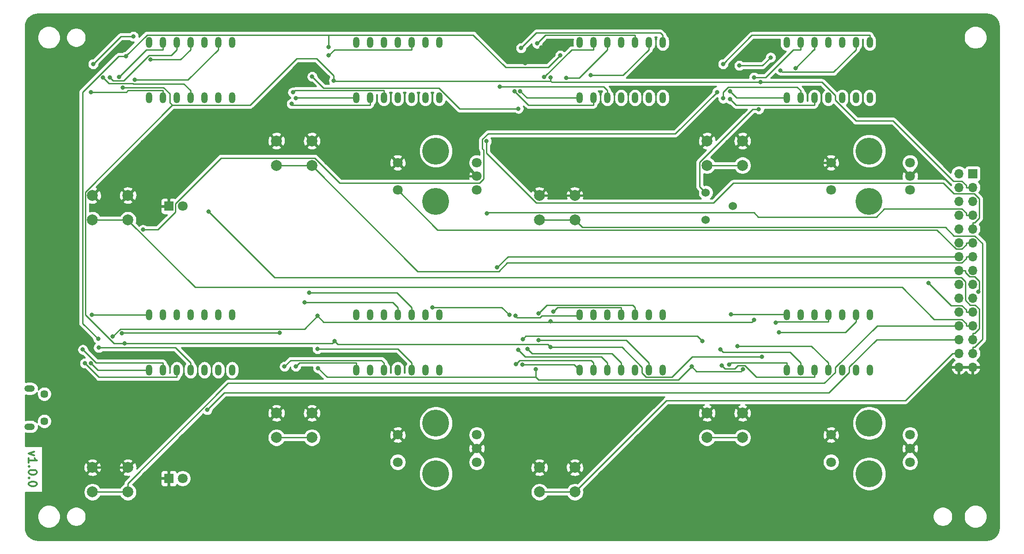
<source format=gbr>
%TF.GenerationSoftware,KiCad,Pcbnew,(5.1.6)-1*%
%TF.CreationDate,2020-09-26T15:19:52-07:00*%
%TF.ProjectId,Cessna 172 nav and com radio,43657373-6e61-4203-9137-32206e617620,rev?*%
%TF.SameCoordinates,Original*%
%TF.FileFunction,Copper,L1,Top*%
%TF.FilePolarity,Positive*%
%FSLAX46Y46*%
G04 Gerber Fmt 4.6, Leading zero omitted, Abs format (unit mm)*
G04 Created by KiCad (PCBNEW (5.1.6)-1) date 2020-09-26 15:19:52*
%MOMM*%
%LPD*%
G01*
G04 APERTURE LIST*
%TA.AperFunction,NonConductor*%
%ADD10C,0.300000*%
%TD*%
%TA.AperFunction,ComponentPad*%
%ADD11C,1.524000*%
%TD*%
%TA.AperFunction,ComponentPad*%
%ADD12O,1.200000X2.000000*%
%TD*%
%TA.AperFunction,ComponentPad*%
%ADD13C,1.800000*%
%TD*%
%TA.AperFunction,ComponentPad*%
%ADD14R,1.800000X1.800000*%
%TD*%
%TA.AperFunction,ComponentPad*%
%ADD15C,2.000000*%
%TD*%
%TA.AperFunction,ComponentPad*%
%ADD16C,1.450000*%
%TD*%
%TA.AperFunction,ComponentPad*%
%ADD17O,1.900000X1.200000*%
%TD*%
%TA.AperFunction,ComponentPad*%
%ADD18C,4.950000*%
%TD*%
%TA.AperFunction,ComponentPad*%
%ADD19R,1.700000X1.700000*%
%TD*%
%TA.AperFunction,ComponentPad*%
%ADD20O,1.700000X1.700000*%
%TD*%
%TA.AperFunction,ViaPad*%
%ADD21C,0.800000*%
%TD*%
%TA.AperFunction,Conductor*%
%ADD22C,0.250000*%
%TD*%
%TA.AperFunction,Conductor*%
%ADD23C,0.400000*%
%TD*%
%TA.AperFunction,Conductor*%
%ADD24C,0.254000*%
%TD*%
G04 APERTURE END LIST*
D10*
X32321428Y-111085714D02*
X31321428Y-111442857D01*
X32321428Y-111800000D01*
X31321428Y-113157142D02*
X31321428Y-112300000D01*
X31321428Y-112728571D02*
X32821428Y-112728571D01*
X32607142Y-112585714D01*
X32464285Y-112442857D01*
X32392857Y-112300000D01*
X31464285Y-113800000D02*
X31392857Y-113871428D01*
X31321428Y-113800000D01*
X31392857Y-113728571D01*
X31464285Y-113800000D01*
X31321428Y-113800000D01*
X32821428Y-114800000D02*
X32821428Y-114942857D01*
X32750000Y-115085714D01*
X32678571Y-115157142D01*
X32535714Y-115228571D01*
X32250000Y-115300000D01*
X31892857Y-115300000D01*
X31607142Y-115228571D01*
X31464285Y-115157142D01*
X31392857Y-115085714D01*
X31321428Y-114942857D01*
X31321428Y-114800000D01*
X31392857Y-114657142D01*
X31464285Y-114585714D01*
X31607142Y-114514285D01*
X31892857Y-114442857D01*
X32250000Y-114442857D01*
X32535714Y-114514285D01*
X32678571Y-114585714D01*
X32750000Y-114657142D01*
X32821428Y-114800000D01*
X31464285Y-115942857D02*
X31392857Y-116014285D01*
X31321428Y-115942857D01*
X31392857Y-115871428D01*
X31464285Y-115942857D01*
X31321428Y-115942857D01*
X32821428Y-116942857D02*
X32821428Y-117085714D01*
X32750000Y-117228571D01*
X32678571Y-117300000D01*
X32535714Y-117371428D01*
X32250000Y-117442857D01*
X31892857Y-117442857D01*
X31607142Y-117371428D01*
X31464285Y-117300000D01*
X31392857Y-117228571D01*
X31321428Y-117085714D01*
X31321428Y-116942857D01*
X31392857Y-116800000D01*
X31464285Y-116728571D01*
X31607142Y-116657142D01*
X31892857Y-116585714D01*
X32250000Y-116585714D01*
X32535714Y-116657142D01*
X32678571Y-116728571D01*
X32750000Y-116800000D01*
X32821428Y-116942857D01*
D11*
%TO.P,RV1,1*%
%TO.N,Net-(R1-Pad2)*%
X155500000Y-68500000D03*
%TO.P,RV1,3*%
%TO.N,ISET*%
X155500000Y-63500000D03*
%TO.P,RV1,2*%
%TO.N,Net-(RV1-Pad2)*%
X160500000Y-66000000D03*
%TD*%
D12*
%TO.P,U2,7*%
%TO.N,Net-(U2-Pad7)*%
X68620000Y-46080000D03*
%TO.P,U2,8*%
%TO.N,/5 digit LCD display/DIG_4*%
X68620000Y-35920000D03*
%TO.P,U2,6*%
%TO.N,/5 digit LCD display/DIG_3*%
X66080000Y-46080000D03*
%TO.P,U2,9*%
%TO.N,/5 digit LCD display/SEG_B*%
X66080000Y-35920000D03*
%TO.P,U2,5*%
%TO.N,/5 digit LCD display/SEG_G*%
X63540000Y-46080000D03*
%TO.P,U2,10*%
%TO.N,/5 digit LCD display/DIG_2*%
X63540000Y-35920000D03*
%TO.P,U2,4*%
%TO.N,/5 digit LCD display/SEG_C*%
X61000000Y-46080000D03*
%TO.P,U2,11*%
%TO.N,/5 digit LCD display/DIG_1*%
X61000000Y-35920000D03*
%TO.P,U2,3*%
%TO.N,/5 digit LCD display/SEG_DP*%
X58460000Y-46080000D03*
%TO.P,U2,12*%
%TO.N,/5 digit LCD display/SEG_F*%
X58460000Y-35920000D03*
%TO.P,U2,2*%
%TO.N,/5 digit LCD display/SEG_D*%
X55920000Y-46080000D03*
%TO.P,U2,13*%
%TO.N,/5 digit LCD display/SEG_A*%
X55920000Y-35920000D03*
%TO.P,U2,1*%
%TO.N,/5 digit LCD display/SEG_E*%
X53380000Y-46080000D03*
%TO.P,U2,14*%
%TO.N,/5 digit LCD display/DIG_0*%
X53380000Y-35920000D03*
%TD*%
%TO.P,U4,7*%
%TO.N,Net-(U4-Pad7)*%
X106620000Y-46080000D03*
%TO.P,U4,8*%
%TO.N,/sheet5F611637/DIG_4*%
X106620000Y-35920000D03*
%TO.P,U4,6*%
%TO.N,/sheet5F611637/DIG_3*%
X104080000Y-46080000D03*
%TO.P,U4,9*%
%TO.N,/sheet5F611637/SEG_B*%
X104080000Y-35920000D03*
%TO.P,U4,5*%
%TO.N,/sheet5F611637/SEG_G*%
X101540000Y-46080000D03*
%TO.P,U4,10*%
%TO.N,/sheet5F611637/DIG_2*%
X101540000Y-35920000D03*
%TO.P,U4,4*%
%TO.N,/sheet5F611637/SEG_C*%
X99000000Y-46080000D03*
%TO.P,U4,11*%
%TO.N,/sheet5F611637/DIG_1*%
X99000000Y-35920000D03*
%TO.P,U4,3*%
%TO.N,/sheet5F611637/SEG_DP*%
X96460000Y-46080000D03*
%TO.P,U4,12*%
%TO.N,/sheet5F611637/SEG_F*%
X96460000Y-35920000D03*
%TO.P,U4,2*%
%TO.N,/sheet5F611637/SEG_D*%
X93920000Y-46080000D03*
%TO.P,U4,13*%
%TO.N,/sheet5F611637/SEG_A*%
X93920000Y-35920000D03*
%TO.P,U4,1*%
%TO.N,/sheet5F611637/SEG_E*%
X91380000Y-46080000D03*
%TO.P,U4,14*%
%TO.N,/sheet5F611637/DIG_0*%
X91380000Y-35920000D03*
%TD*%
%TO.P,U6,7*%
%TO.N,Net-(U6-Pad7)*%
X147620000Y-46080000D03*
%TO.P,U6,8*%
%TO.N,/sheet5F613960/DIG_4*%
X147620000Y-35920000D03*
%TO.P,U6,6*%
%TO.N,/sheet5F613960/DIG_3*%
X145080000Y-46080000D03*
%TO.P,U6,9*%
%TO.N,/sheet5F613960/SEG_B*%
X145080000Y-35920000D03*
%TO.P,U6,5*%
%TO.N,/sheet5F613960/SEG_G*%
X142540000Y-46080000D03*
%TO.P,U6,10*%
%TO.N,/sheet5F613960/DIG_2*%
X142540000Y-35920000D03*
%TO.P,U6,4*%
%TO.N,/sheet5F613960/SEG_C*%
X140000000Y-46080000D03*
%TO.P,U6,11*%
%TO.N,/sheet5F613960/DIG_1*%
X140000000Y-35920000D03*
%TO.P,U6,3*%
%TO.N,/sheet5F613960/SEG_DP*%
X137460000Y-46080000D03*
%TO.P,U6,12*%
%TO.N,/sheet5F613960/SEG_F*%
X137460000Y-35920000D03*
%TO.P,U6,2*%
%TO.N,/sheet5F613960/SEG_D*%
X134920000Y-46080000D03*
%TO.P,U6,13*%
%TO.N,/sheet5F613960/SEG_A*%
X134920000Y-35920000D03*
%TO.P,U6,1*%
%TO.N,/sheet5F613960/SEG_E*%
X132380000Y-46080000D03*
%TO.P,U6,14*%
%TO.N,/sheet5F613960/DIG_0*%
X132380000Y-35920000D03*
%TD*%
%TO.P,U8,7*%
%TO.N,Net-(U8-Pad7)*%
X185620000Y-46080000D03*
%TO.P,U8,8*%
%TO.N,/sheet5F613961/DIG_4*%
X185620000Y-35920000D03*
%TO.P,U8,6*%
%TO.N,/sheet5F613961/DIG_3*%
X183080000Y-46080000D03*
%TO.P,U8,9*%
%TO.N,/sheet5F613961/SEG_B*%
X183080000Y-35920000D03*
%TO.P,U8,5*%
%TO.N,/sheet5F613961/SEG_G*%
X180540000Y-46080000D03*
%TO.P,U8,10*%
%TO.N,/sheet5F613961/DIG_2*%
X180540000Y-35920000D03*
%TO.P,U8,4*%
%TO.N,/sheet5F613961/SEG_C*%
X178000000Y-46080000D03*
%TO.P,U8,11*%
%TO.N,/sheet5F613961/DIG_1*%
X178000000Y-35920000D03*
%TO.P,U8,3*%
%TO.N,/sheet5F613961/SEG_DP*%
X175460000Y-46080000D03*
%TO.P,U8,12*%
%TO.N,/sheet5F613961/SEG_F*%
X175460000Y-35920000D03*
%TO.P,U8,2*%
%TO.N,/sheet5F613961/SEG_D*%
X172920000Y-46080000D03*
%TO.P,U8,13*%
%TO.N,/sheet5F613961/SEG_A*%
X172920000Y-35920000D03*
%TO.P,U8,1*%
%TO.N,/sheet5F613961/SEG_E*%
X170380000Y-46080000D03*
%TO.P,U8,14*%
%TO.N,/sheet5F613961/DIG_0*%
X170380000Y-35920000D03*
%TD*%
D13*
%TO.P,D3,2*%
%TO.N,Net-(D3-Pad2)*%
X59540000Y-66000000D03*
D14*
%TO.P,D3,1*%
%TO.N,GND*%
X57000000Y-66000000D03*
%TD*%
D15*
%TO.P,SW1,2*%
%TO.N,COMM1_XFR*%
X76750000Y-58500000D03*
%TO.P,SW1,1*%
%TO.N,GND*%
X76750000Y-54000000D03*
%TO.P,SW1,2*%
%TO.N,COMM1_XFR*%
X83250000Y-58500000D03*
%TO.P,SW1,1*%
%TO.N,GND*%
X83250000Y-54000000D03*
%TD*%
%TO.P,SW2,1*%
%TO.N,GND*%
X162250000Y-54000000D03*
%TO.P,SW2,2*%
%TO.N,NAV1_XFR*%
X162250000Y-58500000D03*
%TO.P,SW2,1*%
%TO.N,GND*%
X155750000Y-54000000D03*
%TO.P,SW2,2*%
%TO.N,NAV1_XFR*%
X155750000Y-58500000D03*
%TD*%
%TO.P,SW3,2*%
%TO.N,IDENT1_SW*%
X125000000Y-68500000D03*
%TO.P,SW3,1*%
%TO.N,GND*%
X125000000Y-64000000D03*
%TO.P,SW3,2*%
%TO.N,IDENT1_SW*%
X131500000Y-68500000D03*
%TO.P,SW3,1*%
%TO.N,GND*%
X131500000Y-64000000D03*
%TD*%
D16*
%TO.P,J2,6*%
%TO.N,Net-(J2-Pad6)*%
X34162500Y-105500000D03*
X34162500Y-100500000D03*
D17*
X31462500Y-106500000D03*
X31462500Y-99500000D03*
%TD*%
D18*
%TO.P,J3,MH2*%
%TO.N,Net-(J3-PadMH2)*%
X106000000Y-55850000D03*
%TO.P,J3,MH1*%
%TO.N,Net-(J3-PadMH1)*%
X106000000Y-65150000D03*
D13*
%TO.P,J3,E1*%
%TO.N,GND*%
X99000000Y-58000000D03*
%TO.P,J3,D1*%
%TO.N,COMM1_KHZ_SW*%
X99000000Y-63000000D03*
%TO.P,J3,C1*%
%TO.N,GND*%
X113500000Y-60500000D03*
%TO.P,J3,B1*%
%TO.N,/Tuning rotary encoder and switch/B1*%
X113500000Y-58000000D03*
%TO.P,J3,A1*%
%TO.N,/Tuning rotary encoder and switch/A1*%
X113500000Y-63000000D03*
%TD*%
%TO.P,J4,A1*%
%TO.N,/sheet5F5DD32A/A1*%
X193000000Y-63000000D03*
%TO.P,J4,B1*%
%TO.N,/sheet5F5DD32A/B1*%
X193000000Y-58000000D03*
%TO.P,J4,C1*%
%TO.N,GND*%
X193000000Y-60500000D03*
%TO.P,J4,D1*%
%TO.N,NAV1_KHZ_SW*%
X178500000Y-63000000D03*
%TO.P,J4,E1*%
%TO.N,GND*%
X178500000Y-58000000D03*
D18*
%TO.P,J4,MH1*%
%TO.N,Net-(J4-PadMH1)*%
X185500000Y-65150000D03*
%TO.P,J4,MH2*%
%TO.N,Net-(J4-PadMH2)*%
X185500000Y-55850000D03*
%TD*%
D13*
%TO.P,D6,2*%
%TO.N,Net-(D6-Pad2)*%
X59540000Y-116000000D03*
D14*
%TO.P,D6,1*%
%TO.N,GND*%
X57000000Y-116000000D03*
%TD*%
D13*
%TO.P,J1,A1*%
%TO.N,/sheet5F71BCD2/A1*%
X113500000Y-113000000D03*
%TO.P,J1,B1*%
%TO.N,/sheet5F71BCD2/B1*%
X113500000Y-108000000D03*
%TO.P,J1,C1*%
%TO.N,GND*%
X113500000Y-110500000D03*
%TO.P,J1,D1*%
%TO.N,COMM2_KHZ_SW*%
X99000000Y-113000000D03*
%TO.P,J1,E1*%
%TO.N,GND*%
X99000000Y-108000000D03*
D18*
%TO.P,J1,MH1*%
%TO.N,Net-(J1-PadMH1)*%
X106000000Y-115150000D03*
%TO.P,J1,MH2*%
%TO.N,Net-(J1-PadMH2)*%
X106000000Y-105850000D03*
%TD*%
%TO.P,J6,MH2*%
%TO.N,Net-(J6-PadMH2)*%
X185500000Y-105850000D03*
%TO.P,J6,MH1*%
%TO.N,Net-(J6-PadMH1)*%
X185500000Y-115150000D03*
D13*
%TO.P,J6,E1*%
%TO.N,GND*%
X178500000Y-108000000D03*
%TO.P,J6,D1*%
%TO.N,NAV2_KHZ_SW*%
X178500000Y-113000000D03*
%TO.P,J6,C1*%
%TO.N,GND*%
X193000000Y-110500000D03*
%TO.P,J6,B1*%
%TO.N,/sheet5F71BCD3/B1*%
X193000000Y-108000000D03*
%TO.P,J6,A1*%
%TO.N,/sheet5F71BCD3/A1*%
X193000000Y-113000000D03*
%TD*%
D15*
%TO.P,SW4,2*%
%TO.N,COMM2_XFR*%
X76750000Y-108500000D03*
%TO.P,SW4,1*%
%TO.N,GND*%
X76750000Y-104000000D03*
%TO.P,SW4,2*%
%TO.N,COMM2_XFR*%
X83250000Y-108500000D03*
%TO.P,SW4,1*%
%TO.N,GND*%
X83250000Y-104000000D03*
%TD*%
%TO.P,SW5,1*%
%TO.N,GND*%
X162250000Y-104000000D03*
%TO.P,SW5,2*%
%TO.N,NAV2_XFR*%
X162250000Y-108500000D03*
%TO.P,SW5,1*%
%TO.N,GND*%
X155750000Y-104000000D03*
%TO.P,SW5,2*%
%TO.N,NAV2_XFR*%
X155750000Y-108500000D03*
%TD*%
%TO.P,SW6,2*%
%TO.N,IDENT2_SW*%
X125000000Y-118500000D03*
%TO.P,SW6,1*%
%TO.N,GND*%
X125000000Y-114000000D03*
%TO.P,SW6,2*%
%TO.N,IDENT2_SW*%
X131500000Y-118500000D03*
%TO.P,SW6,1*%
%TO.N,GND*%
X131500000Y-114000000D03*
%TD*%
D12*
%TO.P,U10,14*%
%TO.N,/sheet5F68A9C2/DIG_0*%
X53380000Y-85920000D03*
%TO.P,U10,1*%
%TO.N,/sheet5F68A9C2/SEG_E*%
X53380000Y-96080000D03*
%TO.P,U10,13*%
%TO.N,/sheet5F68A9C2/SEG_A*%
X55920000Y-85920000D03*
%TO.P,U10,2*%
%TO.N,/sheet5F68A9C2/SEG_D*%
X55920000Y-96080000D03*
%TO.P,U10,12*%
%TO.N,/sheet5F68A9C2/SEG_F*%
X58460000Y-85920000D03*
%TO.P,U10,3*%
%TO.N,/sheet5F68A9C2/SEG_DP*%
X58460000Y-96080000D03*
%TO.P,U10,11*%
%TO.N,/sheet5F68A9C2/DIG_1*%
X61000000Y-85920000D03*
%TO.P,U10,4*%
%TO.N,/sheet5F68A9C2/SEG_C*%
X61000000Y-96080000D03*
%TO.P,U10,10*%
%TO.N,/sheet5F68A9C2/DIG_2*%
X63540000Y-85920000D03*
%TO.P,U10,5*%
%TO.N,/sheet5F68A9C2/SEG_G*%
X63540000Y-96080000D03*
%TO.P,U10,9*%
%TO.N,/sheet5F68A9C2/SEG_B*%
X66080000Y-85920000D03*
%TO.P,U10,6*%
%TO.N,/sheet5F68A9C2/DIG_3*%
X66080000Y-96080000D03*
%TO.P,U10,8*%
%TO.N,/sheet5F68A9C2/DIG_4*%
X68620000Y-85920000D03*
%TO.P,U10,7*%
%TO.N,Net-(U10-Pad7)*%
X68620000Y-96080000D03*
%TD*%
%TO.P,U12,7*%
%TO.N,Net-(U12-Pad7)*%
X147620000Y-96080000D03*
%TO.P,U12,8*%
%TO.N,/sheet5F68A9C3/DIG_4*%
X147620000Y-85920000D03*
%TO.P,U12,6*%
%TO.N,/sheet5F68A9C3/DIG_3*%
X145080000Y-96080000D03*
%TO.P,U12,9*%
%TO.N,/sheet5F68A9C3/SEG_B*%
X145080000Y-85920000D03*
%TO.P,U12,5*%
%TO.N,/sheet5F68A9C3/SEG_G*%
X142540000Y-96080000D03*
%TO.P,U12,10*%
%TO.N,/sheet5F68A9C3/DIG_2*%
X142540000Y-85920000D03*
%TO.P,U12,4*%
%TO.N,/sheet5F68A9C3/SEG_C*%
X140000000Y-96080000D03*
%TO.P,U12,11*%
%TO.N,/sheet5F68A9C3/DIG_1*%
X140000000Y-85920000D03*
%TO.P,U12,3*%
%TO.N,/sheet5F68A9C3/SEG_DP*%
X137460000Y-96080000D03*
%TO.P,U12,12*%
%TO.N,/sheet5F68A9C3/SEG_F*%
X137460000Y-85920000D03*
%TO.P,U12,2*%
%TO.N,/sheet5F68A9C3/SEG_D*%
X134920000Y-96080000D03*
%TO.P,U12,13*%
%TO.N,/sheet5F68A9C3/SEG_A*%
X134920000Y-85920000D03*
%TO.P,U12,1*%
%TO.N,/sheet5F68A9C3/SEG_E*%
X132380000Y-96080000D03*
%TO.P,U12,14*%
%TO.N,/sheet5F68A9C3/DIG_0*%
X132380000Y-85920000D03*
%TD*%
%TO.P,U14,7*%
%TO.N,Net-(U14-Pad7)*%
X185620000Y-96080000D03*
%TO.P,U14,8*%
%TO.N,/sheet5F68A9C4/DIG_4*%
X185620000Y-85920000D03*
%TO.P,U14,6*%
%TO.N,/sheet5F68A9C4/DIG_3*%
X183080000Y-96080000D03*
%TO.P,U14,9*%
%TO.N,/sheet5F68A9C4/SEG_B*%
X183080000Y-85920000D03*
%TO.P,U14,5*%
%TO.N,/sheet5F68A9C4/SEG_G*%
X180540000Y-96080000D03*
%TO.P,U14,10*%
%TO.N,/sheet5F68A9C4/DIG_2*%
X180540000Y-85920000D03*
%TO.P,U14,4*%
%TO.N,/sheet5F68A9C4/SEG_C*%
X178000000Y-96080000D03*
%TO.P,U14,11*%
%TO.N,/sheet5F68A9C4/DIG_1*%
X178000000Y-85920000D03*
%TO.P,U14,3*%
%TO.N,/sheet5F68A9C4/SEG_DP*%
X175460000Y-96080000D03*
%TO.P,U14,12*%
%TO.N,/sheet5F68A9C4/SEG_F*%
X175460000Y-85920000D03*
%TO.P,U14,2*%
%TO.N,/sheet5F68A9C4/SEG_D*%
X172920000Y-96080000D03*
%TO.P,U14,13*%
%TO.N,/sheet5F68A9C4/SEG_A*%
X172920000Y-85920000D03*
%TO.P,U14,1*%
%TO.N,/sheet5F68A9C4/SEG_E*%
X170380000Y-96080000D03*
%TO.P,U14,14*%
%TO.N,/sheet5F68A9C4/DIG_0*%
X170380000Y-85920000D03*
%TD*%
%TO.P,U16,14*%
%TO.N,/sheet5F68A9C5/DIG_0*%
X91380000Y-85920000D03*
%TO.P,U16,1*%
%TO.N,/sheet5F68A9C5/SEG_E*%
X91380000Y-96080000D03*
%TO.P,U16,13*%
%TO.N,/sheet5F68A9C5/SEG_A*%
X93920000Y-85920000D03*
%TO.P,U16,2*%
%TO.N,/sheet5F68A9C5/SEG_D*%
X93920000Y-96080000D03*
%TO.P,U16,12*%
%TO.N,/sheet5F68A9C5/SEG_F*%
X96460000Y-85920000D03*
%TO.P,U16,3*%
%TO.N,/sheet5F68A9C5/SEG_DP*%
X96460000Y-96080000D03*
%TO.P,U16,11*%
%TO.N,/sheet5F68A9C5/DIG_1*%
X99000000Y-85920000D03*
%TO.P,U16,4*%
%TO.N,/sheet5F68A9C5/SEG_C*%
X99000000Y-96080000D03*
%TO.P,U16,10*%
%TO.N,/sheet5F68A9C5/DIG_2*%
X101540000Y-85920000D03*
%TO.P,U16,5*%
%TO.N,/sheet5F68A9C5/SEG_G*%
X101540000Y-96080000D03*
%TO.P,U16,9*%
%TO.N,/sheet5F68A9C5/SEG_B*%
X104080000Y-85920000D03*
%TO.P,U16,6*%
%TO.N,/sheet5F68A9C5/DIG_3*%
X104080000Y-96080000D03*
%TO.P,U16,8*%
%TO.N,/sheet5F68A9C5/DIG_4*%
X106620000Y-85920000D03*
%TO.P,U16,7*%
%TO.N,Net-(U16-Pad7)*%
X106620000Y-96080000D03*
%TD*%
D15*
%TO.P,SW7,2*%
%TO.N,RADIO1_SW*%
X43000000Y-68500000D03*
%TO.P,SW7,1*%
%TO.N,GND*%
X43000000Y-64000000D03*
%TO.P,SW7,2*%
%TO.N,RADIO1_SW*%
X49500000Y-68500000D03*
%TO.P,SW7,1*%
%TO.N,GND*%
X49500000Y-64000000D03*
%TD*%
%TO.P,SW8,1*%
%TO.N,GND*%
X49500000Y-114000000D03*
%TO.P,SW8,2*%
%TO.N,RADIO2_SW*%
X49500000Y-118500000D03*
%TO.P,SW8,1*%
%TO.N,GND*%
X43000000Y-114000000D03*
%TO.P,SW8,2*%
%TO.N,RADIO2_SW*%
X43000000Y-118500000D03*
%TD*%
D19*
%TO.P,J5,1*%
%TO.N,CS_LOAD*%
X204500000Y-60000000D03*
D20*
%TO.P,J5,2*%
%TO.N,+5V*%
X201960000Y-60000000D03*
%TO.P,J5,3*%
%TO.N,CLK*%
X204500000Y-62540000D03*
%TO.P,J5,4*%
%TO.N,GND*%
X201960000Y-62540000D03*
%TO.P,J5,5*%
%TO.N,DIN*%
X204500000Y-65080000D03*
%TO.P,J5,6*%
%TO.N,Net-(J5-Pad6)*%
X201960000Y-65080000D03*
%TO.P,J5,7*%
%TO.N,COMM1_LEFT*%
X204500000Y-67620000D03*
%TO.P,J5,8*%
%TO.N,COMM2_LEFT*%
X201960000Y-67620000D03*
%TO.P,J5,9*%
%TO.N,COMM1_RIGHT*%
X204500000Y-70160000D03*
%TO.P,J5,10*%
%TO.N,COMM2_RIGHT*%
X201960000Y-70160000D03*
%TO.P,J5,11*%
%TO.N,COMM1_KHZ_SW*%
X204500000Y-72700000D03*
%TO.P,J5,12*%
%TO.N,COMM2_KHZ_SW*%
X201960000Y-72700000D03*
%TO.P,J5,13*%
%TO.N,COMM1_XFR*%
X204500000Y-75240000D03*
%TO.P,J5,14*%
%TO.N,COMM2_XFR*%
X201960000Y-75240000D03*
%TO.P,J5,15*%
%TO.N,NAV1_LEFT*%
X204500000Y-77780000D03*
%TO.P,J5,16*%
%TO.N,NAV2_LEFT*%
X201960000Y-77780000D03*
%TO.P,J5,17*%
%TO.N,NAV1_RIGHT*%
X204500000Y-80320000D03*
%TO.P,J5,18*%
%TO.N,NAV2_RIGHT*%
X201960000Y-80320000D03*
%TO.P,J5,19*%
%TO.N,NAV1_KHZ_SW*%
X204500000Y-82860000D03*
%TO.P,J5,20*%
%TO.N,NAV2_KHZ_SW*%
X201960000Y-82860000D03*
%TO.P,J5,21*%
%TO.N,NAV1_XFR*%
X204500000Y-85400000D03*
%TO.P,J5,22*%
%TO.N,NAV2_XFR*%
X201960000Y-85400000D03*
%TO.P,J5,23*%
%TO.N,RADIO1_SW*%
X204500000Y-87940000D03*
%TO.P,J5,24*%
%TO.N,RADIO2_SW*%
X201960000Y-87940000D03*
%TO.P,J5,25*%
%TO.N,RADIO1_LED*%
X204500000Y-90480000D03*
%TO.P,J5,26*%
%TO.N,RADIO2_LED*%
X201960000Y-90480000D03*
%TO.P,J5,27*%
%TO.N,IDENT1_SW*%
X204500000Y-93020000D03*
%TO.P,J5,28*%
%TO.N,IDENT2_SW*%
X201960000Y-93020000D03*
%TO.P,J5,29*%
%TO.N,GND*%
X204500000Y-95560000D03*
%TO.P,J5,30*%
X201960000Y-95560000D03*
%TD*%
D21*
%TO.N,CLK*%
X127052300Y-42353000D03*
X87274100Y-42931600D03*
X48585200Y-44201700D03*
X87406700Y-90806200D03*
X48874400Y-91235800D03*
X165532800Y-43227600D03*
X165850800Y-93683900D03*
X127077600Y-91906600D03*
%TO.N,/5 digit LCD display/SEG_B*%
X50783000Y-42788900D03*
%TO.N,/5 digit LCD display/SEG_C*%
X44943000Y-42382600D03*
%TO.N,/5 digit LCD display/SEG_A*%
X47900600Y-42225800D03*
%TO.N,/5 digit LCD display/SEG_D*%
X42692500Y-45060600D03*
%TO.N,/5 digit LCD display/SEG_F*%
X46172000Y-42321000D03*
%TO.N,/5 digit LCD display/DIG_2*%
X43127300Y-39873400D03*
X50528600Y-34811500D03*
%TO.N,/5 digit LCD display/DIG_1*%
X53644600Y-39083300D03*
%TO.N,/sheet5F611637/SEG_DP*%
X79777500Y-45078400D03*
%TO.N,/sheet5F611637/SEG_D*%
X79533000Y-47183100D03*
%TO.N,/sheet5F611637/SEG_E*%
X80296800Y-46124300D03*
%TO.N,/sheet5F611637/DIG_2*%
X86349600Y-38292500D03*
%TO.N,/sheet5F613960/SEG_E*%
X121483900Y-44845600D03*
%TO.N,/sheet5F613960/SEG_F*%
X129907600Y-42393300D03*
%TO.N,/sheet5F613960/SEG_D*%
X120451400Y-44906000D03*
%TO.N,/sheet5F613960/DIG_4*%
X121646000Y-36940800D03*
%TO.N,/sheet5F613960/SEG_A*%
X125869500Y-42264600D03*
%TO.N,/sheet5F613960/SEG_B*%
X134434000Y-41957600D03*
%TO.N,/sheet5F613960/SEG_DP*%
X117695200Y-44054600D03*
%TO.N,/sheet5F613960/DIG_2*%
X124573700Y-36108200D03*
%TO.N,/sheet5F613961/SEG_DP*%
X160012200Y-46359000D03*
%TO.N,/sheet5F613961/SEG_B*%
X169239200Y-41052600D03*
%TO.N,/sheet5F613961/SEG_A*%
X164390400Y-42342000D03*
%TO.N,/sheet5F613961/DIG_4*%
X158702100Y-39878900D03*
%TO.N,/sheet5F613961/SEG_D*%
X158711800Y-46197600D03*
%TO.N,/sheet5F613961/SEG_F*%
X171961100Y-40624300D03*
%TO.N,/sheet5F613961/SEG_E*%
X159977100Y-44862600D03*
%TO.N,/sheet5F613961/DIG_2*%
X161690400Y-40150400D03*
X167416900Y-38668700D03*
%TO.N,ISET*%
X84360300Y-95737600D03*
X83307500Y-42183200D03*
X121155300Y-48076000D03*
X152933500Y-95462000D03*
X124373800Y-95914000D03*
X162368100Y-95965900D03*
X165268800Y-48172300D03*
%TO.N,COMM1_LEFT*%
X115377200Y-67308500D03*
%TO.N,COMM1_RIGHT*%
X115279300Y-54065200D03*
%TO.N,NAV2_LEFT*%
X205526800Y-81699500D03*
%TO.N,/sheet5F68A9C2/DIN*%
X157599400Y-45016500D03*
X52261600Y-70322800D03*
%TO.N,/sheet5F68A9C5/DIN*%
X48375400Y-89334700D03*
X77350000Y-89289400D03*
%TO.N,/sheet5F68A9C2/SEG_D*%
X41230800Y-92332600D03*
%TO.N,/sheet5F68A9C2/SEG_DP*%
X41614900Y-94841900D03*
%TO.N,/sheet5F68A9C2/SEG_E*%
X42745000Y-94873100D03*
%TO.N,/sheet5F68A9C2/SEG_C*%
X44133200Y-91973400D03*
%TO.N,/sheet5F68A9C2/DIG_0*%
X42928400Y-85917900D03*
%TO.N,/sheet5F68A9C3/DIN*%
X119473100Y-85982100D03*
X105385500Y-84565500D03*
%TO.N,/sheet5F68A9C3/DIG_0*%
X120606400Y-86128500D03*
%TO.N,/sheet5F68A9C3/DIG_2*%
X124825100Y-85699400D03*
%TO.N,/sheet5F68A9C3/DIG_3*%
X124873900Y-90610500D03*
%TO.N,/sheet5F68A9C3/DIG_1*%
X127576400Y-85343500D03*
%TO.N,/sheet5F68A9C3/SEG_C*%
X122795900Y-92192800D03*
%TO.N,/sheet5F68A9C3/SEG_E*%
X121868800Y-95104500D03*
%TO.N,/sheet5F68A9C3/SEG_DP*%
X121100800Y-92351400D03*
%TO.N,/sheet5F68A9C3/SEG_D*%
X120734500Y-95016100D03*
%TO.N,/sheet5F68A9C4/DIN*%
X154872700Y-90784000D03*
X121958900Y-90430800D03*
%TO.N,/sheet5F68A9C4/SEG_D*%
X158198300Y-92310600D03*
%TO.N,/sheet5F68A9C4/SEG_DP*%
X158461100Y-95234300D03*
%TO.N,/sheet5F68A9C4/SEG_E*%
X159828400Y-95082800D03*
%TO.N,/sheet5F68A9C4/SEG_C*%
X161352100Y-91676500D03*
%TO.N,/sheet5F68A9C4/SEG_B*%
X168967700Y-89180600D03*
%TO.N,/sheet5F68A9C4/DIG_1*%
X168394500Y-87380500D03*
%TO.N,/sheet5F68A9C4/DIG_0*%
X160173500Y-85855400D03*
%TO.N,/sheet5F68A9C5/DIG_2*%
X82784900Y-81895300D03*
%TO.N,/sheet5F68A9C5/DIG_1*%
X81911100Y-83665700D03*
%TO.N,/sheet5F68A9C5/SEG_G*%
X84283300Y-92211100D03*
%TO.N,/sheet5F68A9C5/SEG_E*%
X80288500Y-95426400D03*
%TO.N,/sheet5F68A9C5/SEG_DP*%
X78226800Y-95438000D03*
%TO.N,GND*%
X125353600Y-36841100D03*
X122402500Y-39748700D03*
X55000000Y-55000000D03*
X60000000Y-55000000D03*
X60000000Y-60000000D03*
X55000000Y-60000000D03*
X50000000Y-60000000D03*
X60000000Y-50000000D03*
X65000000Y-50000000D03*
X65000000Y-55000000D03*
X70000000Y-55000000D03*
X70000000Y-50000000D03*
X80000000Y-50000000D03*
X85000000Y-50000000D03*
X90000000Y-50000000D03*
X95000000Y-50000000D03*
X100000000Y-50000000D03*
X120000000Y-55000000D03*
X125000000Y-55000000D03*
X130000000Y-55000000D03*
X130000000Y-60000000D03*
X125000000Y-60000000D03*
X140000000Y-55000000D03*
X145000000Y-55000000D03*
X150000000Y-55000000D03*
X149875000Y-59875000D03*
X145000000Y-60000000D03*
X140000000Y-50000000D03*
X145000000Y-50000000D03*
X135000000Y-50000000D03*
X125000000Y-50000000D03*
X120181550Y-50181550D03*
X110000000Y-50000000D03*
X150000000Y-50000000D03*
X155000000Y-50000000D03*
X160000000Y-50000000D03*
X190000000Y-35000000D03*
X195000000Y-35000000D03*
X190000000Y-40000000D03*
X195000000Y-40000000D03*
X195000000Y-45000000D03*
X200000000Y-45000000D03*
X200000000Y-50000000D03*
X205000000Y-50000000D03*
X205000000Y-45000000D03*
X120000000Y-35000000D03*
X115000000Y-35000000D03*
X50000000Y-105000000D03*
X55000000Y-105000000D03*
X60000000Y-105000000D03*
X50000000Y-110000000D03*
X65000000Y-105000000D03*
X70000000Y-105000000D03*
X70000000Y-110000000D03*
X65000000Y-110000000D03*
X65000000Y-115000000D03*
X70000000Y-115000000D03*
X75000000Y-110000000D03*
X75000000Y-115000000D03*
X75000000Y-120000000D03*
X70000000Y-120000000D03*
X65000000Y-120000000D03*
X60000000Y-120000000D03*
X55000000Y-120000000D03*
X55000000Y-125000000D03*
X60000000Y-125000000D03*
X65000000Y-125000000D03*
X70000000Y-125000000D03*
X75000000Y-125000000D03*
X80000000Y-125000000D03*
X85000000Y-125000000D03*
X95000000Y-125000000D03*
X90000000Y-125000000D03*
X90000000Y-120000000D03*
X85000000Y-120000000D03*
X80000000Y-120000000D03*
X80000000Y-115000000D03*
X85000000Y-115000000D03*
X90000000Y-115000000D03*
X95000000Y-115000000D03*
X95000000Y-120000000D03*
X100000000Y-120000000D03*
X100000000Y-125000000D03*
X105000000Y-125000000D03*
X115000000Y-125000000D03*
X110000000Y-125000000D03*
X120000000Y-125000000D03*
X125000000Y-125000000D03*
X130000000Y-125000000D03*
X135000000Y-125000000D03*
X140000000Y-125000000D03*
X145000000Y-125000000D03*
X150000000Y-125000000D03*
X155000000Y-125000000D03*
X160000000Y-125000000D03*
X170000000Y-125000000D03*
X165000000Y-125000000D03*
X175000000Y-125000000D03*
X180000000Y-125000000D03*
X185000000Y-125000000D03*
X190000000Y-125000000D03*
X195000000Y-125000000D03*
X200000000Y-100000000D03*
X200000000Y-105000000D03*
X200000000Y-110000000D03*
X175000000Y-105000000D03*
X170000000Y-105000000D03*
X165000000Y-105000000D03*
X170000000Y-110000000D03*
X150000000Y-110000000D03*
X145000000Y-110000000D03*
X150000000Y-105000000D03*
X140000000Y-105000000D03*
X135000000Y-105000000D03*
X130000000Y-105000000D03*
X125000000Y-105000000D03*
X130000000Y-110000000D03*
X135000000Y-117500000D03*
X140000000Y-117500000D03*
X145000000Y-117500000D03*
X150000000Y-117500000D03*
X155000000Y-117500000D03*
X160000000Y-117500000D03*
X117500000Y-110000000D03*
X120000000Y-112500000D03*
X35000000Y-90000000D03*
X35000000Y-95000000D03*
X35000000Y-85000000D03*
X35000000Y-80000000D03*
X35000000Y-75000000D03*
X35000000Y-70000000D03*
X35000000Y-65000000D03*
X35000000Y-60000000D03*
X35000000Y-55000000D03*
X35000000Y-50000000D03*
X35000000Y-45000000D03*
X167000000Y-58000000D03*
X172000000Y-58000000D03*
X88000000Y-57000000D03*
X93000000Y-57000000D03*
X135000000Y-110000000D03*
X83566000Y-40132000D03*
X81534000Y-40386000D03*
X205000000Y-55000000D03*
X200660000Y-58674000D03*
%TO.N,CS_LOAD*%
X44034400Y-90343500D03*
X164375000Y-86890200D03*
X127016000Y-87135400D03*
X46735000Y-89969400D03*
X128837600Y-38297600D03*
X84290100Y-86153400D03*
X49173100Y-38478100D03*
X86290000Y-36720600D03*
%TO.N,COMM2_XFR*%
X117246800Y-77224000D03*
%TO.N,NAV1_XFR*%
X196389500Y-80086200D03*
%TO.N,RADIO1_LED*%
X64316200Y-67004300D03*
%TO.N,RADIO2_LED*%
X64031200Y-103406600D03*
%TD*%
D22*
%TO.N,CLK*%
X127052300Y-43020100D02*
X127052300Y-42353000D01*
X165532800Y-43227600D02*
X127259800Y-43227600D01*
X127259800Y-43227600D02*
X127052300Y-43020100D01*
X127052300Y-43020100D02*
X87362600Y-43020100D01*
X87362600Y-43020100D02*
X87274100Y-42931600D01*
X48585200Y-44201700D02*
X56039900Y-44201700D01*
X56039900Y-44201700D02*
X57157600Y-45319400D01*
X57157600Y-45319400D02*
X57157600Y-46915600D01*
X57157600Y-46915600D02*
X57647400Y-47405400D01*
X57647400Y-47405400D02*
X41666700Y-63386100D01*
X41666700Y-63386100D02*
X41666700Y-85973600D01*
X41666700Y-85973600D02*
X46928900Y-91235800D01*
X46928900Y-91235800D02*
X48874400Y-91235800D01*
X87406700Y-90806200D02*
X87986800Y-91386300D01*
X87986800Y-91386300D02*
X126557300Y-91386300D01*
X126557300Y-91386300D02*
X127077600Y-91906600D01*
X48874400Y-91235800D02*
X86977100Y-91235800D01*
X86977100Y-91235800D02*
X87406700Y-90806200D01*
X204500000Y-62540000D02*
X203324700Y-62540000D01*
X203324700Y-62540000D02*
X203324700Y-62172600D01*
X203324700Y-62172600D02*
X202516800Y-61364700D01*
X202516800Y-61364700D02*
X200939800Y-61364700D01*
X200939800Y-61364700D02*
X189903200Y-50328100D01*
X189903200Y-50328100D02*
X183077900Y-50328100D01*
X183077900Y-50328100D02*
X179270000Y-46520200D01*
X179270000Y-46520200D02*
X179270000Y-45637300D01*
X179270000Y-45637300D02*
X176860300Y-43227600D01*
X176860300Y-43227600D02*
X165532800Y-43227600D01*
X127077600Y-91906600D02*
X140129200Y-91906600D01*
X140129200Y-91906600D02*
X143810000Y-95587400D01*
X143810000Y-95587400D02*
X143810000Y-96610100D01*
X143810000Y-96610100D02*
X144609300Y-97409400D01*
X144609300Y-97409400D02*
X149318700Y-97409400D01*
X149318700Y-97409400D02*
X153044200Y-93683900D01*
X153044200Y-93683900D02*
X165850800Y-93683900D01*
X57647400Y-47405400D02*
X71935400Y-47405400D01*
X84129999Y-38898999D02*
X87274100Y-42043100D01*
X87274100Y-42043100D02*
X87274100Y-42931600D01*
X71935400Y-47405400D02*
X80441801Y-38898999D01*
X80441801Y-38898999D02*
X84129999Y-38898999D01*
%TO.N,/5 digit LCD display/SEG_B*%
X66080000Y-35920000D02*
X66080000Y-37245300D01*
X66080000Y-37245300D02*
X60536400Y-42788900D01*
X60536400Y-42788900D02*
X50783000Y-42788900D01*
%TO.N,/5 digit LCD display/SEG_C*%
X44943000Y-42382600D02*
X46003000Y-43442600D01*
X46003000Y-43442600D02*
X50411000Y-43442600D01*
X50411000Y-43442600D02*
X50482600Y-43514200D01*
X50482600Y-43514200D02*
X59759500Y-43514200D01*
X59759500Y-43514200D02*
X61000000Y-44754700D01*
X61000000Y-46080000D02*
X61000000Y-44754700D01*
%TO.N,/5 digit LCD display/SEG_A*%
X55920000Y-35920000D02*
X55920000Y-37245300D01*
X55920000Y-37245300D02*
X52881100Y-37245300D01*
X52881100Y-37245300D02*
X47900600Y-42225800D01*
%TO.N,/5 digit LCD display/SEG_D*%
X55920000Y-46080000D02*
X55920000Y-44754700D01*
X55920000Y-44754700D02*
X49502700Y-44754700D01*
X49502700Y-44754700D02*
X49196800Y-45060600D01*
X49196800Y-45060600D02*
X42692500Y-45060600D01*
%TO.N,/5 digit LCD display/SEG_F*%
X58460000Y-35920000D02*
X58460000Y-37245300D01*
X58460000Y-37245300D02*
X57422600Y-38282700D01*
X57422600Y-38282700D02*
X53383000Y-38282700D01*
X53383000Y-38282700D02*
X48714500Y-42951200D01*
X48714500Y-42951200D02*
X46802200Y-42951200D01*
X46802200Y-42951200D02*
X46172000Y-42321000D01*
%TO.N,/5 digit LCD display/DIG_2*%
X50528600Y-34811500D02*
X48189200Y-34811500D01*
X48189200Y-34811500D02*
X43127300Y-39873400D01*
%TO.N,/5 digit LCD display/DIG_1*%
X61000000Y-35920000D02*
X61000000Y-37245300D01*
X61000000Y-37245300D02*
X59162000Y-39083300D01*
X59162000Y-39083300D02*
X53644600Y-39083300D01*
%TO.N,/sheet5F611637/SEG_DP*%
X96460000Y-46080000D02*
X96460000Y-44754700D01*
X79777500Y-45078400D02*
X80101200Y-44754700D01*
X80101200Y-44754700D02*
X96460000Y-44754700D01*
%TO.N,/sheet5F611637/SEG_D*%
X93920000Y-47405300D02*
X79755200Y-47405300D01*
X79755200Y-47405300D02*
X79533000Y-47183100D01*
X93920000Y-46080000D02*
X93920000Y-47405300D01*
%TO.N,/sheet5F611637/SEG_E*%
X91380000Y-46080000D02*
X80341100Y-46080000D01*
X80341100Y-46080000D02*
X80296800Y-46124300D01*
%TO.N,/sheet5F611637/DIG_2*%
X101540000Y-35920000D02*
X101540000Y-37245300D01*
X86349600Y-38292500D02*
X87396800Y-37245300D01*
X87396800Y-37245300D02*
X101540000Y-37245300D01*
%TO.N,/sheet5F613960/SEG_E*%
X121483900Y-44845600D02*
X122718300Y-46080000D01*
X122718300Y-46080000D02*
X132380000Y-46080000D01*
%TO.N,/sheet5F613960/SEG_F*%
X137460000Y-35920000D02*
X137460000Y-37245300D01*
X129907600Y-42393300D02*
X132312000Y-42393300D01*
X132312000Y-42393300D02*
X137460000Y-37245300D01*
%TO.N,/sheet5F613960/SEG_D*%
X134920000Y-46080000D02*
X134920000Y-47405300D01*
X120451400Y-44906000D02*
X122950700Y-47405300D01*
X122950700Y-47405300D02*
X134920000Y-47405300D01*
%TO.N,/sheet5F613960/DIG_4*%
X147620000Y-35920000D02*
X147620000Y-34594700D01*
X121646000Y-36940800D02*
X124442500Y-34144300D01*
X124442500Y-34144300D02*
X147169600Y-34144300D01*
X147169600Y-34144300D02*
X147620000Y-34594700D01*
%TO.N,/sheet5F613960/SEG_A*%
X125869500Y-42264600D02*
X125896400Y-42264600D01*
X125896400Y-42264600D02*
X130915700Y-37245300D01*
X130915700Y-37245300D02*
X134920000Y-37245300D01*
X134920000Y-35920000D02*
X134920000Y-37245300D01*
%TO.N,/sheet5F613960/SEG_B*%
X145080000Y-35920000D02*
X145080000Y-37245300D01*
X134434000Y-41957600D02*
X140367700Y-41957600D01*
X140367700Y-41957600D02*
X145080000Y-37245300D01*
%TO.N,/sheet5F613960/SEG_DP*%
X137460000Y-46080000D02*
X137460000Y-44754700D01*
X117695200Y-44054600D02*
X136759900Y-44054600D01*
X136759900Y-44054600D02*
X137460000Y-44754700D01*
%TO.N,/sheet5F613960/DIG_2*%
X142540000Y-34594700D02*
X126087200Y-34594700D01*
X126087200Y-34594700D02*
X124573700Y-36108200D01*
X142540000Y-35920000D02*
X142540000Y-34594700D01*
%TO.N,/sheet5F613961/SEG_DP*%
X175460000Y-47405300D02*
X161058500Y-47405300D01*
X161058500Y-47405300D02*
X160012200Y-46359000D01*
X175460000Y-46080000D02*
X175460000Y-47405300D01*
%TO.N,/sheet5F613961/SEG_B*%
X183080000Y-35920000D02*
X183080000Y-37245300D01*
X183080000Y-37245300D02*
X178975100Y-41350200D01*
X178975100Y-41350200D02*
X169536800Y-41350200D01*
X169536800Y-41350200D02*
X169239200Y-41052600D01*
%TO.N,/sheet5F613961/SEG_A*%
X172920000Y-35920000D02*
X172920000Y-37245300D01*
X172920000Y-37245300D02*
X171594700Y-37245300D01*
X171594700Y-37245300D02*
X166498000Y-42342000D01*
X166498000Y-42342000D02*
X164390400Y-42342000D01*
%TO.N,/sheet5F613961/DIG_4*%
X185620000Y-34594700D02*
X163986300Y-34594700D01*
X163986300Y-34594700D02*
X158702100Y-39878900D01*
X185620000Y-35920000D02*
X185620000Y-34594700D01*
%TO.N,/sheet5F613961/SEG_D*%
X172920000Y-44754700D02*
X172278500Y-44113200D01*
X172278500Y-44113200D02*
X159674900Y-44113200D01*
X159674900Y-44113200D02*
X158711800Y-45076300D01*
X158711800Y-45076300D02*
X158711800Y-46197600D01*
X172920000Y-46080000D02*
X172920000Y-44754700D01*
%TO.N,/sheet5F613961/SEG_F*%
X175460000Y-35920000D02*
X175460000Y-37245300D01*
X175460000Y-37245300D02*
X175340100Y-37245300D01*
X175340100Y-37245300D02*
X171961100Y-40624300D01*
%TO.N,/sheet5F613961/SEG_E*%
X170380000Y-46080000D02*
X161194500Y-46080000D01*
X161194500Y-46080000D02*
X159977100Y-44862600D01*
%TO.N,/sheet5F613961/DIG_2*%
X161690400Y-40150400D02*
X165935200Y-40150400D01*
X165935200Y-40150400D02*
X167416900Y-38668700D01*
%TO.N,ISET*%
X124373800Y-97407300D02*
X86030000Y-97407300D01*
X86030000Y-97407300D02*
X84360300Y-95737600D01*
X152933500Y-95462000D02*
X150535700Y-97859800D01*
X150535700Y-97859800D02*
X124826300Y-97859800D01*
X124826300Y-97859800D02*
X124373800Y-97407300D01*
X124373800Y-97407300D02*
X124373800Y-95914000D01*
X121155300Y-48076000D02*
X110324600Y-48076000D01*
X110324600Y-48076000D02*
X106552900Y-44304300D01*
X106552900Y-44304300D02*
X85428600Y-44304300D01*
X85428600Y-44304300D02*
X83307500Y-42183200D01*
X162368100Y-95965900D02*
X162013000Y-96321000D01*
X162013000Y-96321000D02*
X153792500Y-96321000D01*
X153792500Y-96321000D02*
X152933500Y-95462000D01*
X155500000Y-63500000D02*
X154419600Y-62419600D01*
X154419600Y-62419600D02*
X154419600Y-57904000D01*
X154419600Y-57904000D02*
X164151300Y-48172300D01*
X164151300Y-48172300D02*
X165268800Y-48172300D01*
%TO.N,COMM1_KHZ_SW*%
X99000000Y-63000000D02*
X106336900Y-70336900D01*
X106336900Y-70336900D02*
X197886400Y-70336900D01*
X197886400Y-70336900D02*
X201429600Y-73880100D01*
X201429600Y-73880100D02*
X202511900Y-73880100D01*
X202511900Y-73880100D02*
X203324700Y-73067300D01*
X203324700Y-73067300D02*
X203324700Y-72700000D01*
X204500000Y-72700000D02*
X203324700Y-72700000D01*
%TO.N,COMM1_LEFT*%
X203324700Y-67620000D02*
X203324700Y-67252600D01*
X203324700Y-67252600D02*
X202516800Y-66444700D01*
X202516800Y-66444700D02*
X188300300Y-66444700D01*
X188300300Y-66444700D02*
X186780700Y-67964300D01*
X186780700Y-67964300D02*
X165150400Y-67964300D01*
X165150400Y-67964300D02*
X164342600Y-67156500D01*
X164342600Y-67156500D02*
X115529200Y-67156500D01*
X115529200Y-67156500D02*
X115377200Y-67308500D01*
X204500000Y-67620000D02*
X203324700Y-67620000D01*
%TO.N,COMM1_RIGHT*%
X204500000Y-70160000D02*
X204500000Y-68984700D01*
X115279300Y-54065200D02*
X115279300Y-56201800D01*
X115279300Y-56201800D02*
X124430200Y-65352700D01*
X124430200Y-65352700D02*
X156963100Y-65352700D01*
X156963100Y-65352700D02*
X160541200Y-61774600D01*
X160541200Y-61774600D02*
X199069100Y-61774600D01*
X199069100Y-61774600D02*
X201009900Y-63715400D01*
X201009900Y-63715400D02*
X204800600Y-63715400D01*
X204800600Y-63715400D02*
X205675300Y-64590100D01*
X205675300Y-64590100D02*
X205675300Y-68176800D01*
X205675300Y-68176800D02*
X204867400Y-68984700D01*
X204867400Y-68984700D02*
X204500000Y-68984700D01*
%TO.N,NAV2_LEFT*%
X201960000Y-77780000D02*
X203135300Y-77780000D01*
X205526800Y-81699500D02*
X205675400Y-81550900D01*
X205675400Y-81550900D02*
X205675400Y-79804600D01*
X205675400Y-79804600D02*
X204826100Y-78955300D01*
X204826100Y-78955300D02*
X203943200Y-78955300D01*
X203943200Y-78955300D02*
X203135300Y-78147400D01*
X203135300Y-78147400D02*
X203135300Y-77780000D01*
%TO.N,IDENT1_SW*%
X204500000Y-93020000D02*
X204500000Y-91844700D01*
X204500000Y-91844700D02*
X204867300Y-91844700D01*
X204867300Y-91844700D02*
X206258000Y-90454000D01*
X206258000Y-90454000D02*
X206258000Y-72794100D01*
X206258000Y-72794100D02*
X204893900Y-71430000D01*
X204893900Y-71430000D02*
X201038300Y-71430000D01*
X201038300Y-71430000D02*
X199494800Y-69886500D01*
X199494800Y-69886500D02*
X132886500Y-69886500D01*
X132886500Y-69886500D02*
X131500000Y-68500000D01*
X131500000Y-68500000D02*
X125000000Y-68500000D01*
%TO.N,IDENT2_SW*%
X131500000Y-118500000D02*
X125000000Y-118500000D01*
X200784700Y-93020000D02*
X192118300Y-101686400D01*
X192118300Y-101686400D02*
X148313600Y-101686400D01*
X148313600Y-101686400D02*
X131500000Y-118500000D01*
X201960000Y-93020000D02*
X200784700Y-93020000D01*
%TO.N,/sheet5F68A9C2/DIN*%
X52261600Y-70322800D02*
X54992100Y-70322800D01*
X54992100Y-70322800D02*
X58225400Y-67089500D01*
X58225400Y-67089500D02*
X58225400Y-65508300D01*
X58225400Y-65508300D02*
X66588700Y-57145000D01*
X66588700Y-57145000D02*
X83769500Y-57145000D01*
X83769500Y-57145000D02*
X88374500Y-61750000D01*
X88374500Y-61750000D02*
X113983700Y-61750000D01*
X113983700Y-61750000D02*
X114735400Y-60998300D01*
X114735400Y-60998300D02*
X114735400Y-55657600D01*
X114735400Y-55657600D02*
X114548900Y-55471100D01*
X114548900Y-55471100D02*
X114548900Y-53719700D01*
X114548900Y-53719700D02*
X115594000Y-52674600D01*
X115594000Y-52674600D02*
X149941300Y-52674600D01*
X149941300Y-52674600D02*
X157599400Y-45016500D01*
%TO.N,/sheet5F68A9C5/DIN*%
X77350000Y-89289400D02*
X48420700Y-89289400D01*
X48420700Y-89289400D02*
X48375400Y-89334700D01*
%TO.N,/sheet5F68A9C2/SEG_D*%
X55920000Y-96080000D02*
X55920000Y-94754700D01*
X55920000Y-94754700D02*
X43652900Y-94754700D01*
X43652900Y-94754700D02*
X41230800Y-92332600D01*
%TO.N,/sheet5F68A9C2/SEG_DP*%
X58460000Y-96080000D02*
X58460000Y-97405300D01*
X58460000Y-97405300D02*
X44178300Y-97405300D01*
X44178300Y-97405300D02*
X41614900Y-94841900D01*
%TO.N,/sheet5F68A9C2/SEG_E*%
X53380000Y-96080000D02*
X43951900Y-96080000D01*
X43951900Y-96080000D02*
X42745000Y-94873100D01*
%TO.N,/sheet5F68A9C2/SEG_C*%
X61000000Y-96080000D02*
X61000000Y-94754700D01*
X61000000Y-94754700D02*
X58218700Y-91973400D01*
X58218700Y-91973400D02*
X44133200Y-91973400D01*
%TO.N,/sheet5F68A9C2/DIG_0*%
X53380000Y-85920000D02*
X42930500Y-85920000D01*
X42930500Y-85920000D02*
X42928400Y-85917900D01*
%TO.N,/sheet5F68A9C3/DIN*%
X105385500Y-84565500D02*
X118056500Y-84565500D01*
X118056500Y-84565500D02*
X119473100Y-85982100D01*
%TO.N,/sheet5F68A9C3/DIG_0*%
X120606400Y-86128500D02*
X120902600Y-86424700D01*
X120902600Y-86424700D02*
X125125600Y-86424700D01*
X125125600Y-86424700D02*
X125421800Y-86128500D01*
X125421800Y-86128500D02*
X132171500Y-86128500D01*
X132171500Y-86128500D02*
X132380000Y-85920000D01*
%TO.N,/sheet5F68A9C3/DIG_2*%
X142540000Y-85920000D02*
X142540000Y-84594700D01*
X142540000Y-84594700D02*
X142085800Y-84140500D01*
X142085800Y-84140500D02*
X126384000Y-84140500D01*
X126384000Y-84140500D02*
X124825100Y-85699400D01*
%TO.N,/sheet5F68A9C3/DIG_3*%
X145080000Y-96080000D02*
X145080000Y-94754700D01*
X145080000Y-94754700D02*
X140935800Y-90610500D01*
X140935800Y-90610500D02*
X124873900Y-90610500D01*
%TO.N,/sheet5F68A9C3/DIG_1*%
X140000000Y-85920000D02*
X140000000Y-84594700D01*
X140000000Y-84594700D02*
X128325200Y-84594700D01*
X128325200Y-84594700D02*
X127576400Y-85343500D01*
%TO.N,/sheet5F68A9C3/SEG_C*%
X140000000Y-96080000D02*
X140000000Y-94754700D01*
X140000000Y-94754700D02*
X138300800Y-93055500D01*
X138300800Y-93055500D02*
X123658600Y-93055500D01*
X123658600Y-93055500D02*
X122795900Y-92192800D01*
%TO.N,/sheet5F68A9C3/SEG_E*%
X132380000Y-96080000D02*
X131404500Y-95104500D01*
X131404500Y-95104500D02*
X121868800Y-95104500D01*
%TO.N,/sheet5F68A9C3/SEG_DP*%
X121100800Y-92351400D02*
X122414100Y-93664700D01*
X122414100Y-93664700D02*
X136370000Y-93664700D01*
X136370000Y-93664700D02*
X137460000Y-94754700D01*
X137460000Y-96080000D02*
X137460000Y-94754700D01*
%TO.N,/sheet5F68A9C3/SEG_D*%
X134920000Y-96080000D02*
X134920000Y-94754700D01*
X134920000Y-94754700D02*
X134518200Y-94352900D01*
X134518200Y-94352900D02*
X121397700Y-94352900D01*
X121397700Y-94352900D02*
X120734500Y-95016100D01*
%TO.N,/sheet5F68A9C4/DIN*%
X154872700Y-90784000D02*
X153973900Y-89885200D01*
X153973900Y-89885200D02*
X122504500Y-89885200D01*
X122504500Y-89885200D02*
X121958900Y-90430800D01*
%TO.N,/sheet5F68A9C4/SEG_D*%
X172920000Y-96080000D02*
X172920000Y-94754700D01*
X172920000Y-94754700D02*
X171007800Y-92842500D01*
X171007800Y-92842500D02*
X158730200Y-92842500D01*
X158730200Y-92842500D02*
X158198300Y-92310600D01*
%TO.N,/sheet5F68A9C4/SEG_DP*%
X175460000Y-97405300D02*
X164833300Y-97405300D01*
X164833300Y-97405300D02*
X162668600Y-95240600D01*
X162668600Y-95240600D02*
X161403800Y-95240600D01*
X161403800Y-95240600D02*
X160824000Y-95820400D01*
X160824000Y-95820400D02*
X159047200Y-95820400D01*
X159047200Y-95820400D02*
X158461100Y-95234300D01*
X175460000Y-96080000D02*
X175460000Y-97405300D01*
%TO.N,/sheet5F68A9C4/SEG_E*%
X170380000Y-96080000D02*
X170380000Y-94754700D01*
X170380000Y-94754700D02*
X160156500Y-94754700D01*
X160156500Y-94754700D02*
X159828400Y-95082800D01*
%TO.N,/sheet5F68A9C4/SEG_C*%
X161352100Y-91676500D02*
X174921800Y-91676500D01*
X174921800Y-91676500D02*
X178000000Y-94754700D01*
X178000000Y-96080000D02*
X178000000Y-94754700D01*
%TO.N,/sheet5F68A9C4/SEG_B*%
X183080000Y-85920000D02*
X183080000Y-87245300D01*
X183080000Y-87245300D02*
X181144700Y-89180600D01*
X181144700Y-89180600D02*
X168967700Y-89180600D01*
%TO.N,/sheet5F68A9C4/DIG_1*%
X178000000Y-85920000D02*
X178000000Y-87245300D01*
X178000000Y-87245300D02*
X168529700Y-87245300D01*
X168529700Y-87245300D02*
X168394500Y-87380500D01*
%TO.N,/sheet5F68A9C4/DIG_0*%
X170380000Y-85920000D02*
X170315400Y-85855400D01*
X170315400Y-85855400D02*
X160173500Y-85855400D01*
%TO.N,/sheet5F68A9C5/DIG_2*%
X101540000Y-85920000D02*
X101540000Y-84594700D01*
X82784900Y-81895300D02*
X98840600Y-81895300D01*
X98840600Y-81895300D02*
X101540000Y-84594700D01*
%TO.N,/sheet5F68A9C5/DIG_1*%
X81911100Y-83665700D02*
X98071000Y-83665700D01*
X98071000Y-83665700D02*
X99000000Y-84594700D01*
X99000000Y-85920000D02*
X99000000Y-84594700D01*
%TO.N,/sheet5F68A9C5/SEG_G*%
X101540000Y-96080000D02*
X101540000Y-94754700D01*
X84283300Y-92211100D02*
X98996400Y-92211100D01*
X98996400Y-92211100D02*
X101540000Y-94754700D01*
%TO.N,/sheet5F68A9C5/SEG_E*%
X91380000Y-94754700D02*
X80960200Y-94754700D01*
X80960200Y-94754700D02*
X80288500Y-95426400D01*
X91380000Y-96080000D02*
X91380000Y-94754700D01*
%TO.N,/sheet5F68A9C5/SEG_DP*%
X96460000Y-96080000D02*
X96460000Y-94754700D01*
X78226800Y-95438000D02*
X79370500Y-94294300D01*
X79370500Y-94294300D02*
X95999600Y-94294300D01*
X95999600Y-94294300D02*
X96460000Y-94754700D01*
D23*
%TO.N,GND*%
X162250000Y-54000000D02*
X166250000Y-58000000D01*
X166250000Y-58000000D02*
X167000000Y-58000000D01*
X122402500Y-39748700D02*
X125310100Y-36841100D01*
X125310100Y-36841100D02*
X125353600Y-36841100D01*
X131500000Y-64000000D02*
X145750000Y-64000000D01*
X145750000Y-64000000D02*
X149875000Y-59875000D01*
X125000000Y-64000000D02*
X131500000Y-64000000D01*
X43000000Y-114000000D02*
X49500000Y-114000000D01*
X113500000Y-60500000D02*
X101500000Y-60500000D01*
X101500000Y-60500000D02*
X99000000Y-58000000D01*
X149875000Y-59875000D02*
X155750000Y-54000000D01*
X167000000Y-58000000D02*
X172000000Y-58000000D01*
X172000000Y-58000000D02*
X178500000Y-58000000D01*
D22*
%TO.N,CS_LOAD*%
X49173100Y-38478100D02*
X47788300Y-38478100D01*
X47788300Y-38478100D02*
X41216300Y-45050100D01*
X41216300Y-45050100D02*
X41216300Y-87525400D01*
X41216300Y-87525400D02*
X44034400Y-90343500D01*
X86290000Y-34594800D02*
X86225400Y-34530200D01*
X86225400Y-34530200D02*
X53011700Y-34530200D01*
X53011700Y-34530200D02*
X49173100Y-38368800D01*
X49173100Y-38368800D02*
X49173100Y-38478100D01*
X84290100Y-86153400D02*
X81879400Y-88564100D01*
X81879400Y-88564100D02*
X48120300Y-88564100D01*
X48120300Y-88564100D02*
X46735000Y-89949400D01*
X46735000Y-89949400D02*
X46735000Y-89969400D01*
X127016000Y-87135400D02*
X127145600Y-87265000D01*
X127145600Y-87265000D02*
X164000200Y-87265000D01*
X164000200Y-87265000D02*
X164375000Y-86890200D01*
X84290100Y-86153400D02*
X85415800Y-87279100D01*
X85415800Y-87279100D02*
X126872300Y-87279100D01*
X126872300Y-87279100D02*
X127016000Y-87135400D01*
X86290000Y-34594800D02*
X86361700Y-34523100D01*
X86361700Y-34523100D02*
X112837800Y-34523100D01*
X112837800Y-34523100D02*
X118810900Y-40496200D01*
X118810900Y-40496200D02*
X126639000Y-40496200D01*
X126639000Y-40496200D02*
X128837600Y-38297600D01*
X86290000Y-36720600D02*
X86290000Y-34594800D01*
%TO.N,COMM1_XFR*%
X83250000Y-58500000D02*
X102699300Y-77949300D01*
X102699300Y-77949300D02*
X117547300Y-77949300D01*
X117547300Y-77949300D02*
X119081300Y-76415300D01*
X119081300Y-76415300D02*
X202516800Y-76415300D01*
X202516800Y-76415300D02*
X203324700Y-75607400D01*
X203324700Y-75607400D02*
X203324700Y-75240000D01*
X204500000Y-75240000D02*
X203324700Y-75240000D01*
X83250000Y-58500000D02*
X76750000Y-58500000D01*
%TO.N,COMM2_XFR*%
X201960000Y-75240000D02*
X119230800Y-75240000D01*
X119230800Y-75240000D02*
X117246800Y-77224000D01*
X83250000Y-108500000D02*
X76750000Y-108500000D01*
%TO.N,NAV1_XFR*%
X204500000Y-85400000D02*
X203324700Y-85400000D01*
X203324700Y-85400000D02*
X203324700Y-85032600D01*
X203324700Y-85032600D02*
X202516800Y-84224700D01*
X202516800Y-84224700D02*
X200528000Y-84224700D01*
X200528000Y-84224700D02*
X196389500Y-80086200D01*
X155750000Y-58500000D02*
X162250000Y-58500000D01*
%TO.N,NAV2_XFR*%
X155750000Y-108500000D02*
X162250000Y-108500000D01*
%TO.N,RADIO1_SW*%
X49500000Y-68500000D02*
X49500000Y-68586900D01*
X49500000Y-68586900D02*
X61811400Y-80898300D01*
X61811400Y-80898300D02*
X191541100Y-80898300D01*
X191541100Y-80898300D02*
X197407500Y-86764700D01*
X197407500Y-86764700D02*
X202516800Y-86764700D01*
X202516800Y-86764700D02*
X203324700Y-87572600D01*
X203324700Y-87572600D02*
X203324700Y-87940000D01*
X204500000Y-87940000D02*
X203324700Y-87940000D01*
X49500000Y-68500000D02*
X43000000Y-68500000D01*
%TO.N,RADIO2_SW*%
X201960000Y-87940000D02*
X186965000Y-87940000D01*
X186965000Y-87940000D02*
X179270000Y-95635000D01*
X179270000Y-95635000D02*
X179270000Y-96518600D01*
X179270000Y-96518600D02*
X177279800Y-98508800D01*
X177279800Y-98508800D02*
X67903300Y-98508800D01*
X67903300Y-98508800D02*
X49500000Y-116912100D01*
X49500000Y-116912100D02*
X49500000Y-118500000D01*
X49500000Y-118500000D02*
X43000000Y-118500000D01*
%TO.N,RADIO1_LED*%
X204500000Y-90480000D02*
X204500000Y-89304700D01*
X64316200Y-67004300D02*
X76395300Y-79083400D01*
X76395300Y-79083400D02*
X202431200Y-79083400D01*
X202431200Y-79083400D02*
X203160200Y-79812400D01*
X203160200Y-79812400D02*
X203160200Y-83255400D01*
X203160200Y-83255400D02*
X204034800Y-84130000D01*
X204034800Y-84130000D02*
X204957700Y-84130000D01*
X204957700Y-84130000D02*
X205675300Y-84847600D01*
X205675300Y-84847600D02*
X205675300Y-88496800D01*
X205675300Y-88496800D02*
X204867400Y-89304700D01*
X204867400Y-89304700D02*
X204500000Y-89304700D01*
%TO.N,RADIO2_LED*%
X64031200Y-103406600D02*
X67180900Y-100256900D01*
X67180900Y-100256900D02*
X178103000Y-100256900D01*
X178103000Y-100256900D02*
X181810000Y-96549900D01*
X181810000Y-96549900D02*
X181810000Y-95540000D01*
X181810000Y-95540000D02*
X186870000Y-90480000D01*
X186870000Y-90480000D02*
X201960000Y-90480000D01*
%TD*%
D24*
%TO.N,GND*%
G36*
X207453893Y-30707670D02*
G01*
X207890498Y-30839489D01*
X208293185Y-31053600D01*
X208646612Y-31341848D01*
X208937327Y-31693261D01*
X209154242Y-32094439D01*
X209289106Y-32530113D01*
X209340000Y-33014344D01*
X209340001Y-124967711D01*
X209292330Y-125453894D01*
X209160512Y-125890497D01*
X208946399Y-126293186D01*
X208658150Y-126646613D01*
X208306739Y-126937327D01*
X207905564Y-127154240D01*
X207469886Y-127289106D01*
X206985664Y-127340000D01*
X33032279Y-127340000D01*
X32546106Y-127292330D01*
X32109503Y-127160512D01*
X31706814Y-126946399D01*
X31353387Y-126658150D01*
X31062673Y-126306739D01*
X30845760Y-125905564D01*
X30710894Y-125469886D01*
X30660000Y-124985664D01*
X30660000Y-122789721D01*
X32865000Y-122789721D01*
X32865000Y-123210279D01*
X32947047Y-123622756D01*
X33107988Y-124011302D01*
X33341637Y-124360983D01*
X33639017Y-124658363D01*
X33988698Y-124892012D01*
X34377244Y-125052953D01*
X34789721Y-125135000D01*
X35210279Y-125135000D01*
X35622756Y-125052953D01*
X36011302Y-124892012D01*
X36360983Y-124658363D01*
X36658363Y-124360983D01*
X36892012Y-124011302D01*
X37052953Y-123622756D01*
X37135000Y-123210279D01*
X37135000Y-122820433D01*
X38176822Y-122820433D01*
X38176822Y-123179567D01*
X38246885Y-123531802D01*
X38384320Y-123863599D01*
X38583845Y-124162208D01*
X38837792Y-124416155D01*
X39136401Y-124615680D01*
X39468198Y-124753115D01*
X39820433Y-124823178D01*
X40179567Y-124823178D01*
X40531802Y-124753115D01*
X40863599Y-124615680D01*
X41162208Y-124416155D01*
X41416155Y-124162208D01*
X41615680Y-123863599D01*
X41753115Y-123531802D01*
X41823178Y-123179567D01*
X41823178Y-122820433D01*
X197176822Y-122820433D01*
X197176822Y-123179567D01*
X197246885Y-123531802D01*
X197384320Y-123863599D01*
X197583845Y-124162208D01*
X197837792Y-124416155D01*
X198136401Y-124615680D01*
X198468198Y-124753115D01*
X198820433Y-124823178D01*
X199179567Y-124823178D01*
X199531802Y-124753115D01*
X199863599Y-124615680D01*
X200162208Y-124416155D01*
X200416155Y-124162208D01*
X200615680Y-123863599D01*
X200753115Y-123531802D01*
X200823178Y-123179567D01*
X200823178Y-122820433D01*
X200817070Y-122789721D01*
X202865000Y-122789721D01*
X202865000Y-123210279D01*
X202947047Y-123622756D01*
X203107988Y-124011302D01*
X203341637Y-124360983D01*
X203639017Y-124658363D01*
X203988698Y-124892012D01*
X204377244Y-125052953D01*
X204789721Y-125135000D01*
X205210279Y-125135000D01*
X205622756Y-125052953D01*
X206011302Y-124892012D01*
X206360983Y-124658363D01*
X206658363Y-124360983D01*
X206892012Y-124011302D01*
X207052953Y-123622756D01*
X207135000Y-123210279D01*
X207135000Y-122789721D01*
X207052953Y-122377244D01*
X206892012Y-121988698D01*
X206658363Y-121639017D01*
X206360983Y-121341637D01*
X206011302Y-121107988D01*
X205622756Y-120947047D01*
X205210279Y-120865000D01*
X204789721Y-120865000D01*
X204377244Y-120947047D01*
X203988698Y-121107988D01*
X203639017Y-121341637D01*
X203341637Y-121639017D01*
X203107988Y-121988698D01*
X202947047Y-122377244D01*
X202865000Y-122789721D01*
X200817070Y-122789721D01*
X200753115Y-122468198D01*
X200615680Y-122136401D01*
X200416155Y-121837792D01*
X200162208Y-121583845D01*
X199863599Y-121384320D01*
X199531802Y-121246885D01*
X199179567Y-121176822D01*
X198820433Y-121176822D01*
X198468198Y-121246885D01*
X198136401Y-121384320D01*
X197837792Y-121583845D01*
X197583845Y-121837792D01*
X197384320Y-122136401D01*
X197246885Y-122468198D01*
X197176822Y-122820433D01*
X41823178Y-122820433D01*
X41753115Y-122468198D01*
X41615680Y-122136401D01*
X41416155Y-121837792D01*
X41162208Y-121583845D01*
X40863599Y-121384320D01*
X40531802Y-121246885D01*
X40179567Y-121176822D01*
X39820433Y-121176822D01*
X39468198Y-121246885D01*
X39136401Y-121384320D01*
X38837792Y-121583845D01*
X38583845Y-121837792D01*
X38384320Y-122136401D01*
X38246885Y-122468198D01*
X38176822Y-122820433D01*
X37135000Y-122820433D01*
X37135000Y-122789721D01*
X37052953Y-122377244D01*
X36892012Y-121988698D01*
X36658363Y-121639017D01*
X36360983Y-121341637D01*
X36011302Y-121107988D01*
X35622756Y-120947047D01*
X35210279Y-120865000D01*
X34789721Y-120865000D01*
X34377244Y-120947047D01*
X33988698Y-121107988D01*
X33639017Y-121341637D01*
X33341637Y-121639017D01*
X33107988Y-121988698D01*
X32947047Y-122377244D01*
X32865000Y-122789721D01*
X30660000Y-122789721D01*
X30660000Y-118513572D01*
X33790000Y-118513572D01*
X33790000Y-115135413D01*
X42044192Y-115135413D01*
X42139956Y-115399814D01*
X42429571Y-115540704D01*
X42741108Y-115622384D01*
X43062595Y-115641718D01*
X43381675Y-115597961D01*
X43686088Y-115492795D01*
X43860044Y-115399814D01*
X43955808Y-115135413D01*
X43000000Y-114179605D01*
X42044192Y-115135413D01*
X33790000Y-115135413D01*
X33790000Y-114062595D01*
X41358282Y-114062595D01*
X41402039Y-114381675D01*
X41507205Y-114686088D01*
X41600186Y-114860044D01*
X41864587Y-114955808D01*
X42820395Y-114000000D01*
X43179605Y-114000000D01*
X44135413Y-114955808D01*
X44399814Y-114860044D01*
X44540704Y-114570429D01*
X44622384Y-114258892D01*
X44634189Y-114062595D01*
X47858282Y-114062595D01*
X47902039Y-114381675D01*
X48007205Y-114686088D01*
X48100186Y-114860044D01*
X48364587Y-114955808D01*
X49320395Y-114000000D01*
X48364587Y-113044192D01*
X48100186Y-113139956D01*
X47959296Y-113429571D01*
X47877616Y-113741108D01*
X47858282Y-114062595D01*
X44634189Y-114062595D01*
X44641718Y-113937405D01*
X44597961Y-113618325D01*
X44492795Y-113313912D01*
X44399814Y-113139956D01*
X44135413Y-113044192D01*
X43179605Y-114000000D01*
X42820395Y-114000000D01*
X41864587Y-113044192D01*
X41600186Y-113139956D01*
X41459296Y-113429571D01*
X41377616Y-113741108D01*
X41358282Y-114062595D01*
X33790000Y-114062595D01*
X33790000Y-112864587D01*
X42044192Y-112864587D01*
X43000000Y-113820395D01*
X43955808Y-112864587D01*
X48544192Y-112864587D01*
X49500000Y-113820395D01*
X50455808Y-112864587D01*
X50360044Y-112600186D01*
X50070429Y-112459296D01*
X49758892Y-112377616D01*
X49437405Y-112358282D01*
X49118325Y-112402039D01*
X48813912Y-112507205D01*
X48639956Y-112600186D01*
X48544192Y-112864587D01*
X43955808Y-112864587D01*
X43860044Y-112600186D01*
X43570429Y-112459296D01*
X43258892Y-112377616D01*
X42937405Y-112358282D01*
X42618325Y-112402039D01*
X42313912Y-112507205D01*
X42139956Y-112600186D01*
X42044192Y-112864587D01*
X33790000Y-112864587D01*
X33790000Y-110086429D01*
X30660000Y-110086429D01*
X30660000Y-107653306D01*
X30870398Y-107717130D01*
X31051835Y-107735000D01*
X31873165Y-107735000D01*
X32054602Y-107717130D01*
X32287401Y-107646511D01*
X32501949Y-107531833D01*
X32690002Y-107377502D01*
X32844333Y-107189449D01*
X32959011Y-106974901D01*
X33029630Y-106742102D01*
X33053475Y-106500000D01*
X33029630Y-106257898D01*
X33026617Y-106247965D01*
X33106119Y-106366949D01*
X33295551Y-106556381D01*
X33518299Y-106705216D01*
X33765803Y-106807736D01*
X34028552Y-106860000D01*
X34296448Y-106860000D01*
X34559197Y-106807736D01*
X34806701Y-106705216D01*
X35029449Y-106556381D01*
X35218881Y-106366949D01*
X35367716Y-106144201D01*
X35470236Y-105896697D01*
X35522500Y-105633948D01*
X35522500Y-105366052D01*
X35470236Y-105103303D01*
X35367716Y-104855799D01*
X35218881Y-104633051D01*
X35029449Y-104443619D01*
X34806701Y-104294784D01*
X34559197Y-104192264D01*
X34296448Y-104140000D01*
X34028552Y-104140000D01*
X33765803Y-104192264D01*
X33518299Y-104294784D01*
X33295551Y-104443619D01*
X33106119Y-104633051D01*
X32957284Y-104855799D01*
X32854764Y-105103303D01*
X32802500Y-105366052D01*
X32802500Y-105633948D01*
X32835484Y-105799768D01*
X32690002Y-105622498D01*
X32501949Y-105468167D01*
X32287401Y-105353489D01*
X32054602Y-105282870D01*
X31873165Y-105265000D01*
X31051835Y-105265000D01*
X30870398Y-105282870D01*
X30660000Y-105346694D01*
X30660000Y-100653306D01*
X30870398Y-100717130D01*
X31051835Y-100735000D01*
X31873165Y-100735000D01*
X32054602Y-100717130D01*
X32287401Y-100646511D01*
X32501949Y-100531833D01*
X32690002Y-100377502D01*
X32835484Y-100200232D01*
X32802500Y-100366052D01*
X32802500Y-100633948D01*
X32854764Y-100896697D01*
X32957284Y-101144201D01*
X33106119Y-101366949D01*
X33295551Y-101556381D01*
X33518299Y-101705216D01*
X33765803Y-101807736D01*
X34028552Y-101860000D01*
X34296448Y-101860000D01*
X34559197Y-101807736D01*
X34806701Y-101705216D01*
X35029449Y-101556381D01*
X35218881Y-101366949D01*
X35367716Y-101144201D01*
X35470236Y-100896697D01*
X35522500Y-100633948D01*
X35522500Y-100366052D01*
X35470236Y-100103303D01*
X35367716Y-99855799D01*
X35218881Y-99633051D01*
X35029449Y-99443619D01*
X34806701Y-99294784D01*
X34559197Y-99192264D01*
X34296448Y-99140000D01*
X34028552Y-99140000D01*
X33765803Y-99192264D01*
X33518299Y-99294784D01*
X33295551Y-99443619D01*
X33106119Y-99633051D01*
X33026617Y-99752035D01*
X33029630Y-99742102D01*
X33053475Y-99500000D01*
X33029630Y-99257898D01*
X32959011Y-99025099D01*
X32844333Y-98810551D01*
X32690002Y-98622498D01*
X32501949Y-98468167D01*
X32287401Y-98353489D01*
X32054602Y-98282870D01*
X31873165Y-98265000D01*
X31051835Y-98265000D01*
X30870398Y-98282870D01*
X30660000Y-98346694D01*
X30660000Y-92230661D01*
X40195800Y-92230661D01*
X40195800Y-92434539D01*
X40235574Y-92634498D01*
X40313595Y-92822856D01*
X40426863Y-92992374D01*
X40571026Y-93136537D01*
X40740544Y-93249805D01*
X40928902Y-93327826D01*
X41128861Y-93367600D01*
X41190999Y-93367600D01*
X41630299Y-93806900D01*
X41512961Y-93806900D01*
X41313002Y-93846674D01*
X41124644Y-93924695D01*
X40955126Y-94037963D01*
X40810963Y-94182126D01*
X40697695Y-94351644D01*
X40619674Y-94540002D01*
X40579900Y-94739961D01*
X40579900Y-94943839D01*
X40619674Y-95143798D01*
X40697695Y-95332156D01*
X40810963Y-95501674D01*
X40955126Y-95645837D01*
X41124644Y-95759105D01*
X41313002Y-95837126D01*
X41512961Y-95876900D01*
X41575099Y-95876900D01*
X43614501Y-97916303D01*
X43638299Y-97945301D01*
X43667297Y-97969099D01*
X43754023Y-98040274D01*
X43886053Y-98110846D01*
X44029314Y-98154303D01*
X44140967Y-98165300D01*
X44140976Y-98165300D01*
X44178299Y-98168976D01*
X44215622Y-98165300D01*
X58422667Y-98165300D01*
X58460000Y-98168977D01*
X58567359Y-98158403D01*
X58608986Y-98154303D01*
X58752247Y-98110846D01*
X58884276Y-98040274D01*
X59000001Y-97945301D01*
X59094974Y-97829576D01*
X59165546Y-97697547D01*
X59209003Y-97554286D01*
X59218789Y-97454927D01*
X59337502Y-97357502D01*
X59491833Y-97169449D01*
X59606511Y-96954901D01*
X59677130Y-96722101D01*
X59695000Y-96540664D01*
X59695000Y-95619335D01*
X59677130Y-95437898D01*
X59606511Y-95205099D01*
X59491833Y-94990551D01*
X59337502Y-94802498D01*
X59149448Y-94648167D01*
X58934900Y-94533489D01*
X58702101Y-94462870D01*
X58460000Y-94439025D01*
X58217898Y-94462870D01*
X57985099Y-94533489D01*
X57770551Y-94648167D01*
X57582498Y-94802498D01*
X57428167Y-94990552D01*
X57313489Y-95205100D01*
X57242870Y-95437899D01*
X57225000Y-95619336D01*
X57225000Y-96540665D01*
X57235306Y-96645300D01*
X57144694Y-96645300D01*
X57155000Y-96540664D01*
X57155000Y-95619335D01*
X57137130Y-95437898D01*
X57066511Y-95205099D01*
X56951833Y-94990551D01*
X56797502Y-94802498D01*
X56678789Y-94705073D01*
X56669003Y-94605714D01*
X56625546Y-94462453D01*
X56554974Y-94330424D01*
X56460001Y-94214699D01*
X56344276Y-94119726D01*
X56212247Y-94049154D01*
X56068986Y-94005697D01*
X55957333Y-93994700D01*
X55920000Y-93991023D01*
X55882667Y-93994700D01*
X43967702Y-93994700D01*
X42265800Y-92292799D01*
X42265800Y-92230661D01*
X42226026Y-92030702D01*
X42148005Y-91842344D01*
X42034737Y-91672826D01*
X41890574Y-91528663D01*
X41721056Y-91415395D01*
X41532698Y-91337374D01*
X41332739Y-91297600D01*
X41128861Y-91297600D01*
X40928902Y-91337374D01*
X40740544Y-91415395D01*
X40571026Y-91528663D01*
X40426863Y-91672826D01*
X40313595Y-91842344D01*
X40235574Y-92030702D01*
X40195800Y-92230661D01*
X30660000Y-92230661D01*
X30660000Y-45050100D01*
X40452624Y-45050100D01*
X40456300Y-45087422D01*
X40456301Y-87488067D01*
X40452624Y-87525400D01*
X40456301Y-87562733D01*
X40467298Y-87674386D01*
X40471815Y-87689276D01*
X40510754Y-87817646D01*
X40581326Y-87949676D01*
X40652501Y-88036402D01*
X40676300Y-88065401D01*
X40705298Y-88089199D01*
X42999400Y-90383302D01*
X42999400Y-90445439D01*
X43039174Y-90645398D01*
X43117195Y-90833756D01*
X43230463Y-91003274D01*
X43374626Y-91147437D01*
X43447056Y-91195833D01*
X43329263Y-91313626D01*
X43215995Y-91483144D01*
X43137974Y-91671502D01*
X43098200Y-91871461D01*
X43098200Y-92075339D01*
X43137974Y-92275298D01*
X43215995Y-92463656D01*
X43329263Y-92633174D01*
X43473426Y-92777337D01*
X43642944Y-92890605D01*
X43831302Y-92968626D01*
X44031261Y-93008400D01*
X44235139Y-93008400D01*
X44435098Y-92968626D01*
X44623456Y-92890605D01*
X44792974Y-92777337D01*
X44836911Y-92733400D01*
X57903899Y-92733400D01*
X60055110Y-94884611D01*
X59968167Y-94990552D01*
X59853489Y-95205100D01*
X59782870Y-95437899D01*
X59765000Y-95619336D01*
X59765000Y-96540665D01*
X59782870Y-96722102D01*
X59853489Y-96954901D01*
X59968168Y-97169449D01*
X60122499Y-97357502D01*
X60310552Y-97511833D01*
X60525100Y-97626511D01*
X60757899Y-97697130D01*
X61000000Y-97720975D01*
X61242102Y-97697130D01*
X61474901Y-97626511D01*
X61689449Y-97511833D01*
X61877502Y-97357502D01*
X62031833Y-97169449D01*
X62146511Y-96954901D01*
X62217130Y-96722101D01*
X62235000Y-96540664D01*
X62235000Y-95619336D01*
X62305000Y-95619336D01*
X62305000Y-96540665D01*
X62322870Y-96722102D01*
X62393489Y-96954901D01*
X62508168Y-97169449D01*
X62662499Y-97357502D01*
X62850552Y-97511833D01*
X63065100Y-97626511D01*
X63297899Y-97697130D01*
X63540000Y-97720975D01*
X63782102Y-97697130D01*
X64014901Y-97626511D01*
X64229449Y-97511833D01*
X64417502Y-97357502D01*
X64571833Y-97169449D01*
X64686511Y-96954901D01*
X64757130Y-96722101D01*
X64775000Y-96540664D01*
X64775000Y-95619336D01*
X64845000Y-95619336D01*
X64845000Y-96540665D01*
X64862870Y-96722102D01*
X64933489Y-96954901D01*
X65048168Y-97169449D01*
X65202499Y-97357502D01*
X65390552Y-97511833D01*
X65605100Y-97626511D01*
X65837899Y-97697130D01*
X66080000Y-97720975D01*
X66322102Y-97697130D01*
X66554901Y-97626511D01*
X66769449Y-97511833D01*
X66957502Y-97357502D01*
X67111833Y-97169449D01*
X67226511Y-96954901D01*
X67297130Y-96722101D01*
X67315000Y-96540664D01*
X67315000Y-95619336D01*
X67385000Y-95619336D01*
X67385000Y-96540665D01*
X67402870Y-96722102D01*
X67473489Y-96954901D01*
X67588168Y-97169449D01*
X67742499Y-97357502D01*
X67930552Y-97511833D01*
X68145100Y-97626511D01*
X68377899Y-97697130D01*
X68620000Y-97720975D01*
X68862102Y-97697130D01*
X69094901Y-97626511D01*
X69309449Y-97511833D01*
X69497502Y-97357502D01*
X69651833Y-97169449D01*
X69766511Y-96954901D01*
X69837130Y-96722101D01*
X69855000Y-96540664D01*
X69855000Y-95619335D01*
X69837130Y-95437898D01*
X69766511Y-95205099D01*
X69651833Y-94990551D01*
X69497502Y-94802498D01*
X69309448Y-94648167D01*
X69094900Y-94533489D01*
X68862101Y-94462870D01*
X68620000Y-94439025D01*
X68377898Y-94462870D01*
X68145099Y-94533489D01*
X67930551Y-94648167D01*
X67742498Y-94802498D01*
X67588167Y-94990552D01*
X67473489Y-95205100D01*
X67402870Y-95437899D01*
X67385000Y-95619336D01*
X67315000Y-95619336D01*
X67315000Y-95619335D01*
X67297130Y-95437898D01*
X67226511Y-95205099D01*
X67111833Y-94990551D01*
X66957502Y-94802498D01*
X66769448Y-94648167D01*
X66554900Y-94533489D01*
X66322101Y-94462870D01*
X66080000Y-94439025D01*
X65837898Y-94462870D01*
X65605099Y-94533489D01*
X65390551Y-94648167D01*
X65202498Y-94802498D01*
X65048167Y-94990552D01*
X64933489Y-95205100D01*
X64862870Y-95437899D01*
X64845000Y-95619336D01*
X64775000Y-95619336D01*
X64775000Y-95619335D01*
X64757130Y-95437898D01*
X64686511Y-95205099D01*
X64571833Y-94990551D01*
X64417502Y-94802498D01*
X64229448Y-94648167D01*
X64014900Y-94533489D01*
X63782101Y-94462870D01*
X63540000Y-94439025D01*
X63297898Y-94462870D01*
X63065099Y-94533489D01*
X62850551Y-94648167D01*
X62662498Y-94802498D01*
X62508167Y-94990552D01*
X62393489Y-95205100D01*
X62322870Y-95437899D01*
X62305000Y-95619336D01*
X62235000Y-95619336D01*
X62235000Y-95619335D01*
X62217130Y-95437898D01*
X62146511Y-95205099D01*
X62031833Y-94990551D01*
X61877502Y-94802498D01*
X61758789Y-94705073D01*
X61749003Y-94605714D01*
X61705546Y-94462453D01*
X61634974Y-94330424D01*
X61540001Y-94214699D01*
X61511003Y-94190901D01*
X59315901Y-91995800D01*
X83270849Y-91995800D01*
X83248300Y-92109161D01*
X83248300Y-92313039D01*
X83288074Y-92512998D01*
X83366095Y-92701356D01*
X83479363Y-92870874D01*
X83623526Y-93015037D01*
X83793044Y-93128305D01*
X83981402Y-93206326D01*
X84181361Y-93246100D01*
X84385239Y-93246100D01*
X84585198Y-93206326D01*
X84773556Y-93128305D01*
X84943074Y-93015037D01*
X84987011Y-92971100D01*
X98681599Y-92971100D01*
X100595110Y-94884611D01*
X100508167Y-94990552D01*
X100393489Y-95205100D01*
X100322870Y-95437899D01*
X100305000Y-95619336D01*
X100305000Y-96540665D01*
X100315503Y-96647300D01*
X100224497Y-96647300D01*
X100235000Y-96540664D01*
X100235000Y-95619335D01*
X100217130Y-95437898D01*
X100146511Y-95205099D01*
X100031833Y-94990551D01*
X99877502Y-94802498D01*
X99689448Y-94648167D01*
X99474900Y-94533489D01*
X99242101Y-94462870D01*
X99000000Y-94439025D01*
X98757898Y-94462870D01*
X98525099Y-94533489D01*
X98310551Y-94648167D01*
X98122498Y-94802498D01*
X97968167Y-94990552D01*
X97853489Y-95205100D01*
X97782870Y-95437899D01*
X97765000Y-95619336D01*
X97765000Y-96540665D01*
X97775503Y-96647300D01*
X97684497Y-96647300D01*
X97695000Y-96540664D01*
X97695000Y-95619335D01*
X97677130Y-95437898D01*
X97606511Y-95205099D01*
X97491833Y-94990551D01*
X97337502Y-94802498D01*
X97218789Y-94705073D01*
X97209003Y-94605714D01*
X97165546Y-94462453D01*
X97127567Y-94391400D01*
X97094974Y-94330423D01*
X97052659Y-94278863D01*
X97000001Y-94214699D01*
X96970997Y-94190896D01*
X96563404Y-93783303D01*
X96539601Y-93754299D01*
X96423876Y-93659326D01*
X96291847Y-93588754D01*
X96148586Y-93545297D01*
X96036933Y-93534300D01*
X96036922Y-93534300D01*
X95999600Y-93530624D01*
X95962278Y-93534300D01*
X79407822Y-93534300D01*
X79370499Y-93530624D01*
X79333176Y-93534300D01*
X79333167Y-93534300D01*
X79221514Y-93545297D01*
X79100647Y-93581961D01*
X79078253Y-93588754D01*
X78946223Y-93659326D01*
X78874820Y-93717926D01*
X78830499Y-93754299D01*
X78806701Y-93783297D01*
X78186999Y-94403000D01*
X78124861Y-94403000D01*
X77924902Y-94442774D01*
X77736544Y-94520795D01*
X77567026Y-94634063D01*
X77422863Y-94778226D01*
X77309595Y-94947744D01*
X77231574Y-95136102D01*
X77191800Y-95336061D01*
X77191800Y-95539939D01*
X77231574Y-95739898D01*
X77309595Y-95928256D01*
X77422863Y-96097774D01*
X77567026Y-96241937D01*
X77736544Y-96355205D01*
X77924902Y-96433226D01*
X78124861Y-96473000D01*
X78328739Y-96473000D01*
X78528698Y-96433226D01*
X78717056Y-96355205D01*
X78886574Y-96241937D01*
X79030737Y-96097774D01*
X79144005Y-95928256D01*
X79222026Y-95739898D01*
X79258804Y-95555003D01*
X79293274Y-95728298D01*
X79371295Y-95916656D01*
X79484563Y-96086174D01*
X79628726Y-96230337D01*
X79798244Y-96343605D01*
X79986602Y-96421626D01*
X80186561Y-96461400D01*
X80390439Y-96461400D01*
X80590398Y-96421626D01*
X80778756Y-96343605D01*
X80948274Y-96230337D01*
X81092437Y-96086174D01*
X81205705Y-95916656D01*
X81283726Y-95728298D01*
X81323500Y-95528339D01*
X81323500Y-95514700D01*
X83349360Y-95514700D01*
X83325300Y-95635661D01*
X83325300Y-95839539D01*
X83365074Y-96039498D01*
X83443095Y-96227856D01*
X83556363Y-96397374D01*
X83700526Y-96541537D01*
X83870044Y-96654805D01*
X84058402Y-96732826D01*
X84258361Y-96772600D01*
X84320498Y-96772600D01*
X85296697Y-97748800D01*
X67940622Y-97748800D01*
X67903299Y-97745124D01*
X67865976Y-97748800D01*
X67865967Y-97748800D01*
X67754314Y-97759797D01*
X67611053Y-97803254D01*
X67479024Y-97873826D01*
X67479022Y-97873827D01*
X67479023Y-97873827D01*
X67392296Y-97945001D01*
X67392292Y-97945005D01*
X67363299Y-97968799D01*
X67339505Y-97997792D01*
X51125198Y-114212101D01*
X51141718Y-113937405D01*
X51097961Y-113618325D01*
X50992795Y-113313912D01*
X50899814Y-113139956D01*
X50635413Y-113044192D01*
X49679605Y-114000000D01*
X49693748Y-114014143D01*
X49514143Y-114193748D01*
X49500000Y-114179605D01*
X48544192Y-115135413D01*
X48639956Y-115399814D01*
X48929571Y-115540704D01*
X49241108Y-115622384D01*
X49562595Y-115641718D01*
X49716716Y-115620583D01*
X48989003Y-116348296D01*
X48959999Y-116372099D01*
X48904871Y-116439274D01*
X48865026Y-116487824D01*
X48794455Y-116619853D01*
X48794454Y-116619854D01*
X48750997Y-116763115D01*
X48740000Y-116874768D01*
X48740000Y-116874778D01*
X48736324Y-116912100D01*
X48740000Y-116949423D01*
X48740000Y-117045091D01*
X48725537Y-117051082D01*
X48457748Y-117230013D01*
X48230013Y-117457748D01*
X48051082Y-117725537D01*
X48045091Y-117740000D01*
X44454909Y-117740000D01*
X44448918Y-117725537D01*
X44269987Y-117457748D01*
X44042252Y-117230013D01*
X43774463Y-117051082D01*
X43476912Y-116927832D01*
X43161033Y-116865000D01*
X42838967Y-116865000D01*
X42523088Y-116927832D01*
X42225537Y-117051082D01*
X41957748Y-117230013D01*
X41730013Y-117457748D01*
X41551082Y-117725537D01*
X41427832Y-118023088D01*
X41365000Y-118338967D01*
X41365000Y-118661033D01*
X41427832Y-118976912D01*
X41551082Y-119274463D01*
X41730013Y-119542252D01*
X41957748Y-119769987D01*
X42225537Y-119948918D01*
X42523088Y-120072168D01*
X42838967Y-120135000D01*
X43161033Y-120135000D01*
X43476912Y-120072168D01*
X43774463Y-119948918D01*
X44042252Y-119769987D01*
X44269987Y-119542252D01*
X44448918Y-119274463D01*
X44454909Y-119260000D01*
X48045091Y-119260000D01*
X48051082Y-119274463D01*
X48230013Y-119542252D01*
X48457748Y-119769987D01*
X48725537Y-119948918D01*
X49023088Y-120072168D01*
X49338967Y-120135000D01*
X49661033Y-120135000D01*
X49976912Y-120072168D01*
X50274463Y-119948918D01*
X50542252Y-119769987D01*
X50769987Y-119542252D01*
X50948918Y-119274463D01*
X51072168Y-118976912D01*
X51135000Y-118661033D01*
X51135000Y-118338967D01*
X51072168Y-118023088D01*
X50948918Y-117725537D01*
X50769987Y-117457748D01*
X50542252Y-117230013D01*
X50371189Y-117115712D01*
X50586901Y-116900000D01*
X55461928Y-116900000D01*
X55474188Y-117024482D01*
X55510498Y-117144180D01*
X55569463Y-117254494D01*
X55648815Y-117351185D01*
X55745506Y-117430537D01*
X55855820Y-117489502D01*
X55975518Y-117525812D01*
X56100000Y-117538072D01*
X56714250Y-117535000D01*
X56873000Y-117376250D01*
X56873000Y-116127000D01*
X55623750Y-116127000D01*
X55465000Y-116285750D01*
X55461928Y-116900000D01*
X50586901Y-116900000D01*
X52386901Y-115100000D01*
X55461928Y-115100000D01*
X55465000Y-115714250D01*
X55623750Y-115873000D01*
X56873000Y-115873000D01*
X56873000Y-114623750D01*
X57127000Y-114623750D01*
X57127000Y-115873000D01*
X57147000Y-115873000D01*
X57147000Y-116127000D01*
X57127000Y-116127000D01*
X57127000Y-117376250D01*
X57285750Y-117535000D01*
X57900000Y-117538072D01*
X58024482Y-117525812D01*
X58144180Y-117489502D01*
X58254494Y-117430537D01*
X58351185Y-117351185D01*
X58430537Y-117254494D01*
X58489502Y-117144180D01*
X58495056Y-117125873D01*
X58561495Y-117192312D01*
X58812905Y-117360299D01*
X59092257Y-117476011D01*
X59388816Y-117535000D01*
X59691184Y-117535000D01*
X59987743Y-117476011D01*
X60267095Y-117360299D01*
X60518505Y-117192312D01*
X60732312Y-116978505D01*
X60900299Y-116727095D01*
X61016011Y-116447743D01*
X61075000Y-116151184D01*
X61075000Y-115848816D01*
X61016011Y-115552257D01*
X60900299Y-115272905D01*
X60732312Y-115021495D01*
X60554509Y-114843692D01*
X102890000Y-114843692D01*
X102890000Y-115456308D01*
X103009516Y-116057154D01*
X103243954Y-116623137D01*
X103584305Y-117132509D01*
X104017491Y-117565695D01*
X104526863Y-117906046D01*
X105092846Y-118140484D01*
X105693692Y-118260000D01*
X106306308Y-118260000D01*
X106907154Y-118140484D01*
X107473137Y-117906046D01*
X107982509Y-117565695D01*
X108415695Y-117132509D01*
X108756046Y-116623137D01*
X108990484Y-116057154D01*
X109110000Y-115456308D01*
X109110000Y-115135413D01*
X124044192Y-115135413D01*
X124139956Y-115399814D01*
X124429571Y-115540704D01*
X124741108Y-115622384D01*
X125062595Y-115641718D01*
X125381675Y-115597961D01*
X125686088Y-115492795D01*
X125860044Y-115399814D01*
X125955808Y-115135413D01*
X130544192Y-115135413D01*
X130639956Y-115399814D01*
X130929571Y-115540704D01*
X131241108Y-115622384D01*
X131562595Y-115641718D01*
X131881675Y-115597961D01*
X132186088Y-115492795D01*
X132360044Y-115399814D01*
X132455808Y-115135413D01*
X131500000Y-114179605D01*
X130544192Y-115135413D01*
X125955808Y-115135413D01*
X125000000Y-114179605D01*
X124044192Y-115135413D01*
X109110000Y-115135413D01*
X109110000Y-114843692D01*
X108990484Y-114242846D01*
X108756046Y-113676863D01*
X108415695Y-113167491D01*
X108097020Y-112848816D01*
X111965000Y-112848816D01*
X111965000Y-113151184D01*
X112023989Y-113447743D01*
X112139701Y-113727095D01*
X112307688Y-113978505D01*
X112521495Y-114192312D01*
X112772905Y-114360299D01*
X113052257Y-114476011D01*
X113348816Y-114535000D01*
X113651184Y-114535000D01*
X113947743Y-114476011D01*
X114227095Y-114360299D01*
X114478505Y-114192312D01*
X114608222Y-114062595D01*
X123358282Y-114062595D01*
X123402039Y-114381675D01*
X123507205Y-114686088D01*
X123600186Y-114860044D01*
X123864587Y-114955808D01*
X124820395Y-114000000D01*
X125179605Y-114000000D01*
X126135413Y-114955808D01*
X126399814Y-114860044D01*
X126540704Y-114570429D01*
X126622384Y-114258892D01*
X126634189Y-114062595D01*
X129858282Y-114062595D01*
X129902039Y-114381675D01*
X130007205Y-114686088D01*
X130100186Y-114860044D01*
X130364587Y-114955808D01*
X131320395Y-114000000D01*
X131679605Y-114000000D01*
X132635413Y-114955808D01*
X132899814Y-114860044D01*
X133040704Y-114570429D01*
X133122384Y-114258892D01*
X133141718Y-113937405D01*
X133097961Y-113618325D01*
X132992795Y-113313912D01*
X132899814Y-113139956D01*
X132635413Y-113044192D01*
X131679605Y-114000000D01*
X131320395Y-114000000D01*
X130364587Y-113044192D01*
X130100186Y-113139956D01*
X129959296Y-113429571D01*
X129877616Y-113741108D01*
X129858282Y-114062595D01*
X126634189Y-114062595D01*
X126641718Y-113937405D01*
X126597961Y-113618325D01*
X126492795Y-113313912D01*
X126399814Y-113139956D01*
X126135413Y-113044192D01*
X125179605Y-114000000D01*
X124820395Y-114000000D01*
X123864587Y-113044192D01*
X123600186Y-113139956D01*
X123459296Y-113429571D01*
X123377616Y-113741108D01*
X123358282Y-114062595D01*
X114608222Y-114062595D01*
X114692312Y-113978505D01*
X114860299Y-113727095D01*
X114976011Y-113447743D01*
X115035000Y-113151184D01*
X115035000Y-112864587D01*
X124044192Y-112864587D01*
X125000000Y-113820395D01*
X125955808Y-112864587D01*
X130544192Y-112864587D01*
X131500000Y-113820395D01*
X132455808Y-112864587D01*
X132360044Y-112600186D01*
X132070429Y-112459296D01*
X131758892Y-112377616D01*
X131437405Y-112358282D01*
X131118325Y-112402039D01*
X130813912Y-112507205D01*
X130639956Y-112600186D01*
X130544192Y-112864587D01*
X125955808Y-112864587D01*
X125860044Y-112600186D01*
X125570429Y-112459296D01*
X125258892Y-112377616D01*
X124937405Y-112358282D01*
X124618325Y-112402039D01*
X124313912Y-112507205D01*
X124139956Y-112600186D01*
X124044192Y-112864587D01*
X115035000Y-112864587D01*
X115035000Y-112848816D01*
X114976011Y-112552257D01*
X114860299Y-112272905D01*
X114692312Y-112021495D01*
X114478505Y-111807688D01*
X114335690Y-111712262D01*
X114384475Y-111564080D01*
X113500000Y-110679605D01*
X112615525Y-111564080D01*
X112664310Y-111712262D01*
X112521495Y-111807688D01*
X112307688Y-112021495D01*
X112139701Y-112272905D01*
X112023989Y-112552257D01*
X111965000Y-112848816D01*
X108097020Y-112848816D01*
X107982509Y-112734305D01*
X107473137Y-112393954D01*
X106907154Y-112159516D01*
X106306308Y-112040000D01*
X105693692Y-112040000D01*
X105092846Y-112159516D01*
X104526863Y-112393954D01*
X104017491Y-112734305D01*
X103584305Y-113167491D01*
X103243954Y-113676863D01*
X103009516Y-114242846D01*
X102890000Y-114843692D01*
X60554509Y-114843692D01*
X60518505Y-114807688D01*
X60267095Y-114639701D01*
X59987743Y-114523989D01*
X59691184Y-114465000D01*
X59388816Y-114465000D01*
X59092257Y-114523989D01*
X58812905Y-114639701D01*
X58561495Y-114807688D01*
X58495056Y-114874127D01*
X58489502Y-114855820D01*
X58430537Y-114745506D01*
X58351185Y-114648815D01*
X58254494Y-114569463D01*
X58144180Y-114510498D01*
X58024482Y-114474188D01*
X57900000Y-114461928D01*
X57285750Y-114465000D01*
X57127000Y-114623750D01*
X56873000Y-114623750D01*
X56714250Y-114465000D01*
X56100000Y-114461928D01*
X55975518Y-114474188D01*
X55855820Y-114510498D01*
X55745506Y-114569463D01*
X55648815Y-114648815D01*
X55569463Y-114745506D01*
X55510498Y-114855820D01*
X55474188Y-114975518D01*
X55461928Y-115100000D01*
X52386901Y-115100000D01*
X54638085Y-112848816D01*
X97465000Y-112848816D01*
X97465000Y-113151184D01*
X97523989Y-113447743D01*
X97639701Y-113727095D01*
X97807688Y-113978505D01*
X98021495Y-114192312D01*
X98272905Y-114360299D01*
X98552257Y-114476011D01*
X98848816Y-114535000D01*
X99151184Y-114535000D01*
X99447743Y-114476011D01*
X99727095Y-114360299D01*
X99978505Y-114192312D01*
X100192312Y-113978505D01*
X100360299Y-113727095D01*
X100476011Y-113447743D01*
X100535000Y-113151184D01*
X100535000Y-112848816D01*
X100476011Y-112552257D01*
X100360299Y-112272905D01*
X100192312Y-112021495D01*
X99978505Y-111807688D01*
X99727095Y-111639701D01*
X99447743Y-111523989D01*
X99151184Y-111465000D01*
X98848816Y-111465000D01*
X98552257Y-111523989D01*
X98272905Y-111639701D01*
X98021495Y-111807688D01*
X97807688Y-112021495D01*
X97639701Y-112272905D01*
X97523989Y-112552257D01*
X97465000Y-112848816D01*
X54638085Y-112848816D01*
X56920348Y-110566553D01*
X111959009Y-110566553D01*
X112001603Y-110865907D01*
X112101778Y-111151199D01*
X112181739Y-111300792D01*
X112435920Y-111384475D01*
X113320395Y-110500000D01*
X113679605Y-110500000D01*
X114564080Y-111384475D01*
X114818261Y-111300792D01*
X114949158Y-111028225D01*
X115024365Y-110735358D01*
X115040991Y-110433447D01*
X114998397Y-110134093D01*
X114898222Y-109848801D01*
X114818261Y-109699208D01*
X114564080Y-109615525D01*
X113679605Y-110500000D01*
X113320395Y-110500000D01*
X112435920Y-109615525D01*
X112181739Y-109699208D01*
X112050842Y-109971775D01*
X111975635Y-110264642D01*
X111959009Y-110566553D01*
X56920348Y-110566553D01*
X59147935Y-108338967D01*
X75115000Y-108338967D01*
X75115000Y-108661033D01*
X75177832Y-108976912D01*
X75301082Y-109274463D01*
X75480013Y-109542252D01*
X75707748Y-109769987D01*
X75975537Y-109948918D01*
X76273088Y-110072168D01*
X76588967Y-110135000D01*
X76911033Y-110135000D01*
X77226912Y-110072168D01*
X77524463Y-109948918D01*
X77792252Y-109769987D01*
X78019987Y-109542252D01*
X78198918Y-109274463D01*
X78204909Y-109260000D01*
X81795091Y-109260000D01*
X81801082Y-109274463D01*
X81980013Y-109542252D01*
X82207748Y-109769987D01*
X82475537Y-109948918D01*
X82773088Y-110072168D01*
X83088967Y-110135000D01*
X83411033Y-110135000D01*
X83726912Y-110072168D01*
X84024463Y-109948918D01*
X84292252Y-109769987D01*
X84519987Y-109542252D01*
X84698918Y-109274463D01*
X84786061Y-109064080D01*
X98115525Y-109064080D01*
X98199208Y-109318261D01*
X98471775Y-109449158D01*
X98764642Y-109524365D01*
X99066553Y-109540991D01*
X99365907Y-109498397D01*
X99651199Y-109398222D01*
X99800792Y-109318261D01*
X99884475Y-109064080D01*
X99000000Y-108179605D01*
X98115525Y-109064080D01*
X84786061Y-109064080D01*
X84822168Y-108976912D01*
X84885000Y-108661033D01*
X84885000Y-108338967D01*
X84830814Y-108066553D01*
X97459009Y-108066553D01*
X97501603Y-108365907D01*
X97601778Y-108651199D01*
X97681739Y-108800792D01*
X97935920Y-108884475D01*
X98820395Y-108000000D01*
X99179605Y-108000000D01*
X100064080Y-108884475D01*
X100318261Y-108800792D01*
X100449158Y-108528225D01*
X100524365Y-108235358D01*
X100540991Y-107933447D01*
X100498397Y-107634093D01*
X100398222Y-107348801D01*
X100318261Y-107199208D01*
X100064080Y-107115525D01*
X99179605Y-108000000D01*
X98820395Y-108000000D01*
X97935920Y-107115525D01*
X97681739Y-107199208D01*
X97550842Y-107471775D01*
X97475635Y-107764642D01*
X97459009Y-108066553D01*
X84830814Y-108066553D01*
X84822168Y-108023088D01*
X84698918Y-107725537D01*
X84519987Y-107457748D01*
X84292252Y-107230013D01*
X84024463Y-107051082D01*
X83746439Y-106935920D01*
X98115525Y-106935920D01*
X99000000Y-107820395D01*
X99884475Y-106935920D01*
X99800792Y-106681739D01*
X99528225Y-106550842D01*
X99235358Y-106475635D01*
X98933447Y-106459009D01*
X98634093Y-106501603D01*
X98348801Y-106601778D01*
X98199208Y-106681739D01*
X98115525Y-106935920D01*
X83746439Y-106935920D01*
X83726912Y-106927832D01*
X83411033Y-106865000D01*
X83088967Y-106865000D01*
X82773088Y-106927832D01*
X82475537Y-107051082D01*
X82207748Y-107230013D01*
X81980013Y-107457748D01*
X81801082Y-107725537D01*
X81795091Y-107740000D01*
X78204909Y-107740000D01*
X78198918Y-107725537D01*
X78019987Y-107457748D01*
X77792252Y-107230013D01*
X77524463Y-107051082D01*
X77226912Y-106927832D01*
X76911033Y-106865000D01*
X76588967Y-106865000D01*
X76273088Y-106927832D01*
X75975537Y-107051082D01*
X75707748Y-107230013D01*
X75480013Y-107457748D01*
X75301082Y-107725537D01*
X75177832Y-108023088D01*
X75115000Y-108338967D01*
X59147935Y-108338967D01*
X62351489Y-105135413D01*
X75794192Y-105135413D01*
X75889956Y-105399814D01*
X76179571Y-105540704D01*
X76491108Y-105622384D01*
X76812595Y-105641718D01*
X77131675Y-105597961D01*
X77436088Y-105492795D01*
X77610044Y-105399814D01*
X77705808Y-105135413D01*
X82294192Y-105135413D01*
X82389956Y-105399814D01*
X82679571Y-105540704D01*
X82991108Y-105622384D01*
X83312595Y-105641718D01*
X83631675Y-105597961D01*
X83788761Y-105543692D01*
X102890000Y-105543692D01*
X102890000Y-106156308D01*
X103009516Y-106757154D01*
X103243954Y-107323137D01*
X103584305Y-107832509D01*
X104017491Y-108265695D01*
X104526863Y-108606046D01*
X105092846Y-108840484D01*
X105693692Y-108960000D01*
X106306308Y-108960000D01*
X106907154Y-108840484D01*
X107473137Y-108606046D01*
X107982509Y-108265695D01*
X108399388Y-107848816D01*
X111965000Y-107848816D01*
X111965000Y-108151184D01*
X112023989Y-108447743D01*
X112139701Y-108727095D01*
X112307688Y-108978505D01*
X112521495Y-109192312D01*
X112664310Y-109287738D01*
X112615525Y-109435920D01*
X113500000Y-110320395D01*
X114384475Y-109435920D01*
X114335690Y-109287738D01*
X114478505Y-109192312D01*
X114692312Y-108978505D01*
X114860299Y-108727095D01*
X114976011Y-108447743D01*
X115035000Y-108151184D01*
X115035000Y-107848816D01*
X114976011Y-107552257D01*
X114860299Y-107272905D01*
X114692312Y-107021495D01*
X114478505Y-106807688D01*
X114227095Y-106639701D01*
X113947743Y-106523989D01*
X113651184Y-106465000D01*
X113348816Y-106465000D01*
X113052257Y-106523989D01*
X112772905Y-106639701D01*
X112521495Y-106807688D01*
X112307688Y-107021495D01*
X112139701Y-107272905D01*
X112023989Y-107552257D01*
X111965000Y-107848816D01*
X108399388Y-107848816D01*
X108415695Y-107832509D01*
X108756046Y-107323137D01*
X108990484Y-106757154D01*
X109110000Y-106156308D01*
X109110000Y-105543692D01*
X108990484Y-104942846D01*
X108756046Y-104376863D01*
X108415695Y-103867491D01*
X107982509Y-103434305D01*
X107473137Y-103093954D01*
X106907154Y-102859516D01*
X106306308Y-102740000D01*
X105693692Y-102740000D01*
X105092846Y-102859516D01*
X104526863Y-103093954D01*
X104017491Y-103434305D01*
X103584305Y-103867491D01*
X103243954Y-104376863D01*
X103009516Y-104942846D01*
X102890000Y-105543692D01*
X83788761Y-105543692D01*
X83936088Y-105492795D01*
X84110044Y-105399814D01*
X84205808Y-105135413D01*
X83250000Y-104179605D01*
X82294192Y-105135413D01*
X77705808Y-105135413D01*
X76750000Y-104179605D01*
X75794192Y-105135413D01*
X62351489Y-105135413D01*
X63323896Y-104163007D01*
X63371426Y-104210537D01*
X63540944Y-104323805D01*
X63729302Y-104401826D01*
X63929261Y-104441600D01*
X64133139Y-104441600D01*
X64333098Y-104401826D01*
X64521456Y-104323805D01*
X64690974Y-104210537D01*
X64835137Y-104066374D01*
X64837662Y-104062595D01*
X75108282Y-104062595D01*
X75152039Y-104381675D01*
X75257205Y-104686088D01*
X75350186Y-104860044D01*
X75614587Y-104955808D01*
X76570395Y-104000000D01*
X76929605Y-104000000D01*
X77885413Y-104955808D01*
X78149814Y-104860044D01*
X78290704Y-104570429D01*
X78372384Y-104258892D01*
X78384189Y-104062595D01*
X81608282Y-104062595D01*
X81652039Y-104381675D01*
X81757205Y-104686088D01*
X81850186Y-104860044D01*
X82114587Y-104955808D01*
X83070395Y-104000000D01*
X83429605Y-104000000D01*
X84385413Y-104955808D01*
X84649814Y-104860044D01*
X84790704Y-104570429D01*
X84872384Y-104258892D01*
X84891718Y-103937405D01*
X84847961Y-103618325D01*
X84742795Y-103313912D01*
X84649814Y-103139956D01*
X84385413Y-103044192D01*
X83429605Y-104000000D01*
X83070395Y-104000000D01*
X82114587Y-103044192D01*
X81850186Y-103139956D01*
X81709296Y-103429571D01*
X81627616Y-103741108D01*
X81608282Y-104062595D01*
X78384189Y-104062595D01*
X78391718Y-103937405D01*
X78347961Y-103618325D01*
X78242795Y-103313912D01*
X78149814Y-103139956D01*
X77885413Y-103044192D01*
X76929605Y-104000000D01*
X76570395Y-104000000D01*
X75614587Y-103044192D01*
X75350186Y-103139956D01*
X75209296Y-103429571D01*
X75127616Y-103741108D01*
X75108282Y-104062595D01*
X64837662Y-104062595D01*
X64948405Y-103896856D01*
X65026426Y-103708498D01*
X65066200Y-103508539D01*
X65066200Y-103446401D01*
X65648014Y-102864587D01*
X75794192Y-102864587D01*
X76750000Y-103820395D01*
X77705808Y-102864587D01*
X82294192Y-102864587D01*
X83250000Y-103820395D01*
X84205808Y-102864587D01*
X84110044Y-102600186D01*
X83820429Y-102459296D01*
X83508892Y-102377616D01*
X83187405Y-102358282D01*
X82868325Y-102402039D01*
X82563912Y-102507205D01*
X82389956Y-102600186D01*
X82294192Y-102864587D01*
X77705808Y-102864587D01*
X77610044Y-102600186D01*
X77320429Y-102459296D01*
X77008892Y-102377616D01*
X76687405Y-102358282D01*
X76368325Y-102402039D01*
X76063912Y-102507205D01*
X75889956Y-102600186D01*
X75794192Y-102864587D01*
X65648014Y-102864587D01*
X67495703Y-101016900D01*
X147953916Y-101016900D01*
X147889323Y-101051426D01*
X147805683Y-101120068D01*
X147773599Y-101146399D01*
X147749801Y-101175397D01*
X131991376Y-116933823D01*
X131976912Y-116927832D01*
X131661033Y-116865000D01*
X131338967Y-116865000D01*
X131023088Y-116927832D01*
X130725537Y-117051082D01*
X130457748Y-117230013D01*
X130230013Y-117457748D01*
X130051082Y-117725537D01*
X130045091Y-117740000D01*
X126454909Y-117740000D01*
X126448918Y-117725537D01*
X126269987Y-117457748D01*
X126042252Y-117230013D01*
X125774463Y-117051082D01*
X125476912Y-116927832D01*
X125161033Y-116865000D01*
X124838967Y-116865000D01*
X124523088Y-116927832D01*
X124225537Y-117051082D01*
X123957748Y-117230013D01*
X123730013Y-117457748D01*
X123551082Y-117725537D01*
X123427832Y-118023088D01*
X123365000Y-118338967D01*
X123365000Y-118661033D01*
X123427832Y-118976912D01*
X123551082Y-119274463D01*
X123730013Y-119542252D01*
X123957748Y-119769987D01*
X124225537Y-119948918D01*
X124523088Y-120072168D01*
X124838967Y-120135000D01*
X125161033Y-120135000D01*
X125476912Y-120072168D01*
X125774463Y-119948918D01*
X126042252Y-119769987D01*
X126269987Y-119542252D01*
X126448918Y-119274463D01*
X126454909Y-119260000D01*
X130045091Y-119260000D01*
X130051082Y-119274463D01*
X130230013Y-119542252D01*
X130457748Y-119769987D01*
X130725537Y-119948918D01*
X131023088Y-120072168D01*
X131338967Y-120135000D01*
X131661033Y-120135000D01*
X131976912Y-120072168D01*
X132274463Y-119948918D01*
X132542252Y-119769987D01*
X132769987Y-119542252D01*
X132948918Y-119274463D01*
X133072168Y-118976912D01*
X133135000Y-118661033D01*
X133135000Y-118338967D01*
X133072168Y-118023088D01*
X133066177Y-118008624D01*
X136231109Y-114843692D01*
X182390000Y-114843692D01*
X182390000Y-115456308D01*
X182509516Y-116057154D01*
X182743954Y-116623137D01*
X183084305Y-117132509D01*
X183517491Y-117565695D01*
X184026863Y-117906046D01*
X184592846Y-118140484D01*
X185193692Y-118260000D01*
X185806308Y-118260000D01*
X186407154Y-118140484D01*
X186973137Y-117906046D01*
X187482509Y-117565695D01*
X187915695Y-117132509D01*
X188256046Y-116623137D01*
X188490484Y-116057154D01*
X188610000Y-115456308D01*
X188610000Y-114843692D01*
X188490484Y-114242846D01*
X188256046Y-113676863D01*
X187915695Y-113167491D01*
X187597020Y-112848816D01*
X191465000Y-112848816D01*
X191465000Y-113151184D01*
X191523989Y-113447743D01*
X191639701Y-113727095D01*
X191807688Y-113978505D01*
X192021495Y-114192312D01*
X192272905Y-114360299D01*
X192552257Y-114476011D01*
X192848816Y-114535000D01*
X193151184Y-114535000D01*
X193447743Y-114476011D01*
X193727095Y-114360299D01*
X193978505Y-114192312D01*
X194192312Y-113978505D01*
X194360299Y-113727095D01*
X194476011Y-113447743D01*
X194535000Y-113151184D01*
X194535000Y-112848816D01*
X194476011Y-112552257D01*
X194360299Y-112272905D01*
X194192312Y-112021495D01*
X193978505Y-111807688D01*
X193835690Y-111712262D01*
X193884475Y-111564080D01*
X193000000Y-110679605D01*
X192115525Y-111564080D01*
X192164310Y-111712262D01*
X192021495Y-111807688D01*
X191807688Y-112021495D01*
X191639701Y-112272905D01*
X191523989Y-112552257D01*
X191465000Y-112848816D01*
X187597020Y-112848816D01*
X187482509Y-112734305D01*
X186973137Y-112393954D01*
X186407154Y-112159516D01*
X185806308Y-112040000D01*
X185193692Y-112040000D01*
X184592846Y-112159516D01*
X184026863Y-112393954D01*
X183517491Y-112734305D01*
X183084305Y-113167491D01*
X182743954Y-113676863D01*
X182509516Y-114242846D01*
X182390000Y-114843692D01*
X136231109Y-114843692D01*
X138225985Y-112848816D01*
X176965000Y-112848816D01*
X176965000Y-113151184D01*
X177023989Y-113447743D01*
X177139701Y-113727095D01*
X177307688Y-113978505D01*
X177521495Y-114192312D01*
X177772905Y-114360299D01*
X178052257Y-114476011D01*
X178348816Y-114535000D01*
X178651184Y-114535000D01*
X178947743Y-114476011D01*
X179227095Y-114360299D01*
X179478505Y-114192312D01*
X179692312Y-113978505D01*
X179860299Y-113727095D01*
X179976011Y-113447743D01*
X180035000Y-113151184D01*
X180035000Y-112848816D01*
X179976011Y-112552257D01*
X179860299Y-112272905D01*
X179692312Y-112021495D01*
X179478505Y-111807688D01*
X179227095Y-111639701D01*
X178947743Y-111523989D01*
X178651184Y-111465000D01*
X178348816Y-111465000D01*
X178052257Y-111523989D01*
X177772905Y-111639701D01*
X177521495Y-111807688D01*
X177307688Y-112021495D01*
X177139701Y-112272905D01*
X177023989Y-112552257D01*
X176965000Y-112848816D01*
X138225985Y-112848816D01*
X140508248Y-110566553D01*
X191459009Y-110566553D01*
X191501603Y-110865907D01*
X191601778Y-111151199D01*
X191681739Y-111300792D01*
X191935920Y-111384475D01*
X192820395Y-110500000D01*
X193179605Y-110500000D01*
X194064080Y-111384475D01*
X194318261Y-111300792D01*
X194449158Y-111028225D01*
X194524365Y-110735358D01*
X194540991Y-110433447D01*
X194498397Y-110134093D01*
X194398222Y-109848801D01*
X194318261Y-109699208D01*
X194064080Y-109615525D01*
X193179605Y-110500000D01*
X192820395Y-110500000D01*
X191935920Y-109615525D01*
X191681739Y-109699208D01*
X191550842Y-109971775D01*
X191475635Y-110264642D01*
X191459009Y-110566553D01*
X140508248Y-110566553D01*
X142735834Y-108338967D01*
X154115000Y-108338967D01*
X154115000Y-108661033D01*
X154177832Y-108976912D01*
X154301082Y-109274463D01*
X154480013Y-109542252D01*
X154707748Y-109769987D01*
X154975537Y-109948918D01*
X155273088Y-110072168D01*
X155588967Y-110135000D01*
X155911033Y-110135000D01*
X156226912Y-110072168D01*
X156524463Y-109948918D01*
X156792252Y-109769987D01*
X157019987Y-109542252D01*
X157198918Y-109274463D01*
X157204909Y-109260000D01*
X160795091Y-109260000D01*
X160801082Y-109274463D01*
X160980013Y-109542252D01*
X161207748Y-109769987D01*
X161475537Y-109948918D01*
X161773088Y-110072168D01*
X162088967Y-110135000D01*
X162411033Y-110135000D01*
X162726912Y-110072168D01*
X163024463Y-109948918D01*
X163292252Y-109769987D01*
X163519987Y-109542252D01*
X163698918Y-109274463D01*
X163786061Y-109064080D01*
X177615525Y-109064080D01*
X177699208Y-109318261D01*
X177971775Y-109449158D01*
X178264642Y-109524365D01*
X178566553Y-109540991D01*
X178865907Y-109498397D01*
X179151199Y-109398222D01*
X179300792Y-109318261D01*
X179384475Y-109064080D01*
X178500000Y-108179605D01*
X177615525Y-109064080D01*
X163786061Y-109064080D01*
X163822168Y-108976912D01*
X163885000Y-108661033D01*
X163885000Y-108338967D01*
X163830814Y-108066553D01*
X176959009Y-108066553D01*
X177001603Y-108365907D01*
X177101778Y-108651199D01*
X177181739Y-108800792D01*
X177435920Y-108884475D01*
X178320395Y-108000000D01*
X178679605Y-108000000D01*
X179564080Y-108884475D01*
X179818261Y-108800792D01*
X179949158Y-108528225D01*
X180024365Y-108235358D01*
X180040991Y-107933447D01*
X179998397Y-107634093D01*
X179898222Y-107348801D01*
X179818261Y-107199208D01*
X179564080Y-107115525D01*
X178679605Y-108000000D01*
X178320395Y-108000000D01*
X177435920Y-107115525D01*
X177181739Y-107199208D01*
X177050842Y-107471775D01*
X176975635Y-107764642D01*
X176959009Y-108066553D01*
X163830814Y-108066553D01*
X163822168Y-108023088D01*
X163698918Y-107725537D01*
X163519987Y-107457748D01*
X163292252Y-107230013D01*
X163024463Y-107051082D01*
X162746439Y-106935920D01*
X177615525Y-106935920D01*
X178500000Y-107820395D01*
X179384475Y-106935920D01*
X179300792Y-106681739D01*
X179028225Y-106550842D01*
X178735358Y-106475635D01*
X178433447Y-106459009D01*
X178134093Y-106501603D01*
X177848801Y-106601778D01*
X177699208Y-106681739D01*
X177615525Y-106935920D01*
X162746439Y-106935920D01*
X162726912Y-106927832D01*
X162411033Y-106865000D01*
X162088967Y-106865000D01*
X161773088Y-106927832D01*
X161475537Y-107051082D01*
X161207748Y-107230013D01*
X160980013Y-107457748D01*
X160801082Y-107725537D01*
X160795091Y-107740000D01*
X157204909Y-107740000D01*
X157198918Y-107725537D01*
X157019987Y-107457748D01*
X156792252Y-107230013D01*
X156524463Y-107051082D01*
X156226912Y-106927832D01*
X155911033Y-106865000D01*
X155588967Y-106865000D01*
X155273088Y-106927832D01*
X154975537Y-107051082D01*
X154707748Y-107230013D01*
X154480013Y-107457748D01*
X154301082Y-107725537D01*
X154177832Y-108023088D01*
X154115000Y-108338967D01*
X142735834Y-108338967D01*
X145939388Y-105135413D01*
X154794192Y-105135413D01*
X154889956Y-105399814D01*
X155179571Y-105540704D01*
X155491108Y-105622384D01*
X155812595Y-105641718D01*
X156131675Y-105597961D01*
X156436088Y-105492795D01*
X156610044Y-105399814D01*
X156705808Y-105135413D01*
X161294192Y-105135413D01*
X161389956Y-105399814D01*
X161679571Y-105540704D01*
X161991108Y-105622384D01*
X162312595Y-105641718D01*
X162631675Y-105597961D01*
X162788761Y-105543692D01*
X182390000Y-105543692D01*
X182390000Y-106156308D01*
X182509516Y-106757154D01*
X182743954Y-107323137D01*
X183084305Y-107832509D01*
X183517491Y-108265695D01*
X184026863Y-108606046D01*
X184592846Y-108840484D01*
X185193692Y-108960000D01*
X185806308Y-108960000D01*
X186407154Y-108840484D01*
X186973137Y-108606046D01*
X187482509Y-108265695D01*
X187899388Y-107848816D01*
X191465000Y-107848816D01*
X191465000Y-108151184D01*
X191523989Y-108447743D01*
X191639701Y-108727095D01*
X191807688Y-108978505D01*
X192021495Y-109192312D01*
X192164310Y-109287738D01*
X192115525Y-109435920D01*
X193000000Y-110320395D01*
X193884475Y-109435920D01*
X193835690Y-109287738D01*
X193978505Y-109192312D01*
X194192312Y-108978505D01*
X194360299Y-108727095D01*
X194476011Y-108447743D01*
X194535000Y-108151184D01*
X194535000Y-107848816D01*
X194476011Y-107552257D01*
X194360299Y-107272905D01*
X194192312Y-107021495D01*
X193978505Y-106807688D01*
X193727095Y-106639701D01*
X193447743Y-106523989D01*
X193151184Y-106465000D01*
X192848816Y-106465000D01*
X192552257Y-106523989D01*
X192272905Y-106639701D01*
X192021495Y-106807688D01*
X191807688Y-107021495D01*
X191639701Y-107272905D01*
X191523989Y-107552257D01*
X191465000Y-107848816D01*
X187899388Y-107848816D01*
X187915695Y-107832509D01*
X188256046Y-107323137D01*
X188490484Y-106757154D01*
X188610000Y-106156308D01*
X188610000Y-105543692D01*
X188490484Y-104942846D01*
X188256046Y-104376863D01*
X187915695Y-103867491D01*
X187482509Y-103434305D01*
X186973137Y-103093954D01*
X186407154Y-102859516D01*
X185806308Y-102740000D01*
X185193692Y-102740000D01*
X184592846Y-102859516D01*
X184026863Y-103093954D01*
X183517491Y-103434305D01*
X183084305Y-103867491D01*
X182743954Y-104376863D01*
X182509516Y-104942846D01*
X182390000Y-105543692D01*
X162788761Y-105543692D01*
X162936088Y-105492795D01*
X163110044Y-105399814D01*
X163205808Y-105135413D01*
X162250000Y-104179605D01*
X161294192Y-105135413D01*
X156705808Y-105135413D01*
X155750000Y-104179605D01*
X154794192Y-105135413D01*
X145939388Y-105135413D01*
X147012206Y-104062595D01*
X154108282Y-104062595D01*
X154152039Y-104381675D01*
X154257205Y-104686088D01*
X154350186Y-104860044D01*
X154614587Y-104955808D01*
X155570395Y-104000000D01*
X155929605Y-104000000D01*
X156885413Y-104955808D01*
X157149814Y-104860044D01*
X157290704Y-104570429D01*
X157372384Y-104258892D01*
X157384189Y-104062595D01*
X160608282Y-104062595D01*
X160652039Y-104381675D01*
X160757205Y-104686088D01*
X160850186Y-104860044D01*
X161114587Y-104955808D01*
X162070395Y-104000000D01*
X162429605Y-104000000D01*
X163385413Y-104955808D01*
X163649814Y-104860044D01*
X163790704Y-104570429D01*
X163872384Y-104258892D01*
X163891718Y-103937405D01*
X163847961Y-103618325D01*
X163742795Y-103313912D01*
X163649814Y-103139956D01*
X163385413Y-103044192D01*
X162429605Y-104000000D01*
X162070395Y-104000000D01*
X161114587Y-103044192D01*
X160850186Y-103139956D01*
X160709296Y-103429571D01*
X160627616Y-103741108D01*
X160608282Y-104062595D01*
X157384189Y-104062595D01*
X157391718Y-103937405D01*
X157347961Y-103618325D01*
X157242795Y-103313912D01*
X157149814Y-103139956D01*
X156885413Y-103044192D01*
X155929605Y-104000000D01*
X155570395Y-104000000D01*
X154614587Y-103044192D01*
X154350186Y-103139956D01*
X154209296Y-103429571D01*
X154127616Y-103741108D01*
X154108282Y-104062595D01*
X147012206Y-104062595D01*
X148628402Y-102446400D01*
X155239918Y-102446400D01*
X155063912Y-102507205D01*
X154889956Y-102600186D01*
X154794192Y-102864587D01*
X155750000Y-103820395D01*
X156705808Y-102864587D01*
X156610044Y-102600186D01*
X156320429Y-102459296D01*
X156271242Y-102446400D01*
X161739918Y-102446400D01*
X161563912Y-102507205D01*
X161389956Y-102600186D01*
X161294192Y-102864587D01*
X162250000Y-103820395D01*
X163205808Y-102864587D01*
X163110044Y-102600186D01*
X162820429Y-102459296D01*
X162771242Y-102446400D01*
X192080978Y-102446400D01*
X192118300Y-102450076D01*
X192155622Y-102446400D01*
X192155633Y-102446400D01*
X192267286Y-102435403D01*
X192410547Y-102391946D01*
X192542576Y-102321374D01*
X192658301Y-102226401D01*
X192682104Y-102197397D01*
X198962612Y-95916890D01*
X200518524Y-95916890D01*
X200563175Y-96064099D01*
X200688359Y-96326920D01*
X200862412Y-96560269D01*
X201078645Y-96755178D01*
X201328748Y-96904157D01*
X201603109Y-97001481D01*
X201833000Y-96880814D01*
X201833000Y-95687000D01*
X202087000Y-95687000D01*
X202087000Y-96880814D01*
X202316891Y-97001481D01*
X202591252Y-96904157D01*
X202841355Y-96755178D01*
X203057588Y-96560269D01*
X203230000Y-96329120D01*
X203402412Y-96560269D01*
X203618645Y-96755178D01*
X203868748Y-96904157D01*
X204143109Y-97001481D01*
X204373000Y-96880814D01*
X204373000Y-95687000D01*
X204627000Y-95687000D01*
X204627000Y-96880814D01*
X204856891Y-97001481D01*
X205131252Y-96904157D01*
X205381355Y-96755178D01*
X205597588Y-96560269D01*
X205771641Y-96326920D01*
X205896825Y-96064099D01*
X205941476Y-95916890D01*
X205820155Y-95687000D01*
X204627000Y-95687000D01*
X204373000Y-95687000D01*
X202087000Y-95687000D01*
X201833000Y-95687000D01*
X200639845Y-95687000D01*
X200518524Y-95916890D01*
X198962612Y-95916890D01*
X200859698Y-94019805D01*
X201013368Y-94173475D01*
X201195534Y-94295195D01*
X201078645Y-94364822D01*
X200862412Y-94559731D01*
X200688359Y-94793080D01*
X200563175Y-95055901D01*
X200518524Y-95203110D01*
X200639845Y-95433000D01*
X201833000Y-95433000D01*
X201833000Y-95413000D01*
X202087000Y-95413000D01*
X202087000Y-95433000D01*
X204373000Y-95433000D01*
X204373000Y-95413000D01*
X204627000Y-95413000D01*
X204627000Y-95433000D01*
X205820155Y-95433000D01*
X205941476Y-95203110D01*
X205896825Y-95055901D01*
X205771641Y-94793080D01*
X205597588Y-94559731D01*
X205381355Y-94364822D01*
X205264466Y-94295195D01*
X205446632Y-94173475D01*
X205653475Y-93966632D01*
X205815990Y-93723411D01*
X205927932Y-93453158D01*
X205985000Y-93166260D01*
X205985000Y-92873740D01*
X205927932Y-92586842D01*
X205815990Y-92316589D01*
X205677491Y-92109310D01*
X206769004Y-91017798D01*
X206798001Y-90994001D01*
X206892974Y-90878276D01*
X206963546Y-90746247D01*
X207007003Y-90602986D01*
X207018000Y-90491333D01*
X207018000Y-90491323D01*
X207021676Y-90454000D01*
X207018000Y-90416677D01*
X207018000Y-72831425D01*
X207021676Y-72794100D01*
X207018000Y-72756775D01*
X207018000Y-72756767D01*
X207007003Y-72645114D01*
X206963546Y-72501853D01*
X206892974Y-72369824D01*
X206798001Y-72254099D01*
X206769003Y-72230301D01*
X205649404Y-71110703D01*
X205653475Y-71106632D01*
X205815990Y-70863411D01*
X205927932Y-70593158D01*
X205985000Y-70306260D01*
X205985000Y-70013740D01*
X205927932Y-69726842D01*
X205815990Y-69456589D01*
X205677531Y-69249370D01*
X206186302Y-68740599D01*
X206215301Y-68716801D01*
X206261069Y-68661033D01*
X206310274Y-68601077D01*
X206380846Y-68469047D01*
X206388232Y-68444699D01*
X206424303Y-68325786D01*
X206435300Y-68214133D01*
X206435300Y-68214124D01*
X206438976Y-68176801D01*
X206435300Y-68139478D01*
X206435300Y-64627433D01*
X206438977Y-64590100D01*
X206424303Y-64441114D01*
X206380846Y-64297853D01*
X206310274Y-64165824D01*
X206239099Y-64079097D01*
X206215301Y-64050099D01*
X206186304Y-64026302D01*
X205650054Y-63490053D01*
X205653475Y-63486632D01*
X205815990Y-63243411D01*
X205927932Y-62973158D01*
X205985000Y-62686260D01*
X205985000Y-62393740D01*
X205927932Y-62106842D01*
X205815990Y-61836589D01*
X205653475Y-61593368D01*
X205521620Y-61461513D01*
X205594180Y-61439502D01*
X205704494Y-61380537D01*
X205801185Y-61301185D01*
X205880537Y-61204494D01*
X205939502Y-61094180D01*
X205975812Y-60974482D01*
X205988072Y-60850000D01*
X205988072Y-59150000D01*
X205975812Y-59025518D01*
X205939502Y-58905820D01*
X205880537Y-58795506D01*
X205801185Y-58698815D01*
X205704494Y-58619463D01*
X205594180Y-58560498D01*
X205474482Y-58524188D01*
X205350000Y-58511928D01*
X203650000Y-58511928D01*
X203525518Y-58524188D01*
X203405820Y-58560498D01*
X203295506Y-58619463D01*
X203198815Y-58698815D01*
X203119463Y-58795506D01*
X203060498Y-58905820D01*
X203038487Y-58978380D01*
X202906632Y-58846525D01*
X202663411Y-58684010D01*
X202393158Y-58572068D01*
X202106260Y-58515000D01*
X201813740Y-58515000D01*
X201526842Y-58572068D01*
X201256589Y-58684010D01*
X201013368Y-58846525D01*
X200806525Y-59053368D01*
X200644010Y-59296589D01*
X200532068Y-59566842D01*
X200479752Y-59829849D01*
X190467004Y-49817103D01*
X190443201Y-49788099D01*
X190327476Y-49693126D01*
X190195447Y-49622554D01*
X190052186Y-49579097D01*
X189940533Y-49568100D01*
X189940522Y-49568100D01*
X189903200Y-49564424D01*
X189865878Y-49568100D01*
X183392702Y-49568100D01*
X181288210Y-47463609D01*
X181417502Y-47357502D01*
X181571833Y-47169449D01*
X181686511Y-46954901D01*
X181757130Y-46722101D01*
X181775000Y-46540664D01*
X181775000Y-45619336D01*
X181845000Y-45619336D01*
X181845000Y-46540665D01*
X181862870Y-46722102D01*
X181933489Y-46954901D01*
X182048168Y-47169449D01*
X182202499Y-47357502D01*
X182390552Y-47511833D01*
X182605100Y-47626511D01*
X182837899Y-47697130D01*
X183080000Y-47720975D01*
X183322102Y-47697130D01*
X183554901Y-47626511D01*
X183769449Y-47511833D01*
X183957502Y-47357502D01*
X184111833Y-47169449D01*
X184226511Y-46954901D01*
X184297130Y-46722101D01*
X184315000Y-46540664D01*
X184315000Y-45619336D01*
X184385000Y-45619336D01*
X184385000Y-46540665D01*
X184402870Y-46722102D01*
X184473489Y-46954901D01*
X184588168Y-47169449D01*
X184742499Y-47357502D01*
X184930552Y-47511833D01*
X185145100Y-47626511D01*
X185377899Y-47697130D01*
X185620000Y-47720975D01*
X185862102Y-47697130D01*
X186094901Y-47626511D01*
X186309449Y-47511833D01*
X186497502Y-47357502D01*
X186651833Y-47169449D01*
X186766511Y-46954901D01*
X186837130Y-46722101D01*
X186855000Y-46540664D01*
X186855000Y-45619335D01*
X186837130Y-45437898D01*
X186766511Y-45205099D01*
X186651833Y-44990551D01*
X186497502Y-44802498D01*
X186309448Y-44648167D01*
X186094900Y-44533489D01*
X185862101Y-44462870D01*
X185620000Y-44439025D01*
X185377898Y-44462870D01*
X185145099Y-44533489D01*
X184930551Y-44648167D01*
X184742498Y-44802498D01*
X184588167Y-44990552D01*
X184473489Y-45205100D01*
X184402870Y-45437899D01*
X184385000Y-45619336D01*
X184315000Y-45619336D01*
X184315000Y-45619335D01*
X184297130Y-45437898D01*
X184226511Y-45205099D01*
X184111833Y-44990551D01*
X183957502Y-44802498D01*
X183769448Y-44648167D01*
X183554900Y-44533489D01*
X183322101Y-44462870D01*
X183080000Y-44439025D01*
X182837898Y-44462870D01*
X182605099Y-44533489D01*
X182390551Y-44648167D01*
X182202498Y-44802498D01*
X182048167Y-44990552D01*
X181933489Y-45205100D01*
X181862870Y-45437899D01*
X181845000Y-45619336D01*
X181775000Y-45619336D01*
X181775000Y-45619335D01*
X181757130Y-45437898D01*
X181686511Y-45205099D01*
X181571833Y-44990551D01*
X181417502Y-44802498D01*
X181229448Y-44648167D01*
X181014900Y-44533489D01*
X180782101Y-44462870D01*
X180540000Y-44439025D01*
X180297898Y-44462870D01*
X180065099Y-44533489D01*
X179850551Y-44648167D01*
X179662498Y-44802498D01*
X179593759Y-44886257D01*
X177424104Y-42716603D01*
X177400301Y-42687599D01*
X177284576Y-42592626D01*
X177152547Y-42522054D01*
X177009286Y-42478597D01*
X176897633Y-42467600D01*
X176897622Y-42467600D01*
X176860300Y-42463924D01*
X176822978Y-42467600D01*
X167447201Y-42467600D01*
X168342002Y-41572799D01*
X168435263Y-41712374D01*
X168579426Y-41856537D01*
X168748944Y-41969805D01*
X168937302Y-42047826D01*
X169137261Y-42087600D01*
X169341139Y-42087600D01*
X169346227Y-42086588D01*
X169387814Y-42099203D01*
X169499467Y-42110200D01*
X169499477Y-42110200D01*
X169536800Y-42113876D01*
X169574123Y-42110200D01*
X178937778Y-42110200D01*
X178975100Y-42113876D01*
X179012422Y-42110200D01*
X179012433Y-42110200D01*
X179124086Y-42099203D01*
X179267347Y-42055746D01*
X179399376Y-41985174D01*
X179515101Y-41890201D01*
X179538904Y-41861197D01*
X183591003Y-37809099D01*
X183620001Y-37785301D01*
X183714974Y-37669576D01*
X183785546Y-37537547D01*
X183829003Y-37394286D01*
X183838789Y-37294927D01*
X183957502Y-37197502D01*
X184111833Y-37009449D01*
X184226511Y-36794901D01*
X184297130Y-36562101D01*
X184315000Y-36380664D01*
X184315000Y-35459335D01*
X184304694Y-35354700D01*
X184395306Y-35354700D01*
X184385000Y-35459336D01*
X184385000Y-36380665D01*
X184402870Y-36562102D01*
X184473489Y-36794901D01*
X184588168Y-37009449D01*
X184742499Y-37197502D01*
X184930552Y-37351833D01*
X185145100Y-37466511D01*
X185377899Y-37537130D01*
X185620000Y-37560975D01*
X185862102Y-37537130D01*
X186094901Y-37466511D01*
X186309449Y-37351833D01*
X186497502Y-37197502D01*
X186651833Y-37009449D01*
X186766511Y-36794901D01*
X186837130Y-36562101D01*
X186855000Y-36380664D01*
X186855000Y-35459335D01*
X186837130Y-35277898D01*
X186766511Y-35045099D01*
X186651833Y-34830551D01*
X186618325Y-34789721D01*
X202865000Y-34789721D01*
X202865000Y-35210279D01*
X202947047Y-35622756D01*
X203107988Y-36011302D01*
X203341637Y-36360983D01*
X203639017Y-36658363D01*
X203988698Y-36892012D01*
X204377244Y-37052953D01*
X204789721Y-37135000D01*
X205210279Y-37135000D01*
X205622756Y-37052953D01*
X206011302Y-36892012D01*
X206360983Y-36658363D01*
X206658363Y-36360983D01*
X206892012Y-36011302D01*
X207052953Y-35622756D01*
X207135000Y-35210279D01*
X207135000Y-34789721D01*
X207052953Y-34377244D01*
X206892012Y-33988698D01*
X206658363Y-33639017D01*
X206360983Y-33341637D01*
X206011302Y-33107988D01*
X205622756Y-32947047D01*
X205210279Y-32865000D01*
X204789721Y-32865000D01*
X204377244Y-32947047D01*
X203988698Y-33107988D01*
X203639017Y-33341637D01*
X203341637Y-33639017D01*
X203107988Y-33988698D01*
X202947047Y-34377244D01*
X202865000Y-34789721D01*
X186618325Y-34789721D01*
X186497502Y-34642498D01*
X186378789Y-34545073D01*
X186369003Y-34445714D01*
X186325546Y-34302453D01*
X186254974Y-34170424D01*
X186160001Y-34054699D01*
X186044276Y-33959726D01*
X185912247Y-33889154D01*
X185768986Y-33845697D01*
X185657333Y-33834700D01*
X185620000Y-33831023D01*
X185582667Y-33834700D01*
X164023622Y-33834700D01*
X163986299Y-33831024D01*
X163948976Y-33834700D01*
X163948967Y-33834700D01*
X163837314Y-33845697D01*
X163694053Y-33889154D01*
X163562024Y-33959726D01*
X163446299Y-34054699D01*
X163422501Y-34083697D01*
X158662299Y-38843900D01*
X158600161Y-38843900D01*
X158400202Y-38883674D01*
X158211844Y-38961695D01*
X158042326Y-39074963D01*
X157898163Y-39219126D01*
X157784895Y-39388644D01*
X157706874Y-39577002D01*
X157667100Y-39776961D01*
X157667100Y-39980839D01*
X157706874Y-40180798D01*
X157784895Y-40369156D01*
X157898163Y-40538674D01*
X158042326Y-40682837D01*
X158211844Y-40796105D01*
X158400202Y-40874126D01*
X158600161Y-40913900D01*
X158804039Y-40913900D01*
X159003998Y-40874126D01*
X159192356Y-40796105D01*
X159361874Y-40682837D01*
X159506037Y-40538674D01*
X159619305Y-40369156D01*
X159697326Y-40180798D01*
X159723649Y-40048461D01*
X160655400Y-40048461D01*
X160655400Y-40252339D01*
X160695174Y-40452298D01*
X160773195Y-40640656D01*
X160886463Y-40810174D01*
X161030626Y-40954337D01*
X161200144Y-41067605D01*
X161388502Y-41145626D01*
X161588461Y-41185400D01*
X161792339Y-41185400D01*
X161992298Y-41145626D01*
X162180656Y-41067605D01*
X162350174Y-40954337D01*
X162394111Y-40910400D01*
X165897878Y-40910400D01*
X165935200Y-40914076D01*
X165972522Y-40910400D01*
X165972533Y-40910400D01*
X166084186Y-40899403D01*
X166227447Y-40855946D01*
X166359476Y-40785374D01*
X166475201Y-40690401D01*
X166499004Y-40661397D01*
X167456702Y-39703700D01*
X167518839Y-39703700D01*
X167718798Y-39663926D01*
X167907156Y-39585905D01*
X168076674Y-39472637D01*
X168220837Y-39328474D01*
X168334105Y-39158956D01*
X168412126Y-38970598D01*
X168451900Y-38770639D01*
X168451900Y-38566761D01*
X168412126Y-38366802D01*
X168334105Y-38178444D01*
X168220837Y-38008926D01*
X168076674Y-37864763D01*
X167907156Y-37751495D01*
X167718798Y-37673474D01*
X167518839Y-37633700D01*
X167314961Y-37633700D01*
X167115002Y-37673474D01*
X166926644Y-37751495D01*
X166757126Y-37864763D01*
X166612963Y-38008926D01*
X166499695Y-38178444D01*
X166421674Y-38366802D01*
X166381900Y-38566761D01*
X166381900Y-38628898D01*
X165620399Y-39390400D01*
X162394111Y-39390400D01*
X162350174Y-39346463D01*
X162180656Y-39233195D01*
X161992298Y-39155174D01*
X161792339Y-39115400D01*
X161588461Y-39115400D01*
X161388502Y-39155174D01*
X161200144Y-39233195D01*
X161030626Y-39346463D01*
X160886463Y-39490626D01*
X160773195Y-39660144D01*
X160695174Y-39848502D01*
X160655400Y-40048461D01*
X159723649Y-40048461D01*
X159737100Y-39980839D01*
X159737100Y-39918701D01*
X164301102Y-35354700D01*
X169155306Y-35354700D01*
X169145000Y-35459336D01*
X169145000Y-36380665D01*
X169162870Y-36562102D01*
X169233489Y-36794901D01*
X169348168Y-37009449D01*
X169502499Y-37197502D01*
X169690552Y-37351833D01*
X169905100Y-37466511D01*
X170137899Y-37537130D01*
X170219984Y-37545215D01*
X166183199Y-41582000D01*
X165094111Y-41582000D01*
X165050174Y-41538063D01*
X164880656Y-41424795D01*
X164692298Y-41346774D01*
X164492339Y-41307000D01*
X164288461Y-41307000D01*
X164088502Y-41346774D01*
X163900144Y-41424795D01*
X163730626Y-41538063D01*
X163586463Y-41682226D01*
X163473195Y-41851744D01*
X163395174Y-42040102D01*
X163355400Y-42240061D01*
X163355400Y-42443939D01*
X163360106Y-42467600D01*
X140932501Y-42467600D01*
X145591003Y-37809099D01*
X145620001Y-37785301D01*
X145714974Y-37669576D01*
X145785546Y-37537547D01*
X145829003Y-37394286D01*
X145838789Y-37294927D01*
X145957502Y-37197502D01*
X146111833Y-37009449D01*
X146226511Y-36794901D01*
X146297130Y-36562101D01*
X146315000Y-36380664D01*
X146315000Y-35459335D01*
X146297130Y-35277898D01*
X146226511Y-35045099D01*
X146151253Y-34904300D01*
X146548748Y-34904300D01*
X146473489Y-35045100D01*
X146402870Y-35277899D01*
X146385000Y-35459336D01*
X146385000Y-36380665D01*
X146402870Y-36562102D01*
X146473489Y-36794901D01*
X146588168Y-37009449D01*
X146742499Y-37197502D01*
X146930552Y-37351833D01*
X147145100Y-37466511D01*
X147377899Y-37537130D01*
X147620000Y-37560975D01*
X147862102Y-37537130D01*
X148094901Y-37466511D01*
X148309449Y-37351833D01*
X148497502Y-37197502D01*
X148651833Y-37009449D01*
X148766511Y-36794901D01*
X148837130Y-36562101D01*
X148855000Y-36380664D01*
X148855000Y-35459335D01*
X148837130Y-35277898D01*
X148766511Y-35045099D01*
X148651833Y-34830551D01*
X148497502Y-34642498D01*
X148378789Y-34545073D01*
X148369003Y-34445714D01*
X148325546Y-34302453D01*
X148254974Y-34170424D01*
X148160001Y-34054699D01*
X148130997Y-34030896D01*
X147733404Y-33633303D01*
X147709601Y-33604299D01*
X147593876Y-33509326D01*
X147461847Y-33438754D01*
X147318586Y-33395297D01*
X147206933Y-33384300D01*
X147206922Y-33384300D01*
X147169600Y-33380624D01*
X147132278Y-33384300D01*
X124479822Y-33384300D01*
X124442499Y-33380624D01*
X124405176Y-33384300D01*
X124405167Y-33384300D01*
X124293514Y-33395297D01*
X124150253Y-33438754D01*
X124018224Y-33509326D01*
X123902499Y-33604299D01*
X123878701Y-33633297D01*
X121606199Y-35905800D01*
X121544061Y-35905800D01*
X121344102Y-35945574D01*
X121155744Y-36023595D01*
X120986226Y-36136863D01*
X120842063Y-36281026D01*
X120728795Y-36450544D01*
X120650774Y-36638902D01*
X120611000Y-36838861D01*
X120611000Y-37042739D01*
X120650774Y-37242698D01*
X120728795Y-37431056D01*
X120842063Y-37600574D01*
X120986226Y-37744737D01*
X121155744Y-37858005D01*
X121344102Y-37936026D01*
X121544061Y-37975800D01*
X121747939Y-37975800D01*
X121947898Y-37936026D01*
X122136256Y-37858005D01*
X122305774Y-37744737D01*
X122449937Y-37600574D01*
X122563205Y-37431056D01*
X122641226Y-37242698D01*
X122681000Y-37042739D01*
X122681000Y-36980601D01*
X123538700Y-36122901D01*
X123538700Y-36210139D01*
X123578474Y-36410098D01*
X123656495Y-36598456D01*
X123769763Y-36767974D01*
X123913926Y-36912137D01*
X124083444Y-37025405D01*
X124271802Y-37103426D01*
X124471761Y-37143200D01*
X124675639Y-37143200D01*
X124875598Y-37103426D01*
X125063956Y-37025405D01*
X125233474Y-36912137D01*
X125377637Y-36767974D01*
X125490905Y-36598456D01*
X125568926Y-36410098D01*
X125608700Y-36210139D01*
X125608700Y-36148001D01*
X126402002Y-35354700D01*
X131155306Y-35354700D01*
X131145000Y-35459336D01*
X131145000Y-36380665D01*
X131155306Y-36485300D01*
X130953022Y-36485300D01*
X130915699Y-36481624D01*
X130878376Y-36485300D01*
X130878367Y-36485300D01*
X130766714Y-36496297D01*
X130647446Y-36532476D01*
X130623453Y-36539754D01*
X130491423Y-36610326D01*
X130419926Y-36669003D01*
X130375699Y-36705299D01*
X130351901Y-36734297D01*
X129544955Y-37541244D01*
X129497374Y-37493663D01*
X129327856Y-37380395D01*
X129139498Y-37302374D01*
X128939539Y-37262600D01*
X128735661Y-37262600D01*
X128535702Y-37302374D01*
X128347344Y-37380395D01*
X128177826Y-37493663D01*
X128033663Y-37637826D01*
X127920395Y-37807344D01*
X127842374Y-37995702D01*
X127802600Y-38195661D01*
X127802600Y-38257798D01*
X126324199Y-39736200D01*
X119125702Y-39736200D01*
X113401604Y-34012103D01*
X113377801Y-33983099D01*
X113262076Y-33888126D01*
X113130047Y-33817554D01*
X112986786Y-33774097D01*
X112875133Y-33763100D01*
X112875122Y-33763100D01*
X112837800Y-33759424D01*
X112800478Y-33763100D01*
X86399022Y-33763100D01*
X86361699Y-33759424D01*
X86324377Y-33763100D01*
X86324367Y-33763100D01*
X86257501Y-33769686D01*
X86225400Y-33766524D01*
X86188078Y-33770200D01*
X53049022Y-33770200D01*
X53011699Y-33766524D01*
X52974376Y-33770200D01*
X52974367Y-33770200D01*
X52862714Y-33781197D01*
X52719453Y-33824654D01*
X52587424Y-33895226D01*
X52471699Y-33990199D01*
X52447901Y-34019197D01*
X51563600Y-34903498D01*
X51563600Y-34709561D01*
X51523826Y-34509602D01*
X51445805Y-34321244D01*
X51332537Y-34151726D01*
X51188374Y-34007563D01*
X51018856Y-33894295D01*
X50830498Y-33816274D01*
X50630539Y-33776500D01*
X50426661Y-33776500D01*
X50226702Y-33816274D01*
X50038344Y-33894295D01*
X49868826Y-34007563D01*
X49824889Y-34051500D01*
X48226525Y-34051500D01*
X48189200Y-34047824D01*
X48151875Y-34051500D01*
X48151867Y-34051500D01*
X48040214Y-34062497D01*
X47896953Y-34105954D01*
X47764924Y-34176526D01*
X47649199Y-34271499D01*
X47625401Y-34300497D01*
X43087499Y-38838400D01*
X43025361Y-38838400D01*
X42825402Y-38878174D01*
X42637044Y-38956195D01*
X42467526Y-39069463D01*
X42323363Y-39213626D01*
X42210095Y-39383144D01*
X42132074Y-39571502D01*
X42092300Y-39771461D01*
X42092300Y-39975339D01*
X42132074Y-40175298D01*
X42210095Y-40363656D01*
X42323363Y-40533174D01*
X42467526Y-40677337D01*
X42637044Y-40790605D01*
X42825402Y-40868626D01*
X43025361Y-40908400D01*
X43229239Y-40908400D01*
X43429198Y-40868626D01*
X43617556Y-40790605D01*
X43787074Y-40677337D01*
X43931237Y-40533174D01*
X44044505Y-40363656D01*
X44122526Y-40175298D01*
X44162300Y-39975339D01*
X44162300Y-39913201D01*
X48504002Y-35571500D01*
X49824889Y-35571500D01*
X49868826Y-35615437D01*
X50038344Y-35728705D01*
X50226702Y-35806726D01*
X50426661Y-35846500D01*
X50620598Y-35846500D01*
X49012289Y-37454810D01*
X48871202Y-37482874D01*
X48682844Y-37560895D01*
X48513326Y-37674163D01*
X48469389Y-37718100D01*
X47825633Y-37718100D01*
X47788300Y-37714423D01*
X47750967Y-37718100D01*
X47639314Y-37729097D01*
X47496053Y-37772554D01*
X47364024Y-37843126D01*
X47248299Y-37938099D01*
X47224501Y-37967097D01*
X40705303Y-44486296D01*
X40676299Y-44510099D01*
X40626814Y-44570397D01*
X40581326Y-44625824D01*
X40533995Y-44714374D01*
X40510754Y-44757854D01*
X40467297Y-44901115D01*
X40456300Y-45012768D01*
X40456300Y-45012778D01*
X40452624Y-45050100D01*
X30660000Y-45050100D01*
X30660000Y-34789721D01*
X32865000Y-34789721D01*
X32865000Y-35210279D01*
X32947047Y-35622756D01*
X33107988Y-36011302D01*
X33341637Y-36360983D01*
X33639017Y-36658363D01*
X33988698Y-36892012D01*
X34377244Y-37052953D01*
X34789721Y-37135000D01*
X35210279Y-37135000D01*
X35622756Y-37052953D01*
X36011302Y-36892012D01*
X36360983Y-36658363D01*
X36658363Y-36360983D01*
X36892012Y-36011302D01*
X37052953Y-35622756D01*
X37135000Y-35210279D01*
X37135000Y-34820433D01*
X38176822Y-34820433D01*
X38176822Y-35179567D01*
X38246885Y-35531802D01*
X38384320Y-35863599D01*
X38583845Y-36162208D01*
X38837792Y-36416155D01*
X39136401Y-36615680D01*
X39468198Y-36753115D01*
X39820433Y-36823178D01*
X40179567Y-36823178D01*
X40531802Y-36753115D01*
X40863599Y-36615680D01*
X41162208Y-36416155D01*
X41416155Y-36162208D01*
X41615680Y-35863599D01*
X41753115Y-35531802D01*
X41823178Y-35179567D01*
X41823178Y-34820433D01*
X41753115Y-34468198D01*
X41615680Y-34136401D01*
X41416155Y-33837792D01*
X41162208Y-33583845D01*
X40863599Y-33384320D01*
X40531802Y-33246885D01*
X40179567Y-33176822D01*
X39820433Y-33176822D01*
X39468198Y-33246885D01*
X39136401Y-33384320D01*
X38837792Y-33583845D01*
X38583845Y-33837792D01*
X38384320Y-34136401D01*
X38246885Y-34468198D01*
X38176822Y-34820433D01*
X37135000Y-34820433D01*
X37135000Y-34789721D01*
X37052953Y-34377244D01*
X36892012Y-33988698D01*
X36658363Y-33639017D01*
X36360983Y-33341637D01*
X36011302Y-33107988D01*
X35622756Y-32947047D01*
X35210279Y-32865000D01*
X34789721Y-32865000D01*
X34377244Y-32947047D01*
X33988698Y-33107988D01*
X33639017Y-33341637D01*
X33341637Y-33639017D01*
X33107988Y-33988698D01*
X32947047Y-34377244D01*
X32865000Y-34789721D01*
X30660000Y-34789721D01*
X30660000Y-33032279D01*
X30707670Y-32546107D01*
X30839489Y-32109502D01*
X31053600Y-31706815D01*
X31341848Y-31353388D01*
X31693261Y-31062673D01*
X32094439Y-30845758D01*
X32530113Y-30710894D01*
X33014344Y-30660000D01*
X206967721Y-30660000D01*
X207453893Y-30707670D01*
G37*
X207453893Y-30707670D02*
X207890498Y-30839489D01*
X208293185Y-31053600D01*
X208646612Y-31341848D01*
X208937327Y-31693261D01*
X209154242Y-32094439D01*
X209289106Y-32530113D01*
X209340000Y-33014344D01*
X209340001Y-124967711D01*
X209292330Y-125453894D01*
X209160512Y-125890497D01*
X208946399Y-126293186D01*
X208658150Y-126646613D01*
X208306739Y-126937327D01*
X207905564Y-127154240D01*
X207469886Y-127289106D01*
X206985664Y-127340000D01*
X33032279Y-127340000D01*
X32546106Y-127292330D01*
X32109503Y-127160512D01*
X31706814Y-126946399D01*
X31353387Y-126658150D01*
X31062673Y-126306739D01*
X30845760Y-125905564D01*
X30710894Y-125469886D01*
X30660000Y-124985664D01*
X30660000Y-122789721D01*
X32865000Y-122789721D01*
X32865000Y-123210279D01*
X32947047Y-123622756D01*
X33107988Y-124011302D01*
X33341637Y-124360983D01*
X33639017Y-124658363D01*
X33988698Y-124892012D01*
X34377244Y-125052953D01*
X34789721Y-125135000D01*
X35210279Y-125135000D01*
X35622756Y-125052953D01*
X36011302Y-124892012D01*
X36360983Y-124658363D01*
X36658363Y-124360983D01*
X36892012Y-124011302D01*
X37052953Y-123622756D01*
X37135000Y-123210279D01*
X37135000Y-122820433D01*
X38176822Y-122820433D01*
X38176822Y-123179567D01*
X38246885Y-123531802D01*
X38384320Y-123863599D01*
X38583845Y-124162208D01*
X38837792Y-124416155D01*
X39136401Y-124615680D01*
X39468198Y-124753115D01*
X39820433Y-124823178D01*
X40179567Y-124823178D01*
X40531802Y-124753115D01*
X40863599Y-124615680D01*
X41162208Y-124416155D01*
X41416155Y-124162208D01*
X41615680Y-123863599D01*
X41753115Y-123531802D01*
X41823178Y-123179567D01*
X41823178Y-122820433D01*
X197176822Y-122820433D01*
X197176822Y-123179567D01*
X197246885Y-123531802D01*
X197384320Y-123863599D01*
X197583845Y-124162208D01*
X197837792Y-124416155D01*
X198136401Y-124615680D01*
X198468198Y-124753115D01*
X198820433Y-124823178D01*
X199179567Y-124823178D01*
X199531802Y-124753115D01*
X199863599Y-124615680D01*
X200162208Y-124416155D01*
X200416155Y-124162208D01*
X200615680Y-123863599D01*
X200753115Y-123531802D01*
X200823178Y-123179567D01*
X200823178Y-122820433D01*
X200817070Y-122789721D01*
X202865000Y-122789721D01*
X202865000Y-123210279D01*
X202947047Y-123622756D01*
X203107988Y-124011302D01*
X203341637Y-124360983D01*
X203639017Y-124658363D01*
X203988698Y-124892012D01*
X204377244Y-125052953D01*
X204789721Y-125135000D01*
X205210279Y-125135000D01*
X205622756Y-125052953D01*
X206011302Y-124892012D01*
X206360983Y-124658363D01*
X206658363Y-124360983D01*
X206892012Y-124011302D01*
X207052953Y-123622756D01*
X207135000Y-123210279D01*
X207135000Y-122789721D01*
X207052953Y-122377244D01*
X206892012Y-121988698D01*
X206658363Y-121639017D01*
X206360983Y-121341637D01*
X206011302Y-121107988D01*
X205622756Y-120947047D01*
X205210279Y-120865000D01*
X204789721Y-120865000D01*
X204377244Y-120947047D01*
X203988698Y-121107988D01*
X203639017Y-121341637D01*
X203341637Y-121639017D01*
X203107988Y-121988698D01*
X202947047Y-122377244D01*
X202865000Y-122789721D01*
X200817070Y-122789721D01*
X200753115Y-122468198D01*
X200615680Y-122136401D01*
X200416155Y-121837792D01*
X200162208Y-121583845D01*
X199863599Y-121384320D01*
X199531802Y-121246885D01*
X199179567Y-121176822D01*
X198820433Y-121176822D01*
X198468198Y-121246885D01*
X198136401Y-121384320D01*
X197837792Y-121583845D01*
X197583845Y-121837792D01*
X197384320Y-122136401D01*
X197246885Y-122468198D01*
X197176822Y-122820433D01*
X41823178Y-122820433D01*
X41753115Y-122468198D01*
X41615680Y-122136401D01*
X41416155Y-121837792D01*
X41162208Y-121583845D01*
X40863599Y-121384320D01*
X40531802Y-121246885D01*
X40179567Y-121176822D01*
X39820433Y-121176822D01*
X39468198Y-121246885D01*
X39136401Y-121384320D01*
X38837792Y-121583845D01*
X38583845Y-121837792D01*
X38384320Y-122136401D01*
X38246885Y-122468198D01*
X38176822Y-122820433D01*
X37135000Y-122820433D01*
X37135000Y-122789721D01*
X37052953Y-122377244D01*
X36892012Y-121988698D01*
X36658363Y-121639017D01*
X36360983Y-121341637D01*
X36011302Y-121107988D01*
X35622756Y-120947047D01*
X35210279Y-120865000D01*
X34789721Y-120865000D01*
X34377244Y-120947047D01*
X33988698Y-121107988D01*
X33639017Y-121341637D01*
X33341637Y-121639017D01*
X33107988Y-121988698D01*
X32947047Y-122377244D01*
X32865000Y-122789721D01*
X30660000Y-122789721D01*
X30660000Y-118513572D01*
X33790000Y-118513572D01*
X33790000Y-115135413D01*
X42044192Y-115135413D01*
X42139956Y-115399814D01*
X42429571Y-115540704D01*
X42741108Y-115622384D01*
X43062595Y-115641718D01*
X43381675Y-115597961D01*
X43686088Y-115492795D01*
X43860044Y-115399814D01*
X43955808Y-115135413D01*
X43000000Y-114179605D01*
X42044192Y-115135413D01*
X33790000Y-115135413D01*
X33790000Y-114062595D01*
X41358282Y-114062595D01*
X41402039Y-114381675D01*
X41507205Y-114686088D01*
X41600186Y-114860044D01*
X41864587Y-114955808D01*
X42820395Y-114000000D01*
X43179605Y-114000000D01*
X44135413Y-114955808D01*
X44399814Y-114860044D01*
X44540704Y-114570429D01*
X44622384Y-114258892D01*
X44634189Y-114062595D01*
X47858282Y-114062595D01*
X47902039Y-114381675D01*
X48007205Y-114686088D01*
X48100186Y-114860044D01*
X48364587Y-114955808D01*
X49320395Y-114000000D01*
X48364587Y-113044192D01*
X48100186Y-113139956D01*
X47959296Y-113429571D01*
X47877616Y-113741108D01*
X47858282Y-114062595D01*
X44634189Y-114062595D01*
X44641718Y-113937405D01*
X44597961Y-113618325D01*
X44492795Y-113313912D01*
X44399814Y-113139956D01*
X44135413Y-113044192D01*
X43179605Y-114000000D01*
X42820395Y-114000000D01*
X41864587Y-113044192D01*
X41600186Y-113139956D01*
X41459296Y-113429571D01*
X41377616Y-113741108D01*
X41358282Y-114062595D01*
X33790000Y-114062595D01*
X33790000Y-112864587D01*
X42044192Y-112864587D01*
X43000000Y-113820395D01*
X43955808Y-112864587D01*
X48544192Y-112864587D01*
X49500000Y-113820395D01*
X50455808Y-112864587D01*
X50360044Y-112600186D01*
X50070429Y-112459296D01*
X49758892Y-112377616D01*
X49437405Y-112358282D01*
X49118325Y-112402039D01*
X48813912Y-112507205D01*
X48639956Y-112600186D01*
X48544192Y-112864587D01*
X43955808Y-112864587D01*
X43860044Y-112600186D01*
X43570429Y-112459296D01*
X43258892Y-112377616D01*
X42937405Y-112358282D01*
X42618325Y-112402039D01*
X42313912Y-112507205D01*
X42139956Y-112600186D01*
X42044192Y-112864587D01*
X33790000Y-112864587D01*
X33790000Y-110086429D01*
X30660000Y-110086429D01*
X30660000Y-107653306D01*
X30870398Y-107717130D01*
X31051835Y-107735000D01*
X31873165Y-107735000D01*
X32054602Y-107717130D01*
X32287401Y-107646511D01*
X32501949Y-107531833D01*
X32690002Y-107377502D01*
X32844333Y-107189449D01*
X32959011Y-106974901D01*
X33029630Y-106742102D01*
X33053475Y-106500000D01*
X33029630Y-106257898D01*
X33026617Y-106247965D01*
X33106119Y-106366949D01*
X33295551Y-106556381D01*
X33518299Y-106705216D01*
X33765803Y-106807736D01*
X34028552Y-106860000D01*
X34296448Y-106860000D01*
X34559197Y-106807736D01*
X34806701Y-106705216D01*
X35029449Y-106556381D01*
X35218881Y-106366949D01*
X35367716Y-106144201D01*
X35470236Y-105896697D01*
X35522500Y-105633948D01*
X35522500Y-105366052D01*
X35470236Y-105103303D01*
X35367716Y-104855799D01*
X35218881Y-104633051D01*
X35029449Y-104443619D01*
X34806701Y-104294784D01*
X34559197Y-104192264D01*
X34296448Y-104140000D01*
X34028552Y-104140000D01*
X33765803Y-104192264D01*
X33518299Y-104294784D01*
X33295551Y-104443619D01*
X33106119Y-104633051D01*
X32957284Y-104855799D01*
X32854764Y-105103303D01*
X32802500Y-105366052D01*
X32802500Y-105633948D01*
X32835484Y-105799768D01*
X32690002Y-105622498D01*
X32501949Y-105468167D01*
X32287401Y-105353489D01*
X32054602Y-105282870D01*
X31873165Y-105265000D01*
X31051835Y-105265000D01*
X30870398Y-105282870D01*
X30660000Y-105346694D01*
X30660000Y-100653306D01*
X30870398Y-100717130D01*
X31051835Y-100735000D01*
X31873165Y-100735000D01*
X32054602Y-100717130D01*
X32287401Y-100646511D01*
X32501949Y-100531833D01*
X32690002Y-100377502D01*
X32835484Y-100200232D01*
X32802500Y-100366052D01*
X32802500Y-100633948D01*
X32854764Y-100896697D01*
X32957284Y-101144201D01*
X33106119Y-101366949D01*
X33295551Y-101556381D01*
X33518299Y-101705216D01*
X33765803Y-101807736D01*
X34028552Y-101860000D01*
X34296448Y-101860000D01*
X34559197Y-101807736D01*
X34806701Y-101705216D01*
X35029449Y-101556381D01*
X35218881Y-101366949D01*
X35367716Y-101144201D01*
X35470236Y-100896697D01*
X35522500Y-100633948D01*
X35522500Y-100366052D01*
X35470236Y-100103303D01*
X35367716Y-99855799D01*
X35218881Y-99633051D01*
X35029449Y-99443619D01*
X34806701Y-99294784D01*
X34559197Y-99192264D01*
X34296448Y-99140000D01*
X34028552Y-99140000D01*
X33765803Y-99192264D01*
X33518299Y-99294784D01*
X33295551Y-99443619D01*
X33106119Y-99633051D01*
X33026617Y-99752035D01*
X33029630Y-99742102D01*
X33053475Y-99500000D01*
X33029630Y-99257898D01*
X32959011Y-99025099D01*
X32844333Y-98810551D01*
X32690002Y-98622498D01*
X32501949Y-98468167D01*
X32287401Y-98353489D01*
X32054602Y-98282870D01*
X31873165Y-98265000D01*
X31051835Y-98265000D01*
X30870398Y-98282870D01*
X30660000Y-98346694D01*
X30660000Y-92230661D01*
X40195800Y-92230661D01*
X40195800Y-92434539D01*
X40235574Y-92634498D01*
X40313595Y-92822856D01*
X40426863Y-92992374D01*
X40571026Y-93136537D01*
X40740544Y-93249805D01*
X40928902Y-93327826D01*
X41128861Y-93367600D01*
X41190999Y-93367600D01*
X41630299Y-93806900D01*
X41512961Y-93806900D01*
X41313002Y-93846674D01*
X41124644Y-93924695D01*
X40955126Y-94037963D01*
X40810963Y-94182126D01*
X40697695Y-94351644D01*
X40619674Y-94540002D01*
X40579900Y-94739961D01*
X40579900Y-94943839D01*
X40619674Y-95143798D01*
X40697695Y-95332156D01*
X40810963Y-95501674D01*
X40955126Y-95645837D01*
X41124644Y-95759105D01*
X41313002Y-95837126D01*
X41512961Y-95876900D01*
X41575099Y-95876900D01*
X43614501Y-97916303D01*
X43638299Y-97945301D01*
X43667297Y-97969099D01*
X43754023Y-98040274D01*
X43886053Y-98110846D01*
X44029314Y-98154303D01*
X44140967Y-98165300D01*
X44140976Y-98165300D01*
X44178299Y-98168976D01*
X44215622Y-98165300D01*
X58422667Y-98165300D01*
X58460000Y-98168977D01*
X58567359Y-98158403D01*
X58608986Y-98154303D01*
X58752247Y-98110846D01*
X58884276Y-98040274D01*
X59000001Y-97945301D01*
X59094974Y-97829576D01*
X59165546Y-97697547D01*
X59209003Y-97554286D01*
X59218789Y-97454927D01*
X59337502Y-97357502D01*
X59491833Y-97169449D01*
X59606511Y-96954901D01*
X59677130Y-96722101D01*
X59695000Y-96540664D01*
X59695000Y-95619335D01*
X59677130Y-95437898D01*
X59606511Y-95205099D01*
X59491833Y-94990551D01*
X59337502Y-94802498D01*
X59149448Y-94648167D01*
X58934900Y-94533489D01*
X58702101Y-94462870D01*
X58460000Y-94439025D01*
X58217898Y-94462870D01*
X57985099Y-94533489D01*
X57770551Y-94648167D01*
X57582498Y-94802498D01*
X57428167Y-94990552D01*
X57313489Y-95205100D01*
X57242870Y-95437899D01*
X57225000Y-95619336D01*
X57225000Y-96540665D01*
X57235306Y-96645300D01*
X57144694Y-96645300D01*
X57155000Y-96540664D01*
X57155000Y-95619335D01*
X57137130Y-95437898D01*
X57066511Y-95205099D01*
X56951833Y-94990551D01*
X56797502Y-94802498D01*
X56678789Y-94705073D01*
X56669003Y-94605714D01*
X56625546Y-94462453D01*
X56554974Y-94330424D01*
X56460001Y-94214699D01*
X56344276Y-94119726D01*
X56212247Y-94049154D01*
X56068986Y-94005697D01*
X55957333Y-93994700D01*
X55920000Y-93991023D01*
X55882667Y-93994700D01*
X43967702Y-93994700D01*
X42265800Y-92292799D01*
X42265800Y-92230661D01*
X42226026Y-92030702D01*
X42148005Y-91842344D01*
X42034737Y-91672826D01*
X41890574Y-91528663D01*
X41721056Y-91415395D01*
X41532698Y-91337374D01*
X41332739Y-91297600D01*
X41128861Y-91297600D01*
X40928902Y-91337374D01*
X40740544Y-91415395D01*
X40571026Y-91528663D01*
X40426863Y-91672826D01*
X40313595Y-91842344D01*
X40235574Y-92030702D01*
X40195800Y-92230661D01*
X30660000Y-92230661D01*
X30660000Y-45050100D01*
X40452624Y-45050100D01*
X40456300Y-45087422D01*
X40456301Y-87488067D01*
X40452624Y-87525400D01*
X40456301Y-87562733D01*
X40467298Y-87674386D01*
X40471815Y-87689276D01*
X40510754Y-87817646D01*
X40581326Y-87949676D01*
X40652501Y-88036402D01*
X40676300Y-88065401D01*
X40705298Y-88089199D01*
X42999400Y-90383302D01*
X42999400Y-90445439D01*
X43039174Y-90645398D01*
X43117195Y-90833756D01*
X43230463Y-91003274D01*
X43374626Y-91147437D01*
X43447056Y-91195833D01*
X43329263Y-91313626D01*
X43215995Y-91483144D01*
X43137974Y-91671502D01*
X43098200Y-91871461D01*
X43098200Y-92075339D01*
X43137974Y-92275298D01*
X43215995Y-92463656D01*
X43329263Y-92633174D01*
X43473426Y-92777337D01*
X43642944Y-92890605D01*
X43831302Y-92968626D01*
X44031261Y-93008400D01*
X44235139Y-93008400D01*
X44435098Y-92968626D01*
X44623456Y-92890605D01*
X44792974Y-92777337D01*
X44836911Y-92733400D01*
X57903899Y-92733400D01*
X60055110Y-94884611D01*
X59968167Y-94990552D01*
X59853489Y-95205100D01*
X59782870Y-95437899D01*
X59765000Y-95619336D01*
X59765000Y-96540665D01*
X59782870Y-96722102D01*
X59853489Y-96954901D01*
X59968168Y-97169449D01*
X60122499Y-97357502D01*
X60310552Y-97511833D01*
X60525100Y-97626511D01*
X60757899Y-97697130D01*
X61000000Y-97720975D01*
X61242102Y-97697130D01*
X61474901Y-97626511D01*
X61689449Y-97511833D01*
X61877502Y-97357502D01*
X62031833Y-97169449D01*
X62146511Y-96954901D01*
X62217130Y-96722101D01*
X62235000Y-96540664D01*
X62235000Y-95619336D01*
X62305000Y-95619336D01*
X62305000Y-96540665D01*
X62322870Y-96722102D01*
X62393489Y-96954901D01*
X62508168Y-97169449D01*
X62662499Y-97357502D01*
X62850552Y-97511833D01*
X63065100Y-97626511D01*
X63297899Y-97697130D01*
X63540000Y-97720975D01*
X63782102Y-97697130D01*
X64014901Y-97626511D01*
X64229449Y-97511833D01*
X64417502Y-97357502D01*
X64571833Y-97169449D01*
X64686511Y-96954901D01*
X64757130Y-96722101D01*
X64775000Y-96540664D01*
X64775000Y-95619336D01*
X64845000Y-95619336D01*
X64845000Y-96540665D01*
X64862870Y-96722102D01*
X64933489Y-96954901D01*
X65048168Y-97169449D01*
X65202499Y-97357502D01*
X65390552Y-97511833D01*
X65605100Y-97626511D01*
X65837899Y-97697130D01*
X66080000Y-97720975D01*
X66322102Y-97697130D01*
X66554901Y-97626511D01*
X66769449Y-97511833D01*
X66957502Y-97357502D01*
X67111833Y-97169449D01*
X67226511Y-96954901D01*
X67297130Y-96722101D01*
X67315000Y-96540664D01*
X67315000Y-95619336D01*
X67385000Y-95619336D01*
X67385000Y-96540665D01*
X67402870Y-96722102D01*
X67473489Y-96954901D01*
X67588168Y-97169449D01*
X67742499Y-97357502D01*
X67930552Y-97511833D01*
X68145100Y-97626511D01*
X68377899Y-97697130D01*
X68620000Y-97720975D01*
X68862102Y-97697130D01*
X69094901Y-97626511D01*
X69309449Y-97511833D01*
X69497502Y-97357502D01*
X69651833Y-97169449D01*
X69766511Y-96954901D01*
X69837130Y-96722101D01*
X69855000Y-96540664D01*
X69855000Y-95619335D01*
X69837130Y-95437898D01*
X69766511Y-95205099D01*
X69651833Y-94990551D01*
X69497502Y-94802498D01*
X69309448Y-94648167D01*
X69094900Y-94533489D01*
X68862101Y-94462870D01*
X68620000Y-94439025D01*
X68377898Y-94462870D01*
X68145099Y-94533489D01*
X67930551Y-94648167D01*
X67742498Y-94802498D01*
X67588167Y-94990552D01*
X67473489Y-95205100D01*
X67402870Y-95437899D01*
X67385000Y-95619336D01*
X67315000Y-95619336D01*
X67315000Y-95619335D01*
X67297130Y-95437898D01*
X67226511Y-95205099D01*
X67111833Y-94990551D01*
X66957502Y-94802498D01*
X66769448Y-94648167D01*
X66554900Y-94533489D01*
X66322101Y-94462870D01*
X66080000Y-94439025D01*
X65837898Y-94462870D01*
X65605099Y-94533489D01*
X65390551Y-94648167D01*
X65202498Y-94802498D01*
X65048167Y-94990552D01*
X64933489Y-95205100D01*
X64862870Y-95437899D01*
X64845000Y-95619336D01*
X64775000Y-95619336D01*
X64775000Y-95619335D01*
X64757130Y-95437898D01*
X64686511Y-95205099D01*
X64571833Y-94990551D01*
X64417502Y-94802498D01*
X64229448Y-94648167D01*
X64014900Y-94533489D01*
X63782101Y-94462870D01*
X63540000Y-94439025D01*
X63297898Y-94462870D01*
X63065099Y-94533489D01*
X62850551Y-94648167D01*
X62662498Y-94802498D01*
X62508167Y-94990552D01*
X62393489Y-95205100D01*
X62322870Y-95437899D01*
X62305000Y-95619336D01*
X62235000Y-95619336D01*
X62235000Y-95619335D01*
X62217130Y-95437898D01*
X62146511Y-95205099D01*
X62031833Y-94990551D01*
X61877502Y-94802498D01*
X61758789Y-94705073D01*
X61749003Y-94605714D01*
X61705546Y-94462453D01*
X61634974Y-94330424D01*
X61540001Y-94214699D01*
X61511003Y-94190901D01*
X59315901Y-91995800D01*
X83270849Y-91995800D01*
X83248300Y-92109161D01*
X83248300Y-92313039D01*
X83288074Y-92512998D01*
X83366095Y-92701356D01*
X83479363Y-92870874D01*
X83623526Y-93015037D01*
X83793044Y-93128305D01*
X83981402Y-93206326D01*
X84181361Y-93246100D01*
X84385239Y-93246100D01*
X84585198Y-93206326D01*
X84773556Y-93128305D01*
X84943074Y-93015037D01*
X84987011Y-92971100D01*
X98681599Y-92971100D01*
X100595110Y-94884611D01*
X100508167Y-94990552D01*
X100393489Y-95205100D01*
X100322870Y-95437899D01*
X100305000Y-95619336D01*
X100305000Y-96540665D01*
X100315503Y-96647300D01*
X100224497Y-96647300D01*
X100235000Y-96540664D01*
X100235000Y-95619335D01*
X100217130Y-95437898D01*
X100146511Y-95205099D01*
X100031833Y-94990551D01*
X99877502Y-94802498D01*
X99689448Y-94648167D01*
X99474900Y-94533489D01*
X99242101Y-94462870D01*
X99000000Y-94439025D01*
X98757898Y-94462870D01*
X98525099Y-94533489D01*
X98310551Y-94648167D01*
X98122498Y-94802498D01*
X97968167Y-94990552D01*
X97853489Y-95205100D01*
X97782870Y-95437899D01*
X97765000Y-95619336D01*
X97765000Y-96540665D01*
X97775503Y-96647300D01*
X97684497Y-96647300D01*
X97695000Y-96540664D01*
X97695000Y-95619335D01*
X97677130Y-95437898D01*
X97606511Y-95205099D01*
X97491833Y-94990551D01*
X97337502Y-94802498D01*
X97218789Y-94705073D01*
X97209003Y-94605714D01*
X97165546Y-94462453D01*
X97127567Y-94391400D01*
X97094974Y-94330423D01*
X97052659Y-94278863D01*
X97000001Y-94214699D01*
X96970997Y-94190896D01*
X96563404Y-93783303D01*
X96539601Y-93754299D01*
X96423876Y-93659326D01*
X96291847Y-93588754D01*
X96148586Y-93545297D01*
X96036933Y-93534300D01*
X96036922Y-93534300D01*
X95999600Y-93530624D01*
X95962278Y-93534300D01*
X79407822Y-93534300D01*
X79370499Y-93530624D01*
X79333176Y-93534300D01*
X79333167Y-93534300D01*
X79221514Y-93545297D01*
X79100647Y-93581961D01*
X79078253Y-93588754D01*
X78946223Y-93659326D01*
X78874820Y-93717926D01*
X78830499Y-93754299D01*
X78806701Y-93783297D01*
X78186999Y-94403000D01*
X78124861Y-94403000D01*
X77924902Y-94442774D01*
X77736544Y-94520795D01*
X77567026Y-94634063D01*
X77422863Y-94778226D01*
X77309595Y-94947744D01*
X77231574Y-95136102D01*
X77191800Y-95336061D01*
X77191800Y-95539939D01*
X77231574Y-95739898D01*
X77309595Y-95928256D01*
X77422863Y-96097774D01*
X77567026Y-96241937D01*
X77736544Y-96355205D01*
X77924902Y-96433226D01*
X78124861Y-96473000D01*
X78328739Y-96473000D01*
X78528698Y-96433226D01*
X78717056Y-96355205D01*
X78886574Y-96241937D01*
X79030737Y-96097774D01*
X79144005Y-95928256D01*
X79222026Y-95739898D01*
X79258804Y-95555003D01*
X79293274Y-95728298D01*
X79371295Y-95916656D01*
X79484563Y-96086174D01*
X79628726Y-96230337D01*
X79798244Y-96343605D01*
X79986602Y-96421626D01*
X80186561Y-96461400D01*
X80390439Y-96461400D01*
X80590398Y-96421626D01*
X80778756Y-96343605D01*
X80948274Y-96230337D01*
X81092437Y-96086174D01*
X81205705Y-95916656D01*
X81283726Y-95728298D01*
X81323500Y-95528339D01*
X81323500Y-95514700D01*
X83349360Y-95514700D01*
X83325300Y-95635661D01*
X83325300Y-95839539D01*
X83365074Y-96039498D01*
X83443095Y-96227856D01*
X83556363Y-96397374D01*
X83700526Y-96541537D01*
X83870044Y-96654805D01*
X84058402Y-96732826D01*
X84258361Y-96772600D01*
X84320498Y-96772600D01*
X85296697Y-97748800D01*
X67940622Y-97748800D01*
X67903299Y-97745124D01*
X67865976Y-97748800D01*
X67865967Y-97748800D01*
X67754314Y-97759797D01*
X67611053Y-97803254D01*
X67479024Y-97873826D01*
X67479022Y-97873827D01*
X67479023Y-97873827D01*
X67392296Y-97945001D01*
X67392292Y-97945005D01*
X67363299Y-97968799D01*
X67339505Y-97997792D01*
X51125198Y-114212101D01*
X51141718Y-113937405D01*
X51097961Y-113618325D01*
X50992795Y-113313912D01*
X50899814Y-113139956D01*
X50635413Y-113044192D01*
X49679605Y-114000000D01*
X49693748Y-114014143D01*
X49514143Y-114193748D01*
X49500000Y-114179605D01*
X48544192Y-115135413D01*
X48639956Y-115399814D01*
X48929571Y-115540704D01*
X49241108Y-115622384D01*
X49562595Y-115641718D01*
X49716716Y-115620583D01*
X48989003Y-116348296D01*
X48959999Y-116372099D01*
X48904871Y-116439274D01*
X48865026Y-116487824D01*
X48794455Y-116619853D01*
X48794454Y-116619854D01*
X48750997Y-116763115D01*
X48740000Y-116874768D01*
X48740000Y-116874778D01*
X48736324Y-116912100D01*
X48740000Y-116949423D01*
X48740000Y-117045091D01*
X48725537Y-117051082D01*
X48457748Y-117230013D01*
X48230013Y-117457748D01*
X48051082Y-117725537D01*
X48045091Y-117740000D01*
X44454909Y-117740000D01*
X44448918Y-117725537D01*
X44269987Y-117457748D01*
X44042252Y-117230013D01*
X43774463Y-117051082D01*
X43476912Y-116927832D01*
X43161033Y-116865000D01*
X42838967Y-116865000D01*
X42523088Y-116927832D01*
X42225537Y-117051082D01*
X41957748Y-117230013D01*
X41730013Y-117457748D01*
X41551082Y-117725537D01*
X41427832Y-118023088D01*
X41365000Y-118338967D01*
X41365000Y-118661033D01*
X41427832Y-118976912D01*
X41551082Y-119274463D01*
X41730013Y-119542252D01*
X41957748Y-119769987D01*
X42225537Y-119948918D01*
X42523088Y-120072168D01*
X42838967Y-120135000D01*
X43161033Y-120135000D01*
X43476912Y-120072168D01*
X43774463Y-119948918D01*
X44042252Y-119769987D01*
X44269987Y-119542252D01*
X44448918Y-119274463D01*
X44454909Y-119260000D01*
X48045091Y-119260000D01*
X48051082Y-119274463D01*
X48230013Y-119542252D01*
X48457748Y-119769987D01*
X48725537Y-119948918D01*
X49023088Y-120072168D01*
X49338967Y-120135000D01*
X49661033Y-120135000D01*
X49976912Y-120072168D01*
X50274463Y-119948918D01*
X50542252Y-119769987D01*
X50769987Y-119542252D01*
X50948918Y-119274463D01*
X51072168Y-118976912D01*
X51135000Y-118661033D01*
X51135000Y-118338967D01*
X51072168Y-118023088D01*
X50948918Y-117725537D01*
X50769987Y-117457748D01*
X50542252Y-117230013D01*
X50371189Y-117115712D01*
X50586901Y-116900000D01*
X55461928Y-116900000D01*
X55474188Y-117024482D01*
X55510498Y-117144180D01*
X55569463Y-117254494D01*
X55648815Y-117351185D01*
X55745506Y-117430537D01*
X55855820Y-117489502D01*
X55975518Y-117525812D01*
X56100000Y-117538072D01*
X56714250Y-117535000D01*
X56873000Y-117376250D01*
X56873000Y-116127000D01*
X55623750Y-116127000D01*
X55465000Y-116285750D01*
X55461928Y-116900000D01*
X50586901Y-116900000D01*
X52386901Y-115100000D01*
X55461928Y-115100000D01*
X55465000Y-115714250D01*
X55623750Y-115873000D01*
X56873000Y-115873000D01*
X56873000Y-114623750D01*
X57127000Y-114623750D01*
X57127000Y-115873000D01*
X57147000Y-115873000D01*
X57147000Y-116127000D01*
X57127000Y-116127000D01*
X57127000Y-117376250D01*
X57285750Y-117535000D01*
X57900000Y-117538072D01*
X58024482Y-117525812D01*
X58144180Y-117489502D01*
X58254494Y-117430537D01*
X58351185Y-117351185D01*
X58430537Y-117254494D01*
X58489502Y-117144180D01*
X58495056Y-117125873D01*
X58561495Y-117192312D01*
X58812905Y-117360299D01*
X59092257Y-117476011D01*
X59388816Y-117535000D01*
X59691184Y-117535000D01*
X59987743Y-117476011D01*
X60267095Y-117360299D01*
X60518505Y-117192312D01*
X60732312Y-116978505D01*
X60900299Y-116727095D01*
X61016011Y-116447743D01*
X61075000Y-116151184D01*
X61075000Y-115848816D01*
X61016011Y-115552257D01*
X60900299Y-115272905D01*
X60732312Y-115021495D01*
X60554509Y-114843692D01*
X102890000Y-114843692D01*
X102890000Y-115456308D01*
X103009516Y-116057154D01*
X103243954Y-116623137D01*
X103584305Y-117132509D01*
X104017491Y-117565695D01*
X104526863Y-117906046D01*
X105092846Y-118140484D01*
X105693692Y-118260000D01*
X106306308Y-118260000D01*
X106907154Y-118140484D01*
X107473137Y-117906046D01*
X107982509Y-117565695D01*
X108415695Y-117132509D01*
X108756046Y-116623137D01*
X108990484Y-116057154D01*
X109110000Y-115456308D01*
X109110000Y-115135413D01*
X124044192Y-115135413D01*
X124139956Y-115399814D01*
X124429571Y-115540704D01*
X124741108Y-115622384D01*
X125062595Y-115641718D01*
X125381675Y-115597961D01*
X125686088Y-115492795D01*
X125860044Y-115399814D01*
X125955808Y-115135413D01*
X130544192Y-115135413D01*
X130639956Y-115399814D01*
X130929571Y-115540704D01*
X131241108Y-115622384D01*
X131562595Y-115641718D01*
X131881675Y-115597961D01*
X132186088Y-115492795D01*
X132360044Y-115399814D01*
X132455808Y-115135413D01*
X131500000Y-114179605D01*
X130544192Y-115135413D01*
X125955808Y-115135413D01*
X125000000Y-114179605D01*
X124044192Y-115135413D01*
X109110000Y-115135413D01*
X109110000Y-114843692D01*
X108990484Y-114242846D01*
X108756046Y-113676863D01*
X108415695Y-113167491D01*
X108097020Y-112848816D01*
X111965000Y-112848816D01*
X111965000Y-113151184D01*
X112023989Y-113447743D01*
X112139701Y-113727095D01*
X112307688Y-113978505D01*
X112521495Y-114192312D01*
X112772905Y-114360299D01*
X113052257Y-114476011D01*
X113348816Y-114535000D01*
X113651184Y-114535000D01*
X113947743Y-114476011D01*
X114227095Y-114360299D01*
X114478505Y-114192312D01*
X114608222Y-114062595D01*
X123358282Y-114062595D01*
X123402039Y-114381675D01*
X123507205Y-114686088D01*
X123600186Y-114860044D01*
X123864587Y-114955808D01*
X124820395Y-114000000D01*
X125179605Y-114000000D01*
X126135413Y-114955808D01*
X126399814Y-114860044D01*
X126540704Y-114570429D01*
X126622384Y-114258892D01*
X126634189Y-114062595D01*
X129858282Y-114062595D01*
X129902039Y-114381675D01*
X130007205Y-114686088D01*
X130100186Y-114860044D01*
X130364587Y-114955808D01*
X131320395Y-114000000D01*
X131679605Y-114000000D01*
X132635413Y-114955808D01*
X132899814Y-114860044D01*
X133040704Y-114570429D01*
X133122384Y-114258892D01*
X133141718Y-113937405D01*
X133097961Y-113618325D01*
X132992795Y-113313912D01*
X132899814Y-113139956D01*
X132635413Y-113044192D01*
X131679605Y-114000000D01*
X131320395Y-114000000D01*
X130364587Y-113044192D01*
X130100186Y-113139956D01*
X129959296Y-113429571D01*
X129877616Y-113741108D01*
X129858282Y-114062595D01*
X126634189Y-114062595D01*
X126641718Y-113937405D01*
X126597961Y-113618325D01*
X126492795Y-113313912D01*
X126399814Y-113139956D01*
X126135413Y-113044192D01*
X125179605Y-114000000D01*
X124820395Y-114000000D01*
X123864587Y-113044192D01*
X123600186Y-113139956D01*
X123459296Y-113429571D01*
X123377616Y-113741108D01*
X123358282Y-114062595D01*
X114608222Y-114062595D01*
X114692312Y-113978505D01*
X114860299Y-113727095D01*
X114976011Y-113447743D01*
X115035000Y-113151184D01*
X115035000Y-112864587D01*
X124044192Y-112864587D01*
X125000000Y-113820395D01*
X125955808Y-112864587D01*
X130544192Y-112864587D01*
X131500000Y-113820395D01*
X132455808Y-112864587D01*
X132360044Y-112600186D01*
X132070429Y-112459296D01*
X131758892Y-112377616D01*
X131437405Y-112358282D01*
X131118325Y-112402039D01*
X130813912Y-112507205D01*
X130639956Y-112600186D01*
X130544192Y-112864587D01*
X125955808Y-112864587D01*
X125860044Y-112600186D01*
X125570429Y-112459296D01*
X125258892Y-112377616D01*
X124937405Y-112358282D01*
X124618325Y-112402039D01*
X124313912Y-112507205D01*
X124139956Y-112600186D01*
X124044192Y-112864587D01*
X115035000Y-112864587D01*
X115035000Y-112848816D01*
X114976011Y-112552257D01*
X114860299Y-112272905D01*
X114692312Y-112021495D01*
X114478505Y-111807688D01*
X114335690Y-111712262D01*
X114384475Y-111564080D01*
X113500000Y-110679605D01*
X112615525Y-111564080D01*
X112664310Y-111712262D01*
X112521495Y-111807688D01*
X112307688Y-112021495D01*
X112139701Y-112272905D01*
X112023989Y-112552257D01*
X111965000Y-112848816D01*
X108097020Y-112848816D01*
X107982509Y-112734305D01*
X107473137Y-112393954D01*
X106907154Y-112159516D01*
X106306308Y-112040000D01*
X105693692Y-112040000D01*
X105092846Y-112159516D01*
X104526863Y-112393954D01*
X104017491Y-112734305D01*
X103584305Y-113167491D01*
X103243954Y-113676863D01*
X103009516Y-114242846D01*
X102890000Y-114843692D01*
X60554509Y-114843692D01*
X60518505Y-114807688D01*
X60267095Y-114639701D01*
X59987743Y-114523989D01*
X59691184Y-114465000D01*
X59388816Y-114465000D01*
X59092257Y-114523989D01*
X58812905Y-114639701D01*
X58561495Y-114807688D01*
X58495056Y-114874127D01*
X58489502Y-114855820D01*
X58430537Y-114745506D01*
X58351185Y-114648815D01*
X58254494Y-114569463D01*
X58144180Y-114510498D01*
X58024482Y-114474188D01*
X57900000Y-114461928D01*
X57285750Y-114465000D01*
X57127000Y-114623750D01*
X56873000Y-114623750D01*
X56714250Y-114465000D01*
X56100000Y-114461928D01*
X55975518Y-114474188D01*
X55855820Y-114510498D01*
X55745506Y-114569463D01*
X55648815Y-114648815D01*
X55569463Y-114745506D01*
X55510498Y-114855820D01*
X55474188Y-114975518D01*
X55461928Y-115100000D01*
X52386901Y-115100000D01*
X54638085Y-112848816D01*
X97465000Y-112848816D01*
X97465000Y-113151184D01*
X97523989Y-113447743D01*
X97639701Y-113727095D01*
X97807688Y-113978505D01*
X98021495Y-114192312D01*
X98272905Y-114360299D01*
X98552257Y-114476011D01*
X98848816Y-114535000D01*
X99151184Y-114535000D01*
X99447743Y-114476011D01*
X99727095Y-114360299D01*
X99978505Y-114192312D01*
X100192312Y-113978505D01*
X100360299Y-113727095D01*
X100476011Y-113447743D01*
X100535000Y-113151184D01*
X100535000Y-112848816D01*
X100476011Y-112552257D01*
X100360299Y-112272905D01*
X100192312Y-112021495D01*
X99978505Y-111807688D01*
X99727095Y-111639701D01*
X99447743Y-111523989D01*
X99151184Y-111465000D01*
X98848816Y-111465000D01*
X98552257Y-111523989D01*
X98272905Y-111639701D01*
X98021495Y-111807688D01*
X97807688Y-112021495D01*
X97639701Y-112272905D01*
X97523989Y-112552257D01*
X97465000Y-112848816D01*
X54638085Y-112848816D01*
X56920348Y-110566553D01*
X111959009Y-110566553D01*
X112001603Y-110865907D01*
X112101778Y-111151199D01*
X112181739Y-111300792D01*
X112435920Y-111384475D01*
X113320395Y-110500000D01*
X113679605Y-110500000D01*
X114564080Y-111384475D01*
X114818261Y-111300792D01*
X114949158Y-111028225D01*
X115024365Y-110735358D01*
X115040991Y-110433447D01*
X114998397Y-110134093D01*
X114898222Y-109848801D01*
X114818261Y-109699208D01*
X114564080Y-109615525D01*
X113679605Y-110500000D01*
X113320395Y-110500000D01*
X112435920Y-109615525D01*
X112181739Y-109699208D01*
X112050842Y-109971775D01*
X111975635Y-110264642D01*
X111959009Y-110566553D01*
X56920348Y-110566553D01*
X59147935Y-108338967D01*
X75115000Y-108338967D01*
X75115000Y-108661033D01*
X75177832Y-108976912D01*
X75301082Y-109274463D01*
X75480013Y-109542252D01*
X75707748Y-109769987D01*
X75975537Y-109948918D01*
X76273088Y-110072168D01*
X76588967Y-110135000D01*
X76911033Y-110135000D01*
X77226912Y-110072168D01*
X77524463Y-109948918D01*
X77792252Y-109769987D01*
X78019987Y-109542252D01*
X78198918Y-109274463D01*
X78204909Y-109260000D01*
X81795091Y-109260000D01*
X81801082Y-109274463D01*
X81980013Y-109542252D01*
X82207748Y-109769987D01*
X82475537Y-109948918D01*
X82773088Y-110072168D01*
X83088967Y-110135000D01*
X83411033Y-110135000D01*
X83726912Y-110072168D01*
X84024463Y-109948918D01*
X84292252Y-109769987D01*
X84519987Y-109542252D01*
X84698918Y-109274463D01*
X84786061Y-109064080D01*
X98115525Y-109064080D01*
X98199208Y-109318261D01*
X98471775Y-109449158D01*
X98764642Y-109524365D01*
X99066553Y-109540991D01*
X99365907Y-109498397D01*
X99651199Y-109398222D01*
X99800792Y-109318261D01*
X99884475Y-109064080D01*
X99000000Y-108179605D01*
X98115525Y-109064080D01*
X84786061Y-109064080D01*
X84822168Y-108976912D01*
X84885000Y-108661033D01*
X84885000Y-108338967D01*
X84830814Y-108066553D01*
X97459009Y-108066553D01*
X97501603Y-108365907D01*
X97601778Y-108651199D01*
X97681739Y-108800792D01*
X97935920Y-108884475D01*
X98820395Y-108000000D01*
X99179605Y-108000000D01*
X100064080Y-108884475D01*
X100318261Y-108800792D01*
X100449158Y-108528225D01*
X100524365Y-108235358D01*
X100540991Y-107933447D01*
X100498397Y-107634093D01*
X100398222Y-107348801D01*
X100318261Y-107199208D01*
X100064080Y-107115525D01*
X99179605Y-108000000D01*
X98820395Y-108000000D01*
X97935920Y-107115525D01*
X97681739Y-107199208D01*
X97550842Y-107471775D01*
X97475635Y-107764642D01*
X97459009Y-108066553D01*
X84830814Y-108066553D01*
X84822168Y-108023088D01*
X84698918Y-107725537D01*
X84519987Y-107457748D01*
X84292252Y-107230013D01*
X84024463Y-107051082D01*
X83746439Y-106935920D01*
X98115525Y-106935920D01*
X99000000Y-107820395D01*
X99884475Y-106935920D01*
X99800792Y-106681739D01*
X99528225Y-106550842D01*
X99235358Y-106475635D01*
X98933447Y-106459009D01*
X98634093Y-106501603D01*
X98348801Y-106601778D01*
X98199208Y-106681739D01*
X98115525Y-106935920D01*
X83746439Y-106935920D01*
X83726912Y-106927832D01*
X83411033Y-106865000D01*
X83088967Y-106865000D01*
X82773088Y-106927832D01*
X82475537Y-107051082D01*
X82207748Y-107230013D01*
X81980013Y-107457748D01*
X81801082Y-107725537D01*
X81795091Y-107740000D01*
X78204909Y-107740000D01*
X78198918Y-107725537D01*
X78019987Y-107457748D01*
X77792252Y-107230013D01*
X77524463Y-107051082D01*
X77226912Y-106927832D01*
X76911033Y-106865000D01*
X76588967Y-106865000D01*
X76273088Y-106927832D01*
X75975537Y-107051082D01*
X75707748Y-107230013D01*
X75480013Y-107457748D01*
X75301082Y-107725537D01*
X75177832Y-108023088D01*
X75115000Y-108338967D01*
X59147935Y-108338967D01*
X62351489Y-105135413D01*
X75794192Y-105135413D01*
X75889956Y-105399814D01*
X76179571Y-105540704D01*
X76491108Y-105622384D01*
X76812595Y-105641718D01*
X77131675Y-105597961D01*
X77436088Y-105492795D01*
X77610044Y-105399814D01*
X77705808Y-105135413D01*
X82294192Y-105135413D01*
X82389956Y-105399814D01*
X82679571Y-105540704D01*
X82991108Y-105622384D01*
X83312595Y-105641718D01*
X83631675Y-105597961D01*
X83788761Y-105543692D01*
X102890000Y-105543692D01*
X102890000Y-106156308D01*
X103009516Y-106757154D01*
X103243954Y-107323137D01*
X103584305Y-107832509D01*
X104017491Y-108265695D01*
X104526863Y-108606046D01*
X105092846Y-108840484D01*
X105693692Y-108960000D01*
X106306308Y-108960000D01*
X106907154Y-108840484D01*
X107473137Y-108606046D01*
X107982509Y-108265695D01*
X108399388Y-107848816D01*
X111965000Y-107848816D01*
X111965000Y-108151184D01*
X112023989Y-108447743D01*
X112139701Y-108727095D01*
X112307688Y-108978505D01*
X112521495Y-109192312D01*
X112664310Y-109287738D01*
X112615525Y-109435920D01*
X113500000Y-110320395D01*
X114384475Y-109435920D01*
X114335690Y-109287738D01*
X114478505Y-109192312D01*
X114692312Y-108978505D01*
X114860299Y-108727095D01*
X114976011Y-108447743D01*
X115035000Y-108151184D01*
X115035000Y-107848816D01*
X114976011Y-107552257D01*
X114860299Y-107272905D01*
X114692312Y-107021495D01*
X114478505Y-106807688D01*
X114227095Y-106639701D01*
X113947743Y-106523989D01*
X113651184Y-106465000D01*
X113348816Y-106465000D01*
X113052257Y-106523989D01*
X112772905Y-106639701D01*
X112521495Y-106807688D01*
X112307688Y-107021495D01*
X112139701Y-107272905D01*
X112023989Y-107552257D01*
X111965000Y-107848816D01*
X108399388Y-107848816D01*
X108415695Y-107832509D01*
X108756046Y-107323137D01*
X108990484Y-106757154D01*
X109110000Y-106156308D01*
X109110000Y-105543692D01*
X108990484Y-104942846D01*
X108756046Y-104376863D01*
X108415695Y-103867491D01*
X107982509Y-103434305D01*
X107473137Y-103093954D01*
X106907154Y-102859516D01*
X106306308Y-102740000D01*
X105693692Y-102740000D01*
X105092846Y-102859516D01*
X104526863Y-103093954D01*
X104017491Y-103434305D01*
X103584305Y-103867491D01*
X103243954Y-104376863D01*
X103009516Y-104942846D01*
X102890000Y-105543692D01*
X83788761Y-105543692D01*
X83936088Y-105492795D01*
X84110044Y-105399814D01*
X84205808Y-105135413D01*
X83250000Y-104179605D01*
X82294192Y-105135413D01*
X77705808Y-105135413D01*
X76750000Y-104179605D01*
X75794192Y-105135413D01*
X62351489Y-105135413D01*
X63323896Y-104163007D01*
X63371426Y-104210537D01*
X63540944Y-104323805D01*
X63729302Y-104401826D01*
X63929261Y-104441600D01*
X64133139Y-104441600D01*
X64333098Y-104401826D01*
X64521456Y-104323805D01*
X64690974Y-104210537D01*
X64835137Y-104066374D01*
X64837662Y-104062595D01*
X75108282Y-104062595D01*
X75152039Y-104381675D01*
X75257205Y-104686088D01*
X75350186Y-104860044D01*
X75614587Y-104955808D01*
X76570395Y-104000000D01*
X76929605Y-104000000D01*
X77885413Y-104955808D01*
X78149814Y-104860044D01*
X78290704Y-104570429D01*
X78372384Y-104258892D01*
X78384189Y-104062595D01*
X81608282Y-104062595D01*
X81652039Y-104381675D01*
X81757205Y-104686088D01*
X81850186Y-104860044D01*
X82114587Y-104955808D01*
X83070395Y-104000000D01*
X83429605Y-104000000D01*
X84385413Y-104955808D01*
X84649814Y-104860044D01*
X84790704Y-104570429D01*
X84872384Y-104258892D01*
X84891718Y-103937405D01*
X84847961Y-103618325D01*
X84742795Y-103313912D01*
X84649814Y-103139956D01*
X84385413Y-103044192D01*
X83429605Y-104000000D01*
X83070395Y-104000000D01*
X82114587Y-103044192D01*
X81850186Y-103139956D01*
X81709296Y-103429571D01*
X81627616Y-103741108D01*
X81608282Y-104062595D01*
X78384189Y-104062595D01*
X78391718Y-103937405D01*
X78347961Y-103618325D01*
X78242795Y-103313912D01*
X78149814Y-103139956D01*
X77885413Y-103044192D01*
X76929605Y-104000000D01*
X76570395Y-104000000D01*
X75614587Y-103044192D01*
X75350186Y-103139956D01*
X75209296Y-103429571D01*
X75127616Y-103741108D01*
X75108282Y-104062595D01*
X64837662Y-104062595D01*
X64948405Y-103896856D01*
X65026426Y-103708498D01*
X65066200Y-103508539D01*
X65066200Y-103446401D01*
X65648014Y-102864587D01*
X75794192Y-102864587D01*
X76750000Y-103820395D01*
X77705808Y-102864587D01*
X82294192Y-102864587D01*
X83250000Y-103820395D01*
X84205808Y-102864587D01*
X84110044Y-102600186D01*
X83820429Y-102459296D01*
X83508892Y-102377616D01*
X83187405Y-102358282D01*
X82868325Y-102402039D01*
X82563912Y-102507205D01*
X82389956Y-102600186D01*
X82294192Y-102864587D01*
X77705808Y-102864587D01*
X77610044Y-102600186D01*
X77320429Y-102459296D01*
X77008892Y-102377616D01*
X76687405Y-102358282D01*
X76368325Y-102402039D01*
X76063912Y-102507205D01*
X75889956Y-102600186D01*
X75794192Y-102864587D01*
X65648014Y-102864587D01*
X67495703Y-101016900D01*
X147953916Y-101016900D01*
X147889323Y-101051426D01*
X147805683Y-101120068D01*
X147773599Y-101146399D01*
X147749801Y-101175397D01*
X131991376Y-116933823D01*
X131976912Y-116927832D01*
X131661033Y-116865000D01*
X131338967Y-116865000D01*
X131023088Y-116927832D01*
X130725537Y-117051082D01*
X130457748Y-117230013D01*
X130230013Y-117457748D01*
X130051082Y-117725537D01*
X130045091Y-117740000D01*
X126454909Y-117740000D01*
X126448918Y-117725537D01*
X126269987Y-117457748D01*
X126042252Y-117230013D01*
X125774463Y-117051082D01*
X125476912Y-116927832D01*
X125161033Y-116865000D01*
X124838967Y-116865000D01*
X124523088Y-116927832D01*
X124225537Y-117051082D01*
X123957748Y-117230013D01*
X123730013Y-117457748D01*
X123551082Y-117725537D01*
X123427832Y-118023088D01*
X123365000Y-118338967D01*
X123365000Y-118661033D01*
X123427832Y-118976912D01*
X123551082Y-119274463D01*
X123730013Y-119542252D01*
X123957748Y-119769987D01*
X124225537Y-119948918D01*
X124523088Y-120072168D01*
X124838967Y-120135000D01*
X125161033Y-120135000D01*
X125476912Y-120072168D01*
X125774463Y-119948918D01*
X126042252Y-119769987D01*
X126269987Y-119542252D01*
X126448918Y-119274463D01*
X126454909Y-119260000D01*
X130045091Y-119260000D01*
X130051082Y-119274463D01*
X130230013Y-119542252D01*
X130457748Y-119769987D01*
X130725537Y-119948918D01*
X131023088Y-120072168D01*
X131338967Y-120135000D01*
X131661033Y-120135000D01*
X131976912Y-120072168D01*
X132274463Y-119948918D01*
X132542252Y-119769987D01*
X132769987Y-119542252D01*
X132948918Y-119274463D01*
X133072168Y-118976912D01*
X133135000Y-118661033D01*
X133135000Y-118338967D01*
X133072168Y-118023088D01*
X133066177Y-118008624D01*
X136231109Y-114843692D01*
X182390000Y-114843692D01*
X182390000Y-115456308D01*
X182509516Y-116057154D01*
X182743954Y-116623137D01*
X183084305Y-117132509D01*
X183517491Y-117565695D01*
X184026863Y-117906046D01*
X184592846Y-118140484D01*
X185193692Y-118260000D01*
X185806308Y-118260000D01*
X186407154Y-118140484D01*
X186973137Y-117906046D01*
X187482509Y-117565695D01*
X187915695Y-117132509D01*
X188256046Y-116623137D01*
X188490484Y-116057154D01*
X188610000Y-115456308D01*
X188610000Y-114843692D01*
X188490484Y-114242846D01*
X188256046Y-113676863D01*
X187915695Y-113167491D01*
X187597020Y-112848816D01*
X191465000Y-112848816D01*
X191465000Y-113151184D01*
X191523989Y-113447743D01*
X191639701Y-113727095D01*
X191807688Y-113978505D01*
X192021495Y-114192312D01*
X192272905Y-114360299D01*
X192552257Y-114476011D01*
X192848816Y-114535000D01*
X193151184Y-114535000D01*
X193447743Y-114476011D01*
X193727095Y-114360299D01*
X193978505Y-114192312D01*
X194192312Y-113978505D01*
X194360299Y-113727095D01*
X194476011Y-113447743D01*
X194535000Y-113151184D01*
X194535000Y-112848816D01*
X194476011Y-112552257D01*
X194360299Y-112272905D01*
X194192312Y-112021495D01*
X193978505Y-111807688D01*
X193835690Y-111712262D01*
X193884475Y-111564080D01*
X193000000Y-110679605D01*
X192115525Y-111564080D01*
X192164310Y-111712262D01*
X192021495Y-111807688D01*
X191807688Y-112021495D01*
X191639701Y-112272905D01*
X191523989Y-112552257D01*
X191465000Y-112848816D01*
X187597020Y-112848816D01*
X187482509Y-112734305D01*
X186973137Y-112393954D01*
X186407154Y-112159516D01*
X185806308Y-112040000D01*
X185193692Y-112040000D01*
X184592846Y-112159516D01*
X184026863Y-112393954D01*
X183517491Y-112734305D01*
X183084305Y-113167491D01*
X182743954Y-113676863D01*
X182509516Y-114242846D01*
X182390000Y-114843692D01*
X136231109Y-114843692D01*
X138225985Y-112848816D01*
X176965000Y-112848816D01*
X176965000Y-113151184D01*
X177023989Y-113447743D01*
X177139701Y-113727095D01*
X177307688Y-113978505D01*
X177521495Y-114192312D01*
X177772905Y-114360299D01*
X178052257Y-114476011D01*
X178348816Y-114535000D01*
X178651184Y-114535000D01*
X178947743Y-114476011D01*
X179227095Y-114360299D01*
X179478505Y-114192312D01*
X179692312Y-113978505D01*
X179860299Y-113727095D01*
X179976011Y-113447743D01*
X180035000Y-113151184D01*
X180035000Y-112848816D01*
X179976011Y-112552257D01*
X179860299Y-112272905D01*
X179692312Y-112021495D01*
X179478505Y-111807688D01*
X179227095Y-111639701D01*
X178947743Y-111523989D01*
X178651184Y-111465000D01*
X178348816Y-111465000D01*
X178052257Y-111523989D01*
X177772905Y-111639701D01*
X177521495Y-111807688D01*
X177307688Y-112021495D01*
X177139701Y-112272905D01*
X177023989Y-112552257D01*
X176965000Y-112848816D01*
X138225985Y-112848816D01*
X140508248Y-110566553D01*
X191459009Y-110566553D01*
X191501603Y-110865907D01*
X191601778Y-111151199D01*
X191681739Y-111300792D01*
X191935920Y-111384475D01*
X192820395Y-110500000D01*
X193179605Y-110500000D01*
X194064080Y-111384475D01*
X194318261Y-111300792D01*
X194449158Y-111028225D01*
X194524365Y-110735358D01*
X194540991Y-110433447D01*
X194498397Y-110134093D01*
X194398222Y-109848801D01*
X194318261Y-109699208D01*
X194064080Y-109615525D01*
X193179605Y-110500000D01*
X192820395Y-110500000D01*
X191935920Y-109615525D01*
X191681739Y-109699208D01*
X191550842Y-109971775D01*
X191475635Y-110264642D01*
X191459009Y-110566553D01*
X140508248Y-110566553D01*
X142735834Y-108338967D01*
X154115000Y-108338967D01*
X154115000Y-108661033D01*
X154177832Y-108976912D01*
X154301082Y-109274463D01*
X154480013Y-109542252D01*
X154707748Y-109769987D01*
X154975537Y-109948918D01*
X155273088Y-110072168D01*
X155588967Y-110135000D01*
X155911033Y-110135000D01*
X156226912Y-110072168D01*
X156524463Y-109948918D01*
X156792252Y-109769987D01*
X157019987Y-109542252D01*
X157198918Y-109274463D01*
X157204909Y-109260000D01*
X160795091Y-109260000D01*
X160801082Y-109274463D01*
X160980013Y-109542252D01*
X161207748Y-109769987D01*
X161475537Y-109948918D01*
X161773088Y-110072168D01*
X162088967Y-110135000D01*
X162411033Y-110135000D01*
X162726912Y-110072168D01*
X163024463Y-109948918D01*
X163292252Y-109769987D01*
X163519987Y-109542252D01*
X163698918Y-109274463D01*
X163786061Y-109064080D01*
X177615525Y-109064080D01*
X177699208Y-109318261D01*
X177971775Y-109449158D01*
X178264642Y-109524365D01*
X178566553Y-109540991D01*
X178865907Y-109498397D01*
X179151199Y-109398222D01*
X179300792Y-109318261D01*
X179384475Y-109064080D01*
X178500000Y-108179605D01*
X177615525Y-109064080D01*
X163786061Y-109064080D01*
X163822168Y-108976912D01*
X163885000Y-108661033D01*
X163885000Y-108338967D01*
X163830814Y-108066553D01*
X176959009Y-108066553D01*
X177001603Y-108365907D01*
X177101778Y-108651199D01*
X177181739Y-108800792D01*
X177435920Y-108884475D01*
X178320395Y-108000000D01*
X178679605Y-108000000D01*
X179564080Y-108884475D01*
X179818261Y-108800792D01*
X179949158Y-108528225D01*
X180024365Y-108235358D01*
X180040991Y-107933447D01*
X179998397Y-107634093D01*
X179898222Y-107348801D01*
X179818261Y-107199208D01*
X179564080Y-107115525D01*
X178679605Y-108000000D01*
X178320395Y-108000000D01*
X177435920Y-107115525D01*
X177181739Y-107199208D01*
X177050842Y-107471775D01*
X176975635Y-107764642D01*
X176959009Y-108066553D01*
X163830814Y-108066553D01*
X163822168Y-108023088D01*
X163698918Y-107725537D01*
X163519987Y-107457748D01*
X163292252Y-107230013D01*
X163024463Y-107051082D01*
X162746439Y-106935920D01*
X177615525Y-106935920D01*
X178500000Y-107820395D01*
X179384475Y-106935920D01*
X179300792Y-106681739D01*
X179028225Y-106550842D01*
X178735358Y-106475635D01*
X178433447Y-106459009D01*
X178134093Y-106501603D01*
X177848801Y-106601778D01*
X177699208Y-106681739D01*
X177615525Y-106935920D01*
X162746439Y-106935920D01*
X162726912Y-106927832D01*
X162411033Y-106865000D01*
X162088967Y-106865000D01*
X161773088Y-106927832D01*
X161475537Y-107051082D01*
X161207748Y-107230013D01*
X160980013Y-107457748D01*
X160801082Y-107725537D01*
X160795091Y-107740000D01*
X157204909Y-107740000D01*
X157198918Y-107725537D01*
X157019987Y-107457748D01*
X156792252Y-107230013D01*
X156524463Y-107051082D01*
X156226912Y-106927832D01*
X155911033Y-106865000D01*
X155588967Y-106865000D01*
X155273088Y-106927832D01*
X154975537Y-107051082D01*
X154707748Y-107230013D01*
X154480013Y-107457748D01*
X154301082Y-107725537D01*
X154177832Y-108023088D01*
X154115000Y-108338967D01*
X142735834Y-108338967D01*
X145939388Y-105135413D01*
X154794192Y-105135413D01*
X154889956Y-105399814D01*
X155179571Y-105540704D01*
X155491108Y-105622384D01*
X155812595Y-105641718D01*
X156131675Y-105597961D01*
X156436088Y-105492795D01*
X156610044Y-105399814D01*
X156705808Y-105135413D01*
X161294192Y-105135413D01*
X161389956Y-105399814D01*
X161679571Y-105540704D01*
X161991108Y-105622384D01*
X162312595Y-105641718D01*
X162631675Y-105597961D01*
X162788761Y-105543692D01*
X182390000Y-105543692D01*
X182390000Y-106156308D01*
X182509516Y-106757154D01*
X182743954Y-107323137D01*
X183084305Y-107832509D01*
X183517491Y-108265695D01*
X184026863Y-108606046D01*
X184592846Y-108840484D01*
X185193692Y-108960000D01*
X185806308Y-108960000D01*
X186407154Y-108840484D01*
X186973137Y-108606046D01*
X187482509Y-108265695D01*
X187899388Y-107848816D01*
X191465000Y-107848816D01*
X191465000Y-108151184D01*
X191523989Y-108447743D01*
X191639701Y-108727095D01*
X191807688Y-108978505D01*
X192021495Y-109192312D01*
X192164310Y-109287738D01*
X192115525Y-109435920D01*
X193000000Y-110320395D01*
X193884475Y-109435920D01*
X193835690Y-109287738D01*
X193978505Y-109192312D01*
X194192312Y-108978505D01*
X194360299Y-108727095D01*
X194476011Y-108447743D01*
X194535000Y-108151184D01*
X194535000Y-107848816D01*
X194476011Y-107552257D01*
X194360299Y-107272905D01*
X194192312Y-107021495D01*
X193978505Y-106807688D01*
X193727095Y-106639701D01*
X193447743Y-106523989D01*
X193151184Y-106465000D01*
X192848816Y-106465000D01*
X192552257Y-106523989D01*
X192272905Y-106639701D01*
X192021495Y-106807688D01*
X191807688Y-107021495D01*
X191639701Y-107272905D01*
X191523989Y-107552257D01*
X191465000Y-107848816D01*
X187899388Y-107848816D01*
X187915695Y-107832509D01*
X188256046Y-107323137D01*
X188490484Y-106757154D01*
X188610000Y-106156308D01*
X188610000Y-105543692D01*
X188490484Y-104942846D01*
X188256046Y-104376863D01*
X187915695Y-103867491D01*
X187482509Y-103434305D01*
X186973137Y-103093954D01*
X186407154Y-102859516D01*
X185806308Y-102740000D01*
X185193692Y-102740000D01*
X184592846Y-102859516D01*
X184026863Y-103093954D01*
X183517491Y-103434305D01*
X183084305Y-103867491D01*
X182743954Y-104376863D01*
X182509516Y-104942846D01*
X182390000Y-105543692D01*
X162788761Y-105543692D01*
X162936088Y-105492795D01*
X163110044Y-105399814D01*
X163205808Y-105135413D01*
X162250000Y-104179605D01*
X161294192Y-105135413D01*
X156705808Y-105135413D01*
X155750000Y-104179605D01*
X154794192Y-105135413D01*
X145939388Y-105135413D01*
X147012206Y-104062595D01*
X154108282Y-104062595D01*
X154152039Y-104381675D01*
X154257205Y-104686088D01*
X154350186Y-104860044D01*
X154614587Y-104955808D01*
X155570395Y-104000000D01*
X155929605Y-104000000D01*
X156885413Y-104955808D01*
X157149814Y-104860044D01*
X157290704Y-104570429D01*
X157372384Y-104258892D01*
X157384189Y-104062595D01*
X160608282Y-104062595D01*
X160652039Y-104381675D01*
X160757205Y-104686088D01*
X160850186Y-104860044D01*
X161114587Y-104955808D01*
X162070395Y-104000000D01*
X162429605Y-104000000D01*
X163385413Y-104955808D01*
X163649814Y-104860044D01*
X163790704Y-104570429D01*
X163872384Y-104258892D01*
X163891718Y-103937405D01*
X163847961Y-103618325D01*
X163742795Y-103313912D01*
X163649814Y-103139956D01*
X163385413Y-103044192D01*
X162429605Y-104000000D01*
X162070395Y-104000000D01*
X161114587Y-103044192D01*
X160850186Y-103139956D01*
X160709296Y-103429571D01*
X160627616Y-103741108D01*
X160608282Y-104062595D01*
X157384189Y-104062595D01*
X157391718Y-103937405D01*
X157347961Y-103618325D01*
X157242795Y-103313912D01*
X157149814Y-103139956D01*
X156885413Y-103044192D01*
X155929605Y-104000000D01*
X155570395Y-104000000D01*
X154614587Y-103044192D01*
X154350186Y-103139956D01*
X154209296Y-103429571D01*
X154127616Y-103741108D01*
X154108282Y-104062595D01*
X147012206Y-104062595D01*
X148628402Y-102446400D01*
X155239918Y-102446400D01*
X155063912Y-102507205D01*
X154889956Y-102600186D01*
X154794192Y-102864587D01*
X155750000Y-103820395D01*
X156705808Y-102864587D01*
X156610044Y-102600186D01*
X156320429Y-102459296D01*
X156271242Y-102446400D01*
X161739918Y-102446400D01*
X161563912Y-102507205D01*
X161389956Y-102600186D01*
X161294192Y-102864587D01*
X162250000Y-103820395D01*
X163205808Y-102864587D01*
X163110044Y-102600186D01*
X162820429Y-102459296D01*
X162771242Y-102446400D01*
X192080978Y-102446400D01*
X192118300Y-102450076D01*
X192155622Y-102446400D01*
X192155633Y-102446400D01*
X192267286Y-102435403D01*
X192410547Y-102391946D01*
X192542576Y-102321374D01*
X192658301Y-102226401D01*
X192682104Y-102197397D01*
X198962612Y-95916890D01*
X200518524Y-95916890D01*
X200563175Y-96064099D01*
X200688359Y-96326920D01*
X200862412Y-96560269D01*
X201078645Y-96755178D01*
X201328748Y-96904157D01*
X201603109Y-97001481D01*
X201833000Y-96880814D01*
X201833000Y-95687000D01*
X202087000Y-95687000D01*
X202087000Y-96880814D01*
X202316891Y-97001481D01*
X202591252Y-96904157D01*
X202841355Y-96755178D01*
X203057588Y-96560269D01*
X203230000Y-96329120D01*
X203402412Y-96560269D01*
X203618645Y-96755178D01*
X203868748Y-96904157D01*
X204143109Y-97001481D01*
X204373000Y-96880814D01*
X204373000Y-95687000D01*
X204627000Y-95687000D01*
X204627000Y-96880814D01*
X204856891Y-97001481D01*
X205131252Y-96904157D01*
X205381355Y-96755178D01*
X205597588Y-96560269D01*
X205771641Y-96326920D01*
X205896825Y-96064099D01*
X205941476Y-95916890D01*
X205820155Y-95687000D01*
X204627000Y-95687000D01*
X204373000Y-95687000D01*
X202087000Y-95687000D01*
X201833000Y-95687000D01*
X200639845Y-95687000D01*
X200518524Y-95916890D01*
X198962612Y-95916890D01*
X200859698Y-94019805D01*
X201013368Y-94173475D01*
X201195534Y-94295195D01*
X201078645Y-94364822D01*
X200862412Y-94559731D01*
X200688359Y-94793080D01*
X200563175Y-95055901D01*
X200518524Y-95203110D01*
X200639845Y-95433000D01*
X201833000Y-95433000D01*
X201833000Y-95413000D01*
X202087000Y-95413000D01*
X202087000Y-95433000D01*
X204373000Y-95433000D01*
X204373000Y-95413000D01*
X204627000Y-95413000D01*
X204627000Y-95433000D01*
X205820155Y-95433000D01*
X205941476Y-95203110D01*
X205896825Y-95055901D01*
X205771641Y-94793080D01*
X205597588Y-94559731D01*
X205381355Y-94364822D01*
X205264466Y-94295195D01*
X205446632Y-94173475D01*
X205653475Y-93966632D01*
X205815990Y-93723411D01*
X205927932Y-93453158D01*
X205985000Y-93166260D01*
X205985000Y-92873740D01*
X205927932Y-92586842D01*
X205815990Y-92316589D01*
X205677491Y-92109310D01*
X206769004Y-91017798D01*
X206798001Y-90994001D01*
X206892974Y-90878276D01*
X206963546Y-90746247D01*
X207007003Y-90602986D01*
X207018000Y-90491333D01*
X207018000Y-90491323D01*
X207021676Y-90454000D01*
X207018000Y-90416677D01*
X207018000Y-72831425D01*
X207021676Y-72794100D01*
X207018000Y-72756775D01*
X207018000Y-72756767D01*
X207007003Y-72645114D01*
X206963546Y-72501853D01*
X206892974Y-72369824D01*
X206798001Y-72254099D01*
X206769003Y-72230301D01*
X205649404Y-71110703D01*
X205653475Y-71106632D01*
X205815990Y-70863411D01*
X205927932Y-70593158D01*
X205985000Y-70306260D01*
X205985000Y-70013740D01*
X205927932Y-69726842D01*
X205815990Y-69456589D01*
X205677531Y-69249370D01*
X206186302Y-68740599D01*
X206215301Y-68716801D01*
X206261069Y-68661033D01*
X206310274Y-68601077D01*
X206380846Y-68469047D01*
X206388232Y-68444699D01*
X206424303Y-68325786D01*
X206435300Y-68214133D01*
X206435300Y-68214124D01*
X206438976Y-68176801D01*
X206435300Y-68139478D01*
X206435300Y-64627433D01*
X206438977Y-64590100D01*
X206424303Y-64441114D01*
X206380846Y-64297853D01*
X206310274Y-64165824D01*
X206239099Y-64079097D01*
X206215301Y-64050099D01*
X206186304Y-64026302D01*
X205650054Y-63490053D01*
X205653475Y-63486632D01*
X205815990Y-63243411D01*
X205927932Y-62973158D01*
X205985000Y-62686260D01*
X205985000Y-62393740D01*
X205927932Y-62106842D01*
X205815990Y-61836589D01*
X205653475Y-61593368D01*
X205521620Y-61461513D01*
X205594180Y-61439502D01*
X205704494Y-61380537D01*
X205801185Y-61301185D01*
X205880537Y-61204494D01*
X205939502Y-61094180D01*
X205975812Y-60974482D01*
X205988072Y-60850000D01*
X205988072Y-59150000D01*
X205975812Y-59025518D01*
X205939502Y-58905820D01*
X205880537Y-58795506D01*
X205801185Y-58698815D01*
X205704494Y-58619463D01*
X205594180Y-58560498D01*
X205474482Y-58524188D01*
X205350000Y-58511928D01*
X203650000Y-58511928D01*
X203525518Y-58524188D01*
X203405820Y-58560498D01*
X203295506Y-58619463D01*
X203198815Y-58698815D01*
X203119463Y-58795506D01*
X203060498Y-58905820D01*
X203038487Y-58978380D01*
X202906632Y-58846525D01*
X202663411Y-58684010D01*
X202393158Y-58572068D01*
X202106260Y-58515000D01*
X201813740Y-58515000D01*
X201526842Y-58572068D01*
X201256589Y-58684010D01*
X201013368Y-58846525D01*
X200806525Y-59053368D01*
X200644010Y-59296589D01*
X200532068Y-59566842D01*
X200479752Y-59829849D01*
X190467004Y-49817103D01*
X190443201Y-49788099D01*
X190327476Y-49693126D01*
X190195447Y-49622554D01*
X190052186Y-49579097D01*
X189940533Y-49568100D01*
X189940522Y-49568100D01*
X189903200Y-49564424D01*
X189865878Y-49568100D01*
X183392702Y-49568100D01*
X181288210Y-47463609D01*
X181417502Y-47357502D01*
X181571833Y-47169449D01*
X181686511Y-46954901D01*
X181757130Y-46722101D01*
X181775000Y-46540664D01*
X181775000Y-45619336D01*
X181845000Y-45619336D01*
X181845000Y-46540665D01*
X181862870Y-46722102D01*
X181933489Y-46954901D01*
X182048168Y-47169449D01*
X182202499Y-47357502D01*
X182390552Y-47511833D01*
X182605100Y-47626511D01*
X182837899Y-47697130D01*
X183080000Y-47720975D01*
X183322102Y-47697130D01*
X183554901Y-47626511D01*
X183769449Y-47511833D01*
X183957502Y-47357502D01*
X184111833Y-47169449D01*
X184226511Y-46954901D01*
X184297130Y-46722101D01*
X184315000Y-46540664D01*
X184315000Y-45619336D01*
X184385000Y-45619336D01*
X184385000Y-46540665D01*
X184402870Y-46722102D01*
X184473489Y-46954901D01*
X184588168Y-47169449D01*
X184742499Y-47357502D01*
X184930552Y-47511833D01*
X185145100Y-47626511D01*
X185377899Y-47697130D01*
X185620000Y-47720975D01*
X185862102Y-47697130D01*
X186094901Y-47626511D01*
X186309449Y-47511833D01*
X186497502Y-47357502D01*
X186651833Y-47169449D01*
X186766511Y-46954901D01*
X186837130Y-46722101D01*
X186855000Y-46540664D01*
X186855000Y-45619335D01*
X186837130Y-45437898D01*
X186766511Y-45205099D01*
X186651833Y-44990551D01*
X186497502Y-44802498D01*
X186309448Y-44648167D01*
X186094900Y-44533489D01*
X185862101Y-44462870D01*
X185620000Y-44439025D01*
X185377898Y-44462870D01*
X185145099Y-44533489D01*
X184930551Y-44648167D01*
X184742498Y-44802498D01*
X184588167Y-44990552D01*
X184473489Y-45205100D01*
X184402870Y-45437899D01*
X184385000Y-45619336D01*
X184315000Y-45619336D01*
X184315000Y-45619335D01*
X184297130Y-45437898D01*
X184226511Y-45205099D01*
X184111833Y-44990551D01*
X183957502Y-44802498D01*
X183769448Y-44648167D01*
X183554900Y-44533489D01*
X183322101Y-44462870D01*
X183080000Y-44439025D01*
X182837898Y-44462870D01*
X182605099Y-44533489D01*
X182390551Y-44648167D01*
X182202498Y-44802498D01*
X182048167Y-44990552D01*
X181933489Y-45205100D01*
X181862870Y-45437899D01*
X181845000Y-45619336D01*
X181775000Y-45619336D01*
X181775000Y-45619335D01*
X181757130Y-45437898D01*
X181686511Y-45205099D01*
X181571833Y-44990551D01*
X181417502Y-44802498D01*
X181229448Y-44648167D01*
X181014900Y-44533489D01*
X180782101Y-44462870D01*
X180540000Y-44439025D01*
X180297898Y-44462870D01*
X180065099Y-44533489D01*
X179850551Y-44648167D01*
X179662498Y-44802498D01*
X179593759Y-44886257D01*
X177424104Y-42716603D01*
X177400301Y-42687599D01*
X177284576Y-42592626D01*
X177152547Y-42522054D01*
X177009286Y-42478597D01*
X176897633Y-42467600D01*
X176897622Y-42467600D01*
X176860300Y-42463924D01*
X176822978Y-42467600D01*
X167447201Y-42467600D01*
X168342002Y-41572799D01*
X168435263Y-41712374D01*
X168579426Y-41856537D01*
X168748944Y-41969805D01*
X168937302Y-42047826D01*
X169137261Y-42087600D01*
X169341139Y-42087600D01*
X169346227Y-42086588D01*
X169387814Y-42099203D01*
X169499467Y-42110200D01*
X169499477Y-42110200D01*
X169536800Y-42113876D01*
X169574123Y-42110200D01*
X178937778Y-42110200D01*
X178975100Y-42113876D01*
X179012422Y-42110200D01*
X179012433Y-42110200D01*
X179124086Y-42099203D01*
X179267347Y-42055746D01*
X179399376Y-41985174D01*
X179515101Y-41890201D01*
X179538904Y-41861197D01*
X183591003Y-37809099D01*
X183620001Y-37785301D01*
X183714974Y-37669576D01*
X183785546Y-37537547D01*
X183829003Y-37394286D01*
X183838789Y-37294927D01*
X183957502Y-37197502D01*
X184111833Y-37009449D01*
X184226511Y-36794901D01*
X184297130Y-36562101D01*
X184315000Y-36380664D01*
X184315000Y-35459335D01*
X184304694Y-35354700D01*
X184395306Y-35354700D01*
X184385000Y-35459336D01*
X184385000Y-36380665D01*
X184402870Y-36562102D01*
X184473489Y-36794901D01*
X184588168Y-37009449D01*
X184742499Y-37197502D01*
X184930552Y-37351833D01*
X185145100Y-37466511D01*
X185377899Y-37537130D01*
X185620000Y-37560975D01*
X185862102Y-37537130D01*
X186094901Y-37466511D01*
X186309449Y-37351833D01*
X186497502Y-37197502D01*
X186651833Y-37009449D01*
X186766511Y-36794901D01*
X186837130Y-36562101D01*
X186855000Y-36380664D01*
X186855000Y-35459335D01*
X186837130Y-35277898D01*
X186766511Y-35045099D01*
X186651833Y-34830551D01*
X186618325Y-34789721D01*
X202865000Y-34789721D01*
X202865000Y-35210279D01*
X202947047Y-35622756D01*
X203107988Y-36011302D01*
X203341637Y-36360983D01*
X203639017Y-36658363D01*
X203988698Y-36892012D01*
X204377244Y-37052953D01*
X204789721Y-37135000D01*
X205210279Y-37135000D01*
X205622756Y-37052953D01*
X206011302Y-36892012D01*
X206360983Y-36658363D01*
X206658363Y-36360983D01*
X206892012Y-36011302D01*
X207052953Y-35622756D01*
X207135000Y-35210279D01*
X207135000Y-34789721D01*
X207052953Y-34377244D01*
X206892012Y-33988698D01*
X206658363Y-33639017D01*
X206360983Y-33341637D01*
X206011302Y-33107988D01*
X205622756Y-32947047D01*
X205210279Y-32865000D01*
X204789721Y-32865000D01*
X204377244Y-32947047D01*
X203988698Y-33107988D01*
X203639017Y-33341637D01*
X203341637Y-33639017D01*
X203107988Y-33988698D01*
X202947047Y-34377244D01*
X202865000Y-34789721D01*
X186618325Y-34789721D01*
X186497502Y-34642498D01*
X186378789Y-34545073D01*
X186369003Y-34445714D01*
X186325546Y-34302453D01*
X186254974Y-34170424D01*
X186160001Y-34054699D01*
X186044276Y-33959726D01*
X185912247Y-33889154D01*
X185768986Y-33845697D01*
X185657333Y-33834700D01*
X185620000Y-33831023D01*
X185582667Y-33834700D01*
X164023622Y-33834700D01*
X163986299Y-33831024D01*
X163948976Y-33834700D01*
X163948967Y-33834700D01*
X163837314Y-33845697D01*
X163694053Y-33889154D01*
X163562024Y-33959726D01*
X163446299Y-34054699D01*
X163422501Y-34083697D01*
X158662299Y-38843900D01*
X158600161Y-38843900D01*
X158400202Y-38883674D01*
X158211844Y-38961695D01*
X158042326Y-39074963D01*
X157898163Y-39219126D01*
X157784895Y-39388644D01*
X157706874Y-39577002D01*
X157667100Y-39776961D01*
X157667100Y-39980839D01*
X157706874Y-40180798D01*
X157784895Y-40369156D01*
X157898163Y-40538674D01*
X158042326Y-40682837D01*
X158211844Y-40796105D01*
X158400202Y-40874126D01*
X158600161Y-40913900D01*
X158804039Y-40913900D01*
X159003998Y-40874126D01*
X159192356Y-40796105D01*
X159361874Y-40682837D01*
X159506037Y-40538674D01*
X159619305Y-40369156D01*
X159697326Y-40180798D01*
X159723649Y-40048461D01*
X160655400Y-40048461D01*
X160655400Y-40252339D01*
X160695174Y-40452298D01*
X160773195Y-40640656D01*
X160886463Y-40810174D01*
X161030626Y-40954337D01*
X161200144Y-41067605D01*
X161388502Y-41145626D01*
X161588461Y-41185400D01*
X161792339Y-41185400D01*
X161992298Y-41145626D01*
X162180656Y-41067605D01*
X162350174Y-40954337D01*
X162394111Y-40910400D01*
X165897878Y-40910400D01*
X165935200Y-40914076D01*
X165972522Y-40910400D01*
X165972533Y-40910400D01*
X166084186Y-40899403D01*
X166227447Y-40855946D01*
X166359476Y-40785374D01*
X166475201Y-40690401D01*
X166499004Y-40661397D01*
X167456702Y-39703700D01*
X167518839Y-39703700D01*
X167718798Y-39663926D01*
X167907156Y-39585905D01*
X168076674Y-39472637D01*
X168220837Y-39328474D01*
X168334105Y-39158956D01*
X168412126Y-38970598D01*
X168451900Y-38770639D01*
X168451900Y-38566761D01*
X168412126Y-38366802D01*
X168334105Y-38178444D01*
X168220837Y-38008926D01*
X168076674Y-37864763D01*
X167907156Y-37751495D01*
X167718798Y-37673474D01*
X167518839Y-37633700D01*
X167314961Y-37633700D01*
X167115002Y-37673474D01*
X166926644Y-37751495D01*
X166757126Y-37864763D01*
X166612963Y-38008926D01*
X166499695Y-38178444D01*
X166421674Y-38366802D01*
X166381900Y-38566761D01*
X166381900Y-38628898D01*
X165620399Y-39390400D01*
X162394111Y-39390400D01*
X162350174Y-39346463D01*
X162180656Y-39233195D01*
X161992298Y-39155174D01*
X161792339Y-39115400D01*
X161588461Y-39115400D01*
X161388502Y-39155174D01*
X161200144Y-39233195D01*
X161030626Y-39346463D01*
X160886463Y-39490626D01*
X160773195Y-39660144D01*
X160695174Y-39848502D01*
X160655400Y-40048461D01*
X159723649Y-40048461D01*
X159737100Y-39980839D01*
X159737100Y-39918701D01*
X164301102Y-35354700D01*
X169155306Y-35354700D01*
X169145000Y-35459336D01*
X169145000Y-36380665D01*
X169162870Y-36562102D01*
X169233489Y-36794901D01*
X169348168Y-37009449D01*
X169502499Y-37197502D01*
X169690552Y-37351833D01*
X169905100Y-37466511D01*
X170137899Y-37537130D01*
X170219984Y-37545215D01*
X166183199Y-41582000D01*
X165094111Y-41582000D01*
X165050174Y-41538063D01*
X164880656Y-41424795D01*
X164692298Y-41346774D01*
X164492339Y-41307000D01*
X164288461Y-41307000D01*
X164088502Y-41346774D01*
X163900144Y-41424795D01*
X163730626Y-41538063D01*
X163586463Y-41682226D01*
X163473195Y-41851744D01*
X163395174Y-42040102D01*
X163355400Y-42240061D01*
X163355400Y-42443939D01*
X163360106Y-42467600D01*
X140932501Y-42467600D01*
X145591003Y-37809099D01*
X145620001Y-37785301D01*
X145714974Y-37669576D01*
X145785546Y-37537547D01*
X145829003Y-37394286D01*
X145838789Y-37294927D01*
X145957502Y-37197502D01*
X146111833Y-37009449D01*
X146226511Y-36794901D01*
X146297130Y-36562101D01*
X146315000Y-36380664D01*
X146315000Y-35459335D01*
X146297130Y-35277898D01*
X146226511Y-35045099D01*
X146151253Y-34904300D01*
X146548748Y-34904300D01*
X146473489Y-35045100D01*
X146402870Y-35277899D01*
X146385000Y-35459336D01*
X146385000Y-36380665D01*
X146402870Y-36562102D01*
X146473489Y-36794901D01*
X146588168Y-37009449D01*
X146742499Y-37197502D01*
X146930552Y-37351833D01*
X147145100Y-37466511D01*
X147377899Y-37537130D01*
X147620000Y-37560975D01*
X147862102Y-37537130D01*
X148094901Y-37466511D01*
X148309449Y-37351833D01*
X148497502Y-37197502D01*
X148651833Y-37009449D01*
X148766511Y-36794901D01*
X148837130Y-36562101D01*
X148855000Y-36380664D01*
X148855000Y-35459335D01*
X148837130Y-35277898D01*
X148766511Y-35045099D01*
X148651833Y-34830551D01*
X148497502Y-34642498D01*
X148378789Y-34545073D01*
X148369003Y-34445714D01*
X148325546Y-34302453D01*
X148254974Y-34170424D01*
X148160001Y-34054699D01*
X148130997Y-34030896D01*
X147733404Y-33633303D01*
X147709601Y-33604299D01*
X147593876Y-33509326D01*
X147461847Y-33438754D01*
X147318586Y-33395297D01*
X147206933Y-33384300D01*
X147206922Y-33384300D01*
X147169600Y-33380624D01*
X147132278Y-33384300D01*
X124479822Y-33384300D01*
X124442499Y-33380624D01*
X124405176Y-33384300D01*
X124405167Y-33384300D01*
X124293514Y-33395297D01*
X124150253Y-33438754D01*
X124018224Y-33509326D01*
X123902499Y-33604299D01*
X123878701Y-33633297D01*
X121606199Y-35905800D01*
X121544061Y-35905800D01*
X121344102Y-35945574D01*
X121155744Y-36023595D01*
X120986226Y-36136863D01*
X120842063Y-36281026D01*
X120728795Y-36450544D01*
X120650774Y-36638902D01*
X120611000Y-36838861D01*
X120611000Y-37042739D01*
X120650774Y-37242698D01*
X120728795Y-37431056D01*
X120842063Y-37600574D01*
X120986226Y-37744737D01*
X121155744Y-37858005D01*
X121344102Y-37936026D01*
X121544061Y-37975800D01*
X121747939Y-37975800D01*
X121947898Y-37936026D01*
X122136256Y-37858005D01*
X122305774Y-37744737D01*
X122449937Y-37600574D01*
X122563205Y-37431056D01*
X122641226Y-37242698D01*
X122681000Y-37042739D01*
X122681000Y-36980601D01*
X123538700Y-36122901D01*
X123538700Y-36210139D01*
X123578474Y-36410098D01*
X123656495Y-36598456D01*
X123769763Y-36767974D01*
X123913926Y-36912137D01*
X124083444Y-37025405D01*
X124271802Y-37103426D01*
X124471761Y-37143200D01*
X124675639Y-37143200D01*
X124875598Y-37103426D01*
X125063956Y-37025405D01*
X125233474Y-36912137D01*
X125377637Y-36767974D01*
X125490905Y-36598456D01*
X125568926Y-36410098D01*
X125608700Y-36210139D01*
X125608700Y-36148001D01*
X126402002Y-35354700D01*
X131155306Y-35354700D01*
X131145000Y-35459336D01*
X131145000Y-36380665D01*
X131155306Y-36485300D01*
X130953022Y-36485300D01*
X130915699Y-36481624D01*
X130878376Y-36485300D01*
X130878367Y-36485300D01*
X130766714Y-36496297D01*
X130647446Y-36532476D01*
X130623453Y-36539754D01*
X130491423Y-36610326D01*
X130419926Y-36669003D01*
X130375699Y-36705299D01*
X130351901Y-36734297D01*
X129544955Y-37541244D01*
X129497374Y-37493663D01*
X129327856Y-37380395D01*
X129139498Y-37302374D01*
X128939539Y-37262600D01*
X128735661Y-37262600D01*
X128535702Y-37302374D01*
X128347344Y-37380395D01*
X128177826Y-37493663D01*
X128033663Y-37637826D01*
X127920395Y-37807344D01*
X127842374Y-37995702D01*
X127802600Y-38195661D01*
X127802600Y-38257798D01*
X126324199Y-39736200D01*
X119125702Y-39736200D01*
X113401604Y-34012103D01*
X113377801Y-33983099D01*
X113262076Y-33888126D01*
X113130047Y-33817554D01*
X112986786Y-33774097D01*
X112875133Y-33763100D01*
X112875122Y-33763100D01*
X112837800Y-33759424D01*
X112800478Y-33763100D01*
X86399022Y-33763100D01*
X86361699Y-33759424D01*
X86324377Y-33763100D01*
X86324367Y-33763100D01*
X86257501Y-33769686D01*
X86225400Y-33766524D01*
X86188078Y-33770200D01*
X53049022Y-33770200D01*
X53011699Y-33766524D01*
X52974376Y-33770200D01*
X52974367Y-33770200D01*
X52862714Y-33781197D01*
X52719453Y-33824654D01*
X52587424Y-33895226D01*
X52471699Y-33990199D01*
X52447901Y-34019197D01*
X51563600Y-34903498D01*
X51563600Y-34709561D01*
X51523826Y-34509602D01*
X51445805Y-34321244D01*
X51332537Y-34151726D01*
X51188374Y-34007563D01*
X51018856Y-33894295D01*
X50830498Y-33816274D01*
X50630539Y-33776500D01*
X50426661Y-33776500D01*
X50226702Y-33816274D01*
X50038344Y-33894295D01*
X49868826Y-34007563D01*
X49824889Y-34051500D01*
X48226525Y-34051500D01*
X48189200Y-34047824D01*
X48151875Y-34051500D01*
X48151867Y-34051500D01*
X48040214Y-34062497D01*
X47896953Y-34105954D01*
X47764924Y-34176526D01*
X47649199Y-34271499D01*
X47625401Y-34300497D01*
X43087499Y-38838400D01*
X43025361Y-38838400D01*
X42825402Y-38878174D01*
X42637044Y-38956195D01*
X42467526Y-39069463D01*
X42323363Y-39213626D01*
X42210095Y-39383144D01*
X42132074Y-39571502D01*
X42092300Y-39771461D01*
X42092300Y-39975339D01*
X42132074Y-40175298D01*
X42210095Y-40363656D01*
X42323363Y-40533174D01*
X42467526Y-40677337D01*
X42637044Y-40790605D01*
X42825402Y-40868626D01*
X43025361Y-40908400D01*
X43229239Y-40908400D01*
X43429198Y-40868626D01*
X43617556Y-40790605D01*
X43787074Y-40677337D01*
X43931237Y-40533174D01*
X44044505Y-40363656D01*
X44122526Y-40175298D01*
X44162300Y-39975339D01*
X44162300Y-39913201D01*
X48504002Y-35571500D01*
X49824889Y-35571500D01*
X49868826Y-35615437D01*
X50038344Y-35728705D01*
X50226702Y-35806726D01*
X50426661Y-35846500D01*
X50620598Y-35846500D01*
X49012289Y-37454810D01*
X48871202Y-37482874D01*
X48682844Y-37560895D01*
X48513326Y-37674163D01*
X48469389Y-37718100D01*
X47825633Y-37718100D01*
X47788300Y-37714423D01*
X47750967Y-37718100D01*
X47639314Y-37729097D01*
X47496053Y-37772554D01*
X47364024Y-37843126D01*
X47248299Y-37938099D01*
X47224501Y-37967097D01*
X40705303Y-44486296D01*
X40676299Y-44510099D01*
X40626814Y-44570397D01*
X40581326Y-44625824D01*
X40533995Y-44714374D01*
X40510754Y-44757854D01*
X40467297Y-44901115D01*
X40456300Y-45012768D01*
X40456300Y-45012778D01*
X40452624Y-45050100D01*
X30660000Y-45050100D01*
X30660000Y-34789721D01*
X32865000Y-34789721D01*
X32865000Y-35210279D01*
X32947047Y-35622756D01*
X33107988Y-36011302D01*
X33341637Y-36360983D01*
X33639017Y-36658363D01*
X33988698Y-36892012D01*
X34377244Y-37052953D01*
X34789721Y-37135000D01*
X35210279Y-37135000D01*
X35622756Y-37052953D01*
X36011302Y-36892012D01*
X36360983Y-36658363D01*
X36658363Y-36360983D01*
X36892012Y-36011302D01*
X37052953Y-35622756D01*
X37135000Y-35210279D01*
X37135000Y-34820433D01*
X38176822Y-34820433D01*
X38176822Y-35179567D01*
X38246885Y-35531802D01*
X38384320Y-35863599D01*
X38583845Y-36162208D01*
X38837792Y-36416155D01*
X39136401Y-36615680D01*
X39468198Y-36753115D01*
X39820433Y-36823178D01*
X40179567Y-36823178D01*
X40531802Y-36753115D01*
X40863599Y-36615680D01*
X41162208Y-36416155D01*
X41416155Y-36162208D01*
X41615680Y-35863599D01*
X41753115Y-35531802D01*
X41823178Y-35179567D01*
X41823178Y-34820433D01*
X41753115Y-34468198D01*
X41615680Y-34136401D01*
X41416155Y-33837792D01*
X41162208Y-33583845D01*
X40863599Y-33384320D01*
X40531802Y-33246885D01*
X40179567Y-33176822D01*
X39820433Y-33176822D01*
X39468198Y-33246885D01*
X39136401Y-33384320D01*
X38837792Y-33583845D01*
X38583845Y-33837792D01*
X38384320Y-34136401D01*
X38246885Y-34468198D01*
X38176822Y-34820433D01*
X37135000Y-34820433D01*
X37135000Y-34789721D01*
X37052953Y-34377244D01*
X36892012Y-33988698D01*
X36658363Y-33639017D01*
X36360983Y-33341637D01*
X36011302Y-33107988D01*
X35622756Y-32947047D01*
X35210279Y-32865000D01*
X34789721Y-32865000D01*
X34377244Y-32947047D01*
X33988698Y-33107988D01*
X33639017Y-33341637D01*
X33341637Y-33639017D01*
X33107988Y-33988698D01*
X32947047Y-34377244D01*
X32865000Y-34789721D01*
X30660000Y-34789721D01*
X30660000Y-33032279D01*
X30707670Y-32546107D01*
X30839489Y-32109502D01*
X31053600Y-31706815D01*
X31341848Y-31353388D01*
X31693261Y-31062673D01*
X32094439Y-30845758D01*
X32530113Y-30710894D01*
X33014344Y-30660000D01*
X206967721Y-30660000D01*
X207453893Y-30707670D01*
G36*
X86453285Y-42297086D02*
G01*
X86356895Y-42441344D01*
X86278874Y-42629702D01*
X86239100Y-42829661D01*
X86239100Y-43033539D01*
X86278874Y-43233498D01*
X86356895Y-43421856D01*
X86438709Y-43544300D01*
X85743403Y-43544300D01*
X84342500Y-42143399D01*
X84342500Y-42081261D01*
X84302726Y-41881302D01*
X84224705Y-41692944D01*
X84111437Y-41523426D01*
X83967274Y-41379263D01*
X83797756Y-41265995D01*
X83609398Y-41187974D01*
X83409439Y-41148200D01*
X83205561Y-41148200D01*
X83005602Y-41187974D01*
X82817244Y-41265995D01*
X82647726Y-41379263D01*
X82503563Y-41523426D01*
X82390295Y-41692944D01*
X82312274Y-41881302D01*
X82272500Y-42081261D01*
X82272500Y-42285139D01*
X82312274Y-42485098D01*
X82390295Y-42673456D01*
X82503563Y-42842974D01*
X82647726Y-42987137D01*
X82817244Y-43100405D01*
X83005602Y-43178426D01*
X83205561Y-43218200D01*
X83267699Y-43218200D01*
X84044198Y-43994700D01*
X80138523Y-43994700D01*
X80101200Y-43991024D01*
X80063877Y-43994700D01*
X80063867Y-43994700D01*
X79952214Y-44005697D01*
X79827922Y-44043400D01*
X79675561Y-44043400D01*
X79475602Y-44083174D01*
X79287244Y-44161195D01*
X79117726Y-44274463D01*
X78973563Y-44418626D01*
X78860295Y-44588144D01*
X78782274Y-44776502D01*
X78742500Y-44976461D01*
X78742500Y-45180339D01*
X78782274Y-45380298D01*
X78860295Y-45568656D01*
X78973563Y-45738174D01*
X79117726Y-45882337D01*
X79269483Y-45983737D01*
X79261800Y-46022361D01*
X79261800Y-46181768D01*
X79231102Y-46187874D01*
X79042744Y-46265895D01*
X78873226Y-46379163D01*
X78729063Y-46523326D01*
X78615795Y-46692844D01*
X78537774Y-46881202D01*
X78498000Y-47081161D01*
X78498000Y-47285039D01*
X78537774Y-47484998D01*
X78615795Y-47673356D01*
X78729063Y-47842874D01*
X78873226Y-47987037D01*
X79042744Y-48100305D01*
X79231102Y-48178326D01*
X79431061Y-48218100D01*
X79634939Y-48218100D01*
X79834898Y-48178326D01*
X79866345Y-48165300D01*
X93882667Y-48165300D01*
X93920000Y-48168977D01*
X94068986Y-48154303D01*
X94212247Y-48110846D01*
X94344276Y-48040274D01*
X94460001Y-47945301D01*
X94554974Y-47829576D01*
X94625546Y-47697547D01*
X94669003Y-47554286D01*
X94678789Y-47454927D01*
X94797502Y-47357502D01*
X94951833Y-47169449D01*
X95066511Y-46954901D01*
X95137130Y-46722101D01*
X95155000Y-46540664D01*
X95155000Y-45619335D01*
X95144694Y-45514700D01*
X95235306Y-45514700D01*
X95225000Y-45619336D01*
X95225000Y-46540665D01*
X95242870Y-46722102D01*
X95313489Y-46954901D01*
X95428168Y-47169449D01*
X95582499Y-47357502D01*
X95770552Y-47511833D01*
X95985100Y-47626511D01*
X96217899Y-47697130D01*
X96460000Y-47720975D01*
X96702102Y-47697130D01*
X96934901Y-47626511D01*
X97149449Y-47511833D01*
X97337502Y-47357502D01*
X97491833Y-47169449D01*
X97606511Y-46954901D01*
X97677130Y-46722101D01*
X97695000Y-46540664D01*
X97695000Y-45619335D01*
X97677130Y-45437898D01*
X97606511Y-45205099D01*
X97531253Y-45064300D01*
X97928748Y-45064300D01*
X97853489Y-45205100D01*
X97782870Y-45437899D01*
X97765000Y-45619336D01*
X97765000Y-46540665D01*
X97782870Y-46722102D01*
X97853489Y-46954901D01*
X97968168Y-47169449D01*
X98122499Y-47357502D01*
X98310552Y-47511833D01*
X98525100Y-47626511D01*
X98757899Y-47697130D01*
X99000000Y-47720975D01*
X99242102Y-47697130D01*
X99474901Y-47626511D01*
X99689449Y-47511833D01*
X99877502Y-47357502D01*
X100031833Y-47169449D01*
X100146511Y-46954901D01*
X100217130Y-46722101D01*
X100235000Y-46540664D01*
X100235000Y-45619335D01*
X100217130Y-45437898D01*
X100146511Y-45205099D01*
X100071253Y-45064300D01*
X100468748Y-45064300D01*
X100393489Y-45205100D01*
X100322870Y-45437899D01*
X100305000Y-45619336D01*
X100305000Y-46540665D01*
X100322870Y-46722102D01*
X100393489Y-46954901D01*
X100508168Y-47169449D01*
X100662499Y-47357502D01*
X100850552Y-47511833D01*
X101065100Y-47626511D01*
X101297899Y-47697130D01*
X101540000Y-47720975D01*
X101782102Y-47697130D01*
X102014901Y-47626511D01*
X102229449Y-47511833D01*
X102417502Y-47357502D01*
X102571833Y-47169449D01*
X102686511Y-46954901D01*
X102757130Y-46722101D01*
X102775000Y-46540664D01*
X102775000Y-45619335D01*
X102757130Y-45437898D01*
X102686511Y-45205099D01*
X102611253Y-45064300D01*
X103008748Y-45064300D01*
X102933489Y-45205100D01*
X102862870Y-45437899D01*
X102845000Y-45619336D01*
X102845000Y-46540665D01*
X102862870Y-46722102D01*
X102933489Y-46954901D01*
X103048168Y-47169449D01*
X103202499Y-47357502D01*
X103390552Y-47511833D01*
X103605100Y-47626511D01*
X103837899Y-47697130D01*
X104080000Y-47720975D01*
X104322102Y-47697130D01*
X104554901Y-47626511D01*
X104769449Y-47511833D01*
X104957502Y-47357502D01*
X105111833Y-47169449D01*
X105226511Y-46954901D01*
X105297130Y-46722101D01*
X105315000Y-46540664D01*
X105315000Y-45619335D01*
X105297130Y-45437898D01*
X105226511Y-45205099D01*
X105151253Y-45064300D01*
X105548748Y-45064300D01*
X105473489Y-45205100D01*
X105402870Y-45437899D01*
X105385000Y-45619336D01*
X105385000Y-46540665D01*
X105402870Y-46722102D01*
X105473489Y-46954901D01*
X105588168Y-47169449D01*
X105742499Y-47357502D01*
X105930552Y-47511833D01*
X106145100Y-47626511D01*
X106377899Y-47697130D01*
X106620000Y-47720975D01*
X106862102Y-47697130D01*
X107094901Y-47626511D01*
X107309449Y-47511833D01*
X107497502Y-47357502D01*
X107651833Y-47169449D01*
X107766511Y-46954901D01*
X107837130Y-46722101D01*
X107842399Y-46668601D01*
X109760801Y-48587003D01*
X109784599Y-48616001D01*
X109900324Y-48710974D01*
X110032353Y-48781546D01*
X110175614Y-48825003D01*
X110287267Y-48836000D01*
X110287276Y-48836000D01*
X110324599Y-48839676D01*
X110361922Y-48836000D01*
X120451589Y-48836000D01*
X120495526Y-48879937D01*
X120665044Y-48993205D01*
X120853402Y-49071226D01*
X121053361Y-49111000D01*
X121257239Y-49111000D01*
X121457198Y-49071226D01*
X121645556Y-48993205D01*
X121815074Y-48879937D01*
X121959237Y-48735774D01*
X122072505Y-48566256D01*
X122150526Y-48377898D01*
X122190300Y-48177939D01*
X122190300Y-47974061D01*
X122150526Y-47774102D01*
X122083934Y-47613336D01*
X122386901Y-47916303D01*
X122410699Y-47945301D01*
X122439697Y-47969099D01*
X122526423Y-48040274D01*
X122638732Y-48100305D01*
X122658453Y-48110846D01*
X122801714Y-48154303D01*
X122913367Y-48165300D01*
X122913377Y-48165300D01*
X122950700Y-48168976D01*
X122988023Y-48165300D01*
X134882667Y-48165300D01*
X134920000Y-48168977D01*
X135068986Y-48154303D01*
X135212247Y-48110846D01*
X135344276Y-48040274D01*
X135460001Y-47945301D01*
X135554974Y-47829576D01*
X135625546Y-47697547D01*
X135669003Y-47554286D01*
X135678789Y-47454927D01*
X135797502Y-47357502D01*
X135951833Y-47169449D01*
X136066511Y-46954901D01*
X136137130Y-46722101D01*
X136155000Y-46540664D01*
X136155000Y-45619335D01*
X136137130Y-45437898D01*
X136066511Y-45205099D01*
X135951833Y-44990551D01*
X135807434Y-44814600D01*
X136445099Y-44814600D01*
X136515110Y-44884611D01*
X136428167Y-44990552D01*
X136313489Y-45205100D01*
X136242870Y-45437899D01*
X136225000Y-45619336D01*
X136225000Y-46540665D01*
X136242870Y-46722102D01*
X136313489Y-46954901D01*
X136428168Y-47169449D01*
X136582499Y-47357502D01*
X136770552Y-47511833D01*
X136985100Y-47626511D01*
X137217899Y-47697130D01*
X137460000Y-47720975D01*
X137702102Y-47697130D01*
X137934901Y-47626511D01*
X138149449Y-47511833D01*
X138337502Y-47357502D01*
X138491833Y-47169449D01*
X138606511Y-46954901D01*
X138677130Y-46722101D01*
X138695000Y-46540664D01*
X138695000Y-45619336D01*
X138765000Y-45619336D01*
X138765000Y-46540665D01*
X138782870Y-46722102D01*
X138853489Y-46954901D01*
X138968168Y-47169449D01*
X139122499Y-47357502D01*
X139310552Y-47511833D01*
X139525100Y-47626511D01*
X139757899Y-47697130D01*
X140000000Y-47720975D01*
X140242102Y-47697130D01*
X140474901Y-47626511D01*
X140689449Y-47511833D01*
X140877502Y-47357502D01*
X141031833Y-47169449D01*
X141146511Y-46954901D01*
X141217130Y-46722101D01*
X141235000Y-46540664D01*
X141235000Y-45619336D01*
X141305000Y-45619336D01*
X141305000Y-46540665D01*
X141322870Y-46722102D01*
X141393489Y-46954901D01*
X141508168Y-47169449D01*
X141662499Y-47357502D01*
X141850552Y-47511833D01*
X142065100Y-47626511D01*
X142297899Y-47697130D01*
X142540000Y-47720975D01*
X142782102Y-47697130D01*
X143014901Y-47626511D01*
X143229449Y-47511833D01*
X143417502Y-47357502D01*
X143571833Y-47169449D01*
X143686511Y-46954901D01*
X143757130Y-46722101D01*
X143775000Y-46540664D01*
X143775000Y-45619336D01*
X143845000Y-45619336D01*
X143845000Y-46540665D01*
X143862870Y-46722102D01*
X143933489Y-46954901D01*
X144048168Y-47169449D01*
X144202499Y-47357502D01*
X144390552Y-47511833D01*
X144605100Y-47626511D01*
X144837899Y-47697130D01*
X145080000Y-47720975D01*
X145322102Y-47697130D01*
X145554901Y-47626511D01*
X145769449Y-47511833D01*
X145957502Y-47357502D01*
X146111833Y-47169449D01*
X146226511Y-46954901D01*
X146297130Y-46722101D01*
X146315000Y-46540664D01*
X146315000Y-45619336D01*
X146385000Y-45619336D01*
X146385000Y-46540665D01*
X146402870Y-46722102D01*
X146473489Y-46954901D01*
X146588168Y-47169449D01*
X146742499Y-47357502D01*
X146930552Y-47511833D01*
X147145100Y-47626511D01*
X147377899Y-47697130D01*
X147620000Y-47720975D01*
X147862102Y-47697130D01*
X148094901Y-47626511D01*
X148309449Y-47511833D01*
X148497502Y-47357502D01*
X148651833Y-47169449D01*
X148766511Y-46954901D01*
X148837130Y-46722101D01*
X148855000Y-46540664D01*
X148855000Y-45619335D01*
X148837130Y-45437898D01*
X148766511Y-45205099D01*
X148651833Y-44990551D01*
X148497502Y-44802498D01*
X148309448Y-44648167D01*
X148094900Y-44533489D01*
X147862101Y-44462870D01*
X147620000Y-44439025D01*
X147377898Y-44462870D01*
X147145099Y-44533489D01*
X146930551Y-44648167D01*
X146742498Y-44802498D01*
X146588167Y-44990552D01*
X146473489Y-45205100D01*
X146402870Y-45437899D01*
X146385000Y-45619336D01*
X146315000Y-45619336D01*
X146315000Y-45619335D01*
X146297130Y-45437898D01*
X146226511Y-45205099D01*
X146111833Y-44990551D01*
X145957502Y-44802498D01*
X145769448Y-44648167D01*
X145554900Y-44533489D01*
X145322101Y-44462870D01*
X145080000Y-44439025D01*
X144837898Y-44462870D01*
X144605099Y-44533489D01*
X144390551Y-44648167D01*
X144202498Y-44802498D01*
X144048167Y-44990552D01*
X143933489Y-45205100D01*
X143862870Y-45437899D01*
X143845000Y-45619336D01*
X143775000Y-45619336D01*
X143775000Y-45619335D01*
X143757130Y-45437898D01*
X143686511Y-45205099D01*
X143571833Y-44990551D01*
X143417502Y-44802498D01*
X143229448Y-44648167D01*
X143014900Y-44533489D01*
X142782101Y-44462870D01*
X142540000Y-44439025D01*
X142297898Y-44462870D01*
X142065099Y-44533489D01*
X141850551Y-44648167D01*
X141662498Y-44802498D01*
X141508167Y-44990552D01*
X141393489Y-45205100D01*
X141322870Y-45437899D01*
X141305000Y-45619336D01*
X141235000Y-45619336D01*
X141235000Y-45619335D01*
X141217130Y-45437898D01*
X141146511Y-45205099D01*
X141031833Y-44990551D01*
X140877502Y-44802498D01*
X140689448Y-44648167D01*
X140474900Y-44533489D01*
X140242101Y-44462870D01*
X140000000Y-44439025D01*
X139757898Y-44462870D01*
X139525099Y-44533489D01*
X139310551Y-44648167D01*
X139122498Y-44802498D01*
X138968167Y-44990552D01*
X138853489Y-45205100D01*
X138782870Y-45437899D01*
X138765000Y-45619336D01*
X138695000Y-45619336D01*
X138695000Y-45619335D01*
X138677130Y-45437898D01*
X138606511Y-45205099D01*
X138491833Y-44990551D01*
X138337502Y-44802498D01*
X138218789Y-44705073D01*
X138209003Y-44605714D01*
X138165546Y-44462453D01*
X138117381Y-44372344D01*
X138094974Y-44330423D01*
X138023799Y-44243697D01*
X138000001Y-44214699D01*
X137971002Y-44190901D01*
X137767702Y-43987600D01*
X157466794Y-43987600D01*
X157297502Y-44021274D01*
X157109144Y-44099295D01*
X156939626Y-44212563D01*
X156795463Y-44356726D01*
X156682195Y-44526244D01*
X156604174Y-44714602D01*
X156564400Y-44914561D01*
X156564400Y-44976698D01*
X149626499Y-51914600D01*
X115631333Y-51914600D01*
X115594000Y-51910923D01*
X115556667Y-51914600D01*
X115445014Y-51925597D01*
X115301753Y-51969054D01*
X115169724Y-52039626D01*
X115053999Y-52134599D01*
X115030201Y-52163597D01*
X114037898Y-53155901D01*
X114008900Y-53179699D01*
X113985102Y-53208697D01*
X113985101Y-53208698D01*
X113913926Y-53295424D01*
X113843354Y-53427454D01*
X113799898Y-53570715D01*
X113785224Y-53719700D01*
X113788901Y-53757032D01*
X113788900Y-55433777D01*
X113785224Y-55471100D01*
X113788900Y-55508422D01*
X113788900Y-55508432D01*
X113799897Y-55620085D01*
X113812551Y-55661799D01*
X113843354Y-55763346D01*
X113913926Y-55895376D01*
X113925562Y-55909554D01*
X113975401Y-55970283D01*
X113975401Y-56535445D01*
X113947743Y-56523989D01*
X113651184Y-56465000D01*
X113348816Y-56465000D01*
X113052257Y-56523989D01*
X112772905Y-56639701D01*
X112521495Y-56807688D01*
X112307688Y-57021495D01*
X112139701Y-57272905D01*
X112023989Y-57552257D01*
X111965000Y-57848816D01*
X111965000Y-58151184D01*
X112023989Y-58447743D01*
X112139701Y-58727095D01*
X112307688Y-58978505D01*
X112521495Y-59192312D01*
X112664310Y-59287738D01*
X112615525Y-59435920D01*
X113500000Y-60320395D01*
X113514143Y-60306253D01*
X113693748Y-60485858D01*
X113679605Y-60500000D01*
X113693748Y-60514143D01*
X113514143Y-60693748D01*
X113500000Y-60679605D01*
X113485858Y-60693748D01*
X113306253Y-60514143D01*
X113320395Y-60500000D01*
X112435920Y-59615525D01*
X112181739Y-59699208D01*
X112050842Y-59971775D01*
X111975635Y-60264642D01*
X111959009Y-60566553D01*
X112001603Y-60865907D01*
X112045176Y-60990000D01*
X88689303Y-60990000D01*
X86763383Y-59064080D01*
X98115525Y-59064080D01*
X98199208Y-59318261D01*
X98471775Y-59449158D01*
X98764642Y-59524365D01*
X99066553Y-59540991D01*
X99365907Y-59498397D01*
X99651199Y-59398222D01*
X99800792Y-59318261D01*
X99884475Y-59064080D01*
X99000000Y-58179605D01*
X98115525Y-59064080D01*
X86763383Y-59064080D01*
X85765855Y-58066553D01*
X97459009Y-58066553D01*
X97501603Y-58365907D01*
X97601778Y-58651199D01*
X97681739Y-58800792D01*
X97935920Y-58884475D01*
X98820395Y-58000000D01*
X99179605Y-58000000D01*
X100064080Y-58884475D01*
X100318261Y-58800792D01*
X100449158Y-58528225D01*
X100524365Y-58235358D01*
X100540991Y-57933447D01*
X100498397Y-57634093D01*
X100398222Y-57348801D01*
X100318261Y-57199208D01*
X100064080Y-57115525D01*
X99179605Y-58000000D01*
X98820395Y-58000000D01*
X97935920Y-57115525D01*
X97681739Y-57199208D01*
X97550842Y-57471775D01*
X97475635Y-57764642D01*
X97459009Y-58066553D01*
X85765855Y-58066553D01*
X84635222Y-56935920
... [59167 chars truncated]
</source>
